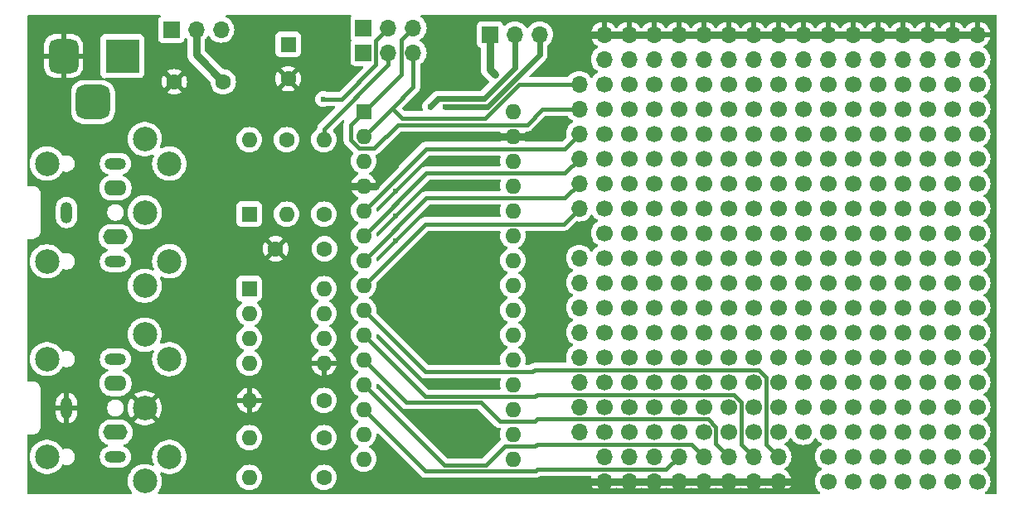
<source format=gbr>
%TF.GenerationSoftware,KiCad,Pcbnew,8.0.5*%
%TF.CreationDate,2024-10-10T20:13:41+01:00*%
%TF.ProjectId,NanoMIDIProtoShield,4e616e6f-4d49-4444-9950-726f746f5368,rev?*%
%TF.SameCoordinates,Original*%
%TF.FileFunction,Copper,L2,Bot*%
%TF.FilePolarity,Positive*%
%FSLAX46Y46*%
G04 Gerber Fmt 4.6, Leading zero omitted, Abs format (unit mm)*
G04 Created by KiCad (PCBNEW 8.0.5) date 2024-10-10 20:13:41*
%MOMM*%
%LPD*%
G01*
G04 APERTURE LIST*
G04 Aperture macros list*
%AMRoundRect*
0 Rectangle with rounded corners*
0 $1 Rounding radius*
0 $2 $3 $4 $5 $6 $7 $8 $9 X,Y pos of 4 corners*
0 Add a 4 corners polygon primitive as box body*
4,1,4,$2,$3,$4,$5,$6,$7,$8,$9,$2,$3,0*
0 Add four circle primitives for the rounded corners*
1,1,$1+$1,$2,$3*
1,1,$1+$1,$4,$5*
1,1,$1+$1,$6,$7*
1,1,$1+$1,$8,$9*
0 Add four rect primitives between the rounded corners*
20,1,$1+$1,$2,$3,$4,$5,0*
20,1,$1+$1,$4,$5,$6,$7,0*
20,1,$1+$1,$6,$7,$8,$9,0*
20,1,$1+$1,$8,$9,$2,$3,0*%
G04 Aperture macros list end*
%TA.AperFunction,ComponentPad*%
%ADD10C,1.700000*%
%TD*%
%TA.AperFunction,ComponentPad*%
%ADD11R,1.600000X1.600000*%
%TD*%
%TA.AperFunction,ComponentPad*%
%ADD12O,1.600000X1.600000*%
%TD*%
%TA.AperFunction,ComponentPad*%
%ADD13C,1.600000*%
%TD*%
%TA.AperFunction,ComponentPad*%
%ADD14O,1.700000X1.700000*%
%TD*%
%TA.AperFunction,ComponentPad*%
%ADD15R,1.700000X1.700000*%
%TD*%
%TA.AperFunction,WasherPad*%
%ADD16C,2.499360*%
%TD*%
%TA.AperFunction,ComponentPad*%
%ADD17C,2.499360*%
%TD*%
%TA.AperFunction,ComponentPad*%
%ADD18R,3.500000X3.500000*%
%TD*%
%TA.AperFunction,ComponentPad*%
%ADD19RoundRect,0.750000X-0.750000X-1.000000X0.750000X-1.000000X0.750000X1.000000X-0.750000X1.000000X0*%
%TD*%
%TA.AperFunction,ComponentPad*%
%ADD20RoundRect,0.875000X-0.875000X-0.875000X0.875000X-0.875000X0.875000X0.875000X-0.875000X0.875000X0*%
%TD*%
%TA.AperFunction,ComponentPad*%
%ADD21O,2.200000X1.200000*%
%TD*%
%TA.AperFunction,ComponentPad*%
%ADD22O,2.300000X1.600000*%
%TD*%
%TA.AperFunction,ComponentPad*%
%ADD23O,1.200000X2.200000*%
%TD*%
%TA.AperFunction,ComponentPad*%
%ADD24O,2.500000X1.600000*%
%TD*%
%TA.AperFunction,ViaPad*%
%ADD25C,0.600000*%
%TD*%
%TA.AperFunction,Conductor*%
%ADD26C,0.400000*%
%TD*%
%TA.AperFunction,Conductor*%
%ADD27C,0.800000*%
%TD*%
%TA.AperFunction,Conductor*%
%ADD28C,0.600000*%
%TD*%
G04 APERTURE END LIST*
D10*
%TO.P,,1*%
%TO.N,N/C*%
X142420000Y-95680000D03*
%TD*%
%TO.P,,1*%
%TO.N,N/C*%
X117020000Y-62660000D03*
%TD*%
%TO.P,,1*%
%TO.N,N/C*%
X132260000Y-65200000D03*
%TD*%
%TO.P,,1*%
%TO.N,N/C*%
X109400000Y-62660000D03*
%TD*%
%TO.P,,1*%
%TO.N,N/C*%
X109400000Y-65200000D03*
%TD*%
%TO.P,,1*%
%TO.N,N/C*%
X147500000Y-95680000D03*
%TD*%
%TO.P,,1*%
%TO.N,N/C*%
X127180000Y-82980000D03*
%TD*%
%TO.P,,1*%
%TO.N,N/C*%
X147500000Y-62660000D03*
%TD*%
%TO.P,,1*%
%TO.N,N/C*%
X132260000Y-77900000D03*
%TD*%
%TO.P,,1*%
%TO.N,N/C*%
X144960000Y-90600000D03*
%TD*%
%TO.P,,1*%
%TO.N,N/C*%
X137340000Y-60120000D03*
%TD*%
%TO.P,,1*%
%TO.N,N/C*%
X139880000Y-70280000D03*
%TD*%
%TO.P,,1*%
%TO.N,N/C*%
X124640000Y-70280000D03*
%TD*%
%TO.P,,1*%
%TO.N,N/C*%
X137340000Y-62660000D03*
%TD*%
%TO.P,,1*%
%TO.N,N/C*%
X142420000Y-67740000D03*
%TD*%
%TO.P,,1*%
%TO.N,N/C*%
X129720000Y-82980000D03*
%TD*%
%TO.P,,1*%
%TO.N,N/C*%
X111940000Y-65200000D03*
%TD*%
%TO.P,,1*%
%TO.N,N/C*%
X117020000Y-82980000D03*
%TD*%
%TO.P,,1*%
%TO.N,N/C*%
X147500000Y-57580000D03*
%TD*%
%TO.P,,1*%
%TO.N,N/C*%
X139880000Y-77900000D03*
%TD*%
%TO.P,,1*%
%TO.N,N/C*%
X119560000Y-67740000D03*
%TD*%
%TO.P,,1*%
%TO.N,N/C*%
X137340000Y-98220000D03*
%TD*%
%TO.P,,1*%
%TO.N,N/C*%
X119560000Y-75360000D03*
%TD*%
%TO.P,,1*%
%TO.N,N/C*%
X111940000Y-80440000D03*
%TD*%
%TO.P,,1*%
%TO.N,N/C*%
X137340000Y-70280000D03*
%TD*%
%TO.P,,1*%
%TO.N,N/C*%
X124640000Y-77900000D03*
%TD*%
%TO.P,,1*%
%TO.N,N/C*%
X119560000Y-60120000D03*
%TD*%
%TO.P,,1*%
%TO.N,N/C*%
X147500000Y-93140000D03*
%TD*%
%TO.P,,1*%
%TO.N,N/C*%
X127180000Y-72820000D03*
%TD*%
D11*
%TO.P,A1,1,D1/TX*%
%TO.N,/D1*%
X84846000Y-60374000D03*
D12*
%TO.P,A1,2,D0/RX*%
%TO.N,/D0*%
X84846000Y-62914000D03*
%TO.P,A1,3,~{RESET}*%
%TO.N,unconnected-(A1-~{RESET}-Pad3)*%
X84846000Y-65454000D03*
%TO.P,A1,4,GND*%
%TO.N,GND*%
X84846000Y-67994000D03*
%TO.P,A1,5,D2*%
%TO.N,/D2*%
X84846000Y-70534000D03*
%TO.P,A1,6,D3*%
%TO.N,/D3*%
X84846000Y-73074000D03*
%TO.P,A1,7,D4*%
%TO.N,/D4*%
X84846000Y-75614000D03*
%TO.P,A1,8,D5*%
%TO.N,/D5*%
X84846000Y-78154000D03*
%TO.P,A1,9,D6*%
%TO.N,/D6*%
X84846000Y-80694000D03*
%TO.P,A1,10,D7*%
%TO.N,/D7*%
X84846000Y-83234000D03*
%TO.P,A1,11,D8*%
%TO.N,/D8*%
X84846000Y-85774000D03*
%TO.P,A1,12,D9*%
%TO.N,/D9*%
X84846000Y-88314000D03*
%TO.P,A1,13,D10*%
%TO.N,/D10*%
X84846000Y-90854000D03*
%TO.P,A1,14,D11*%
%TO.N,/D11*%
X84846000Y-93394000D03*
%TO.P,A1,15,D12*%
%TO.N,/D12*%
X84846000Y-95934000D03*
%TO.P,A1,16,D13*%
%TO.N,/D13*%
X100086000Y-95934000D03*
%TO.P,A1,17,3V3*%
%TO.N,+3V3*%
X100086000Y-93394000D03*
%TO.P,A1,18,AREF*%
%TO.N,/AREF*%
X100086000Y-90854000D03*
%TO.P,A1,19,A0*%
%TO.N,/A0*%
X100086000Y-88314000D03*
%TO.P,A1,20,A1*%
%TO.N,/A1*%
X100086000Y-85774000D03*
%TO.P,A1,21,A2*%
%TO.N,/A2*%
X100086000Y-83234000D03*
%TO.P,A1,22,A3*%
%TO.N,/A3*%
X100086000Y-80694000D03*
%TO.P,A1,23,A4*%
%TO.N,/A4(SDA)*%
X100086000Y-78154000D03*
%TO.P,A1,24,A5*%
%TO.N,/A5(SCL)*%
X100086000Y-75614000D03*
%TO.P,A1,25,A6*%
%TO.N,/A6*%
X100086000Y-73074000D03*
%TO.P,A1,26,A7*%
%TO.N,/A7*%
X100086000Y-70534000D03*
%TO.P,A1,27,+5V*%
%TO.N,+5V*%
X100086000Y-67994000D03*
%TO.P,A1,28,~{RESET}*%
%TO.N,unconnected-(A1-~{RESET}-Pad28)*%
X100086000Y-65454000D03*
%TO.P,A1,29,GND*%
%TO.N,GND*%
X100086000Y-62914000D03*
%TO.P,A1,30,VIN*%
%TO.N,VCC*%
X100086000Y-60374000D03*
%TD*%
D10*
%TO.P,,1*%
%TO.N,N/C*%
X119560000Y-72820000D03*
%TD*%
%TO.P,,1*%
%TO.N,N/C*%
X111940000Y-60120000D03*
%TD*%
%TO.P,,1*%
%TO.N,N/C*%
X144960000Y-98220000D03*
%TD*%
D13*
%TO.P,R2,1*%
%TO.N,Net-(J4-PadT)*%
X80782000Y-93736000D03*
D12*
%TO.P,R2,2*%
%TO.N,Net-(J2-Pin_2)*%
X73162000Y-93736000D03*
%TD*%
D10*
%TO.P,,1*%
%TO.N,N/C*%
X132260000Y-62660000D03*
%TD*%
%TO.P,,1*%
%TO.N,N/C*%
X114480000Y-60120000D03*
%TD*%
%TO.P,,1*%
%TO.N,N/C*%
X109400000Y-72820000D03*
%TD*%
%TO.P,,1*%
%TO.N,N/C*%
X117020000Y-75360000D03*
%TD*%
%TO.P,,1*%
%TO.N,N/C*%
X142420000Y-70280000D03*
%TD*%
%TO.P,,1*%
%TO.N,N/C*%
X142420000Y-57580000D03*
%TD*%
%TO.P,,1*%
%TO.N,N/C*%
X127180000Y-88060000D03*
%TD*%
%TO.P,,1*%
%TO.N,N/C*%
X139880000Y-57580000D03*
%TD*%
%TO.P,,1*%
%TO.N,N/C*%
X119560000Y-80440000D03*
%TD*%
D11*
%TO.P,U1,1,NC*%
%TO.N,unconnected-(U1-NC-Pad1)*%
X73162000Y-78496000D03*
D12*
%TO.P,U1,2,C1*%
%TO.N,Net-(D1-K)*%
X73162000Y-81036000D03*
%TO.P,U1,3,C2*%
%TO.N,Net-(D1-A)*%
X73162000Y-83576000D03*
%TO.P,U1,4,NC*%
%TO.N,unconnected-(U1-NC-Pad4)*%
X73162000Y-86116000D03*
%TO.P,U1,5,GND*%
%TO.N,GND*%
X80782000Y-86116000D03*
%TO.P,U1,6,VO2*%
%TO.N,Net-(J3-Pin_2)*%
X80782000Y-83576000D03*
%TO.P,U1,7,VO1*%
%TO.N,Net-(U1-VO1)*%
X80782000Y-81036000D03*
%TO.P,U1,8,VCC*%
%TO.N,+5V*%
X80782000Y-78496000D03*
%TD*%
D10*
%TO.P,,1*%
%TO.N,N/C*%
X109400000Y-90600000D03*
%TD*%
%TO.P,,1*%
%TO.N,N/C*%
X132260000Y-72820000D03*
%TD*%
%TO.P,,1*%
%TO.N,N/C*%
X139880000Y-82980000D03*
%TD*%
%TO.P,,1*%
%TO.N,N/C*%
X132260000Y-80440000D03*
%TD*%
%TO.P,,1*%
%TO.N,N/C*%
X111940000Y-82980000D03*
%TD*%
%TO.P,,1*%
%TO.N,N/C*%
X119560000Y-88060000D03*
%TD*%
%TO.P,,1*%
%TO.N,N/C*%
X114480000Y-82980000D03*
%TD*%
%TO.P,,1*%
%TO.N,N/C*%
X134800000Y-57580000D03*
%TD*%
%TO.P,,1*%
%TO.N,N/C*%
X132260000Y-67740000D03*
%TD*%
%TO.P,,1*%
%TO.N,N/C*%
X134800000Y-93140000D03*
%TD*%
%TO.P,,1*%
%TO.N,N/C*%
X129720000Y-77900000D03*
%TD*%
%TO.P,,1*%
%TO.N,N/C*%
X124640000Y-93140000D03*
%TD*%
%TO.P,,1*%
%TO.N,N/C*%
X124640000Y-82980000D03*
%TD*%
%TO.P,,1*%
%TO.N,N/C*%
X109400000Y-70280000D03*
%TD*%
%TO.P,,1*%
%TO.N,N/C*%
X127180000Y-93140000D03*
%TD*%
%TO.P,,1*%
%TO.N,N/C*%
X119560000Y-65200000D03*
%TD*%
%TO.P,,1*%
%TO.N,N/C*%
X134800000Y-98220000D03*
%TD*%
%TO.P,,1*%
%TO.N,N/C*%
X122100000Y-93140000D03*
%TD*%
%TO.P,,1*%
%TO.N,N/C*%
X117020000Y-93140000D03*
%TD*%
%TO.P,,1*%
%TO.N,N/C*%
X137340000Y-80440000D03*
%TD*%
%TO.P,,1*%
%TO.N,N/C*%
X124640000Y-60120000D03*
%TD*%
%TO.P,,1*%
%TO.N,N/C*%
X137340000Y-77900000D03*
%TD*%
%TO.P,,1*%
%TO.N,N/C*%
X111940000Y-72820000D03*
%TD*%
%TO.P,,1*%
%TO.N,N/C*%
X132260000Y-95680000D03*
%TD*%
%TO.P,,1*%
%TO.N,N/C*%
X132260000Y-90600000D03*
%TD*%
%TO.P,,1*%
%TO.N,N/C*%
X139880000Y-88060000D03*
%TD*%
%TO.P,,1*%
%TO.N,N/C*%
X114480000Y-75360000D03*
%TD*%
%TO.P,,1*%
%TO.N,N/C*%
X127180000Y-60120000D03*
%TD*%
%TO.P,,1*%
%TO.N,N/C*%
X137340000Y-82980000D03*
%TD*%
%TO.P,,1*%
%TO.N,N/C*%
X129720000Y-67740000D03*
%TD*%
%TO.P,,1*%
%TO.N,N/C*%
X137340000Y-88060000D03*
%TD*%
%TO.P,,1*%
%TO.N,N/C*%
X147500000Y-72820000D03*
%TD*%
%TO.P,,1*%
%TO.N,N/C*%
X144960000Y-80440000D03*
%TD*%
D14*
%TO.P,J8,1,Pin_1*%
%TO.N,GND*%
X147500000Y-52500000D03*
%TO.P,J8,2,Pin_2*%
X144960000Y-52500000D03*
%TO.P,J8,3,Pin_3*%
X142420000Y-52500000D03*
%TO.P,J8,4,Pin_4*%
X139880000Y-52500000D03*
%TO.P,J8,5,Pin_5*%
X137340000Y-52500000D03*
%TO.P,J8,6,Pin_6*%
X134800000Y-52500000D03*
%TO.P,J8,7,Pin_7*%
X132260000Y-52500000D03*
%TO.P,J8,8,Pin_8*%
X129720000Y-52500000D03*
%TO.P,J8,9,Pin_9*%
X127180000Y-52500000D03*
%TO.P,J8,10,Pin_10*%
X124640000Y-52500000D03*
%TO.P,J8,11,Pin_11*%
X122100000Y-52500000D03*
%TO.P,J8,12,Pin_12*%
X119560000Y-52500000D03*
%TO.P,J8,13,Pin_13*%
X117020000Y-52500000D03*
%TO.P,J8,14,Pin_14*%
X114480000Y-52500000D03*
%TO.P,J8,15,Pin_15*%
X111940000Y-52500000D03*
%TO.P,J8,16,Pin_16*%
X109400000Y-52500000D03*
%TD*%
D15*
%TO.P,SW1,1,A*%
%TO.N,Net-(SW1-A)*%
X65204000Y-51992000D03*
D14*
%TO.P,SW1,2,B*%
%TO.N,VCC*%
X67744000Y-51992000D03*
%TO.P,SW1,3*%
%TO.N,N/C*%
X70284000Y-51992000D03*
%TD*%
D10*
%TO.P,,1*%
%TO.N,N/C*%
X132260000Y-75360000D03*
%TD*%
%TO.P,,1*%
%TO.N,N/C*%
X137340000Y-67740000D03*
%TD*%
%TO.P,,1*%
%TO.N,N/C*%
X122100000Y-85520000D03*
%TD*%
%TO.P,,1*%
%TO.N,N/C*%
X134800000Y-60120000D03*
%TD*%
%TO.P,,1*%
%TO.N,N/C*%
X114480000Y-90600000D03*
%TD*%
%TO.P,,1*%
%TO.N,N/C*%
X117020000Y-65200000D03*
%TD*%
%TO.P,,1*%
%TO.N,N/C*%
X119560000Y-77900000D03*
%TD*%
%TO.P,,1*%
%TO.N,N/C*%
X122100000Y-70280000D03*
%TD*%
D15*
%TO.P,J2,1,Pin_1*%
%TO.N,unconnected-(J2-Pin_1-Pad1)*%
X84836000Y-51816000D03*
D14*
%TO.P,J2,2,Pin_2*%
%TO.N,Net-(J2-Pin_2)*%
X87376000Y-51816000D03*
%TO.P,J2,3,Pin_3*%
%TO.N,/D1*%
X89916000Y-51816000D03*
%TD*%
D10*
%TO.P,,1*%
%TO.N,N/C*%
X117020000Y-77900000D03*
%TD*%
%TO.P,,1*%
%TO.N,N/C*%
X111940000Y-93140000D03*
%TD*%
%TO.P,,1*%
%TO.N,N/C*%
X139880000Y-90600000D03*
%TD*%
%TO.P,,1*%
%TO.N,N/C*%
X127180000Y-57580000D03*
%TD*%
%TO.P,,1*%
%TO.N,N/C*%
X144960000Y-62660000D03*
%TD*%
%TO.P,,1*%
%TO.N,N/C*%
X114480000Y-67740000D03*
%TD*%
%TO.P,,1*%
%TO.N,N/C*%
X139880000Y-75360000D03*
%TD*%
%TO.P,,1*%
%TO.N,N/C*%
X114480000Y-93140000D03*
%TD*%
%TO.P,,1*%
%TO.N,N/C*%
X142420000Y-93140000D03*
%TD*%
%TO.P,,1*%
%TO.N,N/C*%
X134800000Y-77900000D03*
%TD*%
%TO.P,,1*%
%TO.N,N/C*%
X124640000Y-72820000D03*
%TD*%
%TO.P,,1*%
%TO.N,N/C*%
X127180000Y-75360000D03*
%TD*%
%TO.P,,1*%
%TO.N,N/C*%
X122100000Y-77900000D03*
%TD*%
%TO.P,,1*%
%TO.N,N/C*%
X144960000Y-85520000D03*
%TD*%
%TO.P,,1*%
%TO.N,N/C*%
X132260000Y-60120000D03*
%TD*%
%TO.P,,1*%
%TO.N,N/C*%
X129720000Y-90600000D03*
%TD*%
%TO.P,,1*%
%TO.N,N/C*%
X117020000Y-60120000D03*
%TD*%
%TO.P,,1*%
%TO.N,N/C*%
X139880000Y-60120000D03*
%TD*%
%TO.P,,1*%
%TO.N,N/C*%
X127180000Y-85520000D03*
%TD*%
%TO.P,,1*%
%TO.N,N/C*%
X142420000Y-75360000D03*
%TD*%
%TO.P,,1*%
%TO.N,N/C*%
X134800000Y-62660000D03*
%TD*%
%TO.P,,1*%
%TO.N,N/C*%
X147500000Y-75360000D03*
%TD*%
%TO.P,,1*%
%TO.N,N/C*%
X144960000Y-88060000D03*
%TD*%
%TO.P,,1*%
%TO.N,N/C*%
X132260000Y-70280000D03*
%TD*%
%TO.P,,1*%
%TO.N,N/C*%
X127180000Y-65200000D03*
%TD*%
%TO.P,,1*%
%TO.N,N/C*%
X134800000Y-82980000D03*
%TD*%
%TO.P,,1*%
%TO.N,N/C*%
X109400000Y-57580000D03*
%TD*%
D13*
%TO.P,R1,1*%
%TO.N,+5V*%
X80782000Y-97800000D03*
D12*
%TO.P,R1,2*%
%TO.N,Net-(J4-PadR)*%
X73162000Y-97800000D03*
%TD*%
D10*
%TO.P,,1*%
%TO.N,N/C*%
X137340000Y-65200000D03*
%TD*%
%TO.P,,1*%
%TO.N,N/C*%
X111940000Y-75360000D03*
%TD*%
%TO.P,,1*%
%TO.N,N/C*%
X117020000Y-57580000D03*
%TD*%
%TO.P,,1*%
%TO.N,N/C*%
X142420000Y-82980000D03*
%TD*%
%TO.P,,1*%
%TO.N,N/C*%
X114480000Y-80440000D03*
%TD*%
%TO.P,,1*%
%TO.N,N/C*%
X129720000Y-70280000D03*
%TD*%
D16*
%TO.P,IN1,*%
%TO.N,*%
X52502300Y-65698740D03*
X52502300Y-75701260D03*
D17*
%TO.P,IN1,1*%
%TO.N,unconnected-(IN1-Pad1)*%
X62497200Y-78198080D03*
%TO.P,IN1,2*%
%TO.N,unconnected-(IN1-Pad2)*%
X62499740Y-70700000D03*
%TO.P,IN1,3*%
%TO.N,unconnected-(IN1-Pad3)*%
X62497200Y-63201920D03*
%TO.P,IN1,4*%
%TO.N,Net-(IN1-Pad4)*%
X64999100Y-75696180D03*
%TO.P,IN1,5*%
%TO.N,Net-(D1-A)*%
X64999100Y-65703820D03*
%TD*%
D10*
%TO.P,,1*%
%TO.N,N/C*%
X147500000Y-85520000D03*
%TD*%
%TO.P,,1*%
%TO.N,N/C*%
X137340000Y-57580000D03*
%TD*%
%TO.P,,1*%
%TO.N,N/C*%
X117020000Y-88060000D03*
%TD*%
%TO.P,,1*%
%TO.N,N/C*%
X134800000Y-67740000D03*
%TD*%
%TO.P,,1*%
%TO.N,N/C*%
X111940000Y-85520000D03*
%TD*%
%TO.P,,1*%
%TO.N,N/C*%
X132260000Y-85520000D03*
%TD*%
%TO.P,,1*%
%TO.N,N/C*%
X147500000Y-60120000D03*
%TD*%
%TO.P,,1*%
%TO.N,N/C*%
X129720000Y-75360000D03*
%TD*%
%TO.P,,1*%
%TO.N,N/C*%
X132260000Y-88060000D03*
%TD*%
%TO.P,,1*%
%TO.N,N/C*%
X142420000Y-60120000D03*
%TD*%
D14*
%TO.P,J6,1,Pin_1*%
%TO.N,/D6*%
X127180000Y-95680000D03*
%TO.P,J6,2,Pin_2*%
%TO.N,/D7*%
X124640000Y-95680000D03*
%TO.P,J6,3,Pin_3*%
%TO.N,/D8*%
X122100000Y-95680000D03*
%TO.P,J6,4,Pin_4*%
%TO.N,/D9*%
X119560000Y-95680000D03*
%TO.P,J6,5,Pin_5*%
%TO.N,/D10*%
X117020000Y-95680000D03*
%TO.P,J6,6,Pin_6*%
%TO.N,/D11*%
X114480000Y-95680000D03*
%TO.P,J6,7,Pin_7*%
%TO.N,/D12*%
X111940000Y-95680000D03*
%TO.P,J6,8,Pin_8*%
%TO.N,/D13*%
X109400000Y-95680000D03*
%TD*%
D18*
%TO.P,J1,1*%
%TO.N,Net-(SW1-A)*%
X60200000Y-54700000D03*
D19*
%TO.P,J1,2*%
%TO.N,GND*%
X54200000Y-54700000D03*
D20*
%TO.P,J1,3*%
%TO.N,unconnected-(J1-Pad3)*%
X57200000Y-59400000D03*
%TD*%
D21*
%TO.P,J5,R*%
%TO.N,Net-(IN1-Pad4)*%
X59500000Y-65700000D03*
D22*
%TO.P,J5,RN*%
%TO.N,N/C*%
X59500000Y-68200000D03*
D23*
%TO.P,J5,S*%
%TO.N,unconnected-(J5-PadS)*%
X54500000Y-70700000D03*
D21*
%TO.P,J5,T*%
%TO.N,Net-(D1-A)*%
X59500000Y-75700000D03*
D24*
%TO.P,J5,TN*%
%TO.N,N/C*%
X59500000Y-73200000D03*
%TD*%
D10*
%TO.P,,1*%
%TO.N,N/C*%
X124640000Y-90600000D03*
%TD*%
%TO.P,,1*%
%TO.N,N/C*%
X142420000Y-77900000D03*
%TD*%
%TO.P,,1*%
%TO.N,N/C*%
X144960000Y-72820000D03*
%TD*%
%TO.P,,1*%
%TO.N,N/C*%
X134800000Y-75360000D03*
%TD*%
%TO.P,,1*%
%TO.N,N/C*%
X134800000Y-85520000D03*
%TD*%
%TO.P,,1*%
%TO.N,N/C*%
X139880000Y-62660000D03*
%TD*%
%TO.P,,1*%
%TO.N,N/C*%
X117020000Y-85520000D03*
%TD*%
%TO.P,,1*%
%TO.N,N/C*%
X114480000Y-85520000D03*
%TD*%
%TO.P,,1*%
%TO.N,N/C*%
X147500000Y-88060000D03*
%TD*%
%TO.P,,1*%
%TO.N,N/C*%
X114480000Y-70280000D03*
%TD*%
%TO.P,,1*%
%TO.N,N/C*%
X117020000Y-90600000D03*
%TD*%
%TO.P,,1*%
%TO.N,N/C*%
X122100000Y-62660000D03*
%TD*%
%TO.P,,1*%
%TO.N,N/C*%
X129720000Y-62660000D03*
%TD*%
%TO.P,,1*%
%TO.N,N/C*%
X114480000Y-57580000D03*
%TD*%
%TO.P,,1*%
%TO.N,N/C*%
X139880000Y-72820000D03*
%TD*%
%TO.P,,1*%
%TO.N,N/C*%
X132260000Y-93140000D03*
%TD*%
%TO.P,,1*%
%TO.N,N/C*%
X111940000Y-70280000D03*
%TD*%
%TO.P,,1*%
%TO.N,N/C*%
X139880000Y-65200000D03*
%TD*%
%TO.P,,1*%
%TO.N,N/C*%
X142420000Y-98220000D03*
%TD*%
%TO.P,,1*%
%TO.N,N/C*%
X137340000Y-75360000D03*
%TD*%
%TO.P,,1*%
%TO.N,N/C*%
X139880000Y-93140000D03*
%TD*%
D13*
%TO.P,R3,1*%
%TO.N,Net-(IN1-Pad4)*%
X76972000Y-63256000D03*
D12*
%TO.P,R3,2*%
%TO.N,Net-(D1-K)*%
X76972000Y-70876000D03*
%TD*%
D10*
%TO.P,,1*%
%TO.N,N/C*%
X122100000Y-80440000D03*
%TD*%
%TO.P,,1*%
%TO.N,N/C*%
X124640000Y-80440000D03*
%TD*%
%TO.P,,1*%
%TO.N,N/C*%
X144960000Y-77900000D03*
%TD*%
D15*
%TO.P,J3,1,Pin_1*%
%TO.N,unconnected-(J3-Pin_1-Pad1)*%
X84836000Y-54356000D03*
D14*
%TO.P,J3,2,Pin_2*%
%TO.N,Net-(J3-Pin_2)*%
X87376000Y-54356000D03*
%TO.P,J3,3,Pin_3*%
%TO.N,/D0*%
X89916000Y-54356000D03*
%TD*%
D10*
%TO.P,,1*%
%TO.N,N/C*%
X117020000Y-67740000D03*
%TD*%
%TO.P,,1*%
%TO.N,N/C*%
X114480000Y-77900000D03*
%TD*%
%TO.P,,1*%
%TO.N,N/C*%
X122100000Y-75360000D03*
%TD*%
D11*
%TO.P,D1,1,K*%
%TO.N,Net-(D1-K)*%
X73162000Y-70876000D03*
D12*
%TO.P,D1,2,A*%
%TO.N,Net-(D1-A)*%
X73162000Y-63256000D03*
%TD*%
D10*
%TO.P,,1*%
%TO.N,N/C*%
X122100000Y-57580000D03*
%TD*%
%TO.P,,1*%
%TO.N,N/C*%
X129720000Y-80440000D03*
%TD*%
%TO.P,,1*%
%TO.N,N/C*%
X147500000Y-65200000D03*
%TD*%
%TO.P,,1*%
%TO.N,N/C*%
X134800000Y-70280000D03*
%TD*%
%TO.P,,1*%
%TO.N,N/C*%
X127180000Y-77900000D03*
%TD*%
%TO.P,,1*%
%TO.N,N/C*%
X124640000Y-88060000D03*
%TD*%
D13*
%TO.P,R5,1*%
%TO.N,+5V*%
X80782000Y-70876000D03*
D12*
%TO.P,R5,2*%
%TO.N,Net-(J3-Pin_2)*%
X80782000Y-63256000D03*
%TD*%
D14*
%TO.P,J11,1,Pin_1*%
%TO.N,/D0*%
X106860000Y-57580000D03*
%TO.P,J11,2,Pin_2*%
%TO.N,/D1*%
X106860000Y-60120000D03*
%TO.P,J11,3,Pin_3*%
%TO.N,/D2*%
X106860000Y-62660000D03*
%TO.P,J11,4,Pin_4*%
%TO.N,/D3*%
X106860000Y-65200000D03*
%TO.P,J11,5,Pin_5*%
%TO.N,/D4*%
X106860000Y-67740000D03*
%TO.P,J11,6,Pin_6*%
%TO.N,/D5*%
X106860000Y-70280000D03*
%TD*%
D10*
%TO.P,,1*%
%TO.N,N/C*%
X142420000Y-65200000D03*
%TD*%
%TO.P,,1*%
%TO.N,N/C*%
X144960000Y-67740000D03*
%TD*%
D13*
%TO.P,R4,1*%
%TO.N,Net-(U1-VO1)*%
X80782000Y-89926000D03*
D12*
%TO.P,R4,2*%
%TO.N,GND*%
X73162000Y-89926000D03*
%TD*%
D10*
%TO.P,,1*%
%TO.N,N/C*%
X122100000Y-88060000D03*
%TD*%
%TO.P,,1*%
%TO.N,N/C*%
X117020000Y-72820000D03*
%TD*%
%TO.P,,1*%
%TO.N,N/C*%
X134800000Y-65200000D03*
%TD*%
%TO.P,,1*%
%TO.N,N/C*%
X122100000Y-60120000D03*
%TD*%
%TO.P,,1*%
%TO.N,N/C*%
X122100000Y-65200000D03*
%TD*%
%TO.P,,1*%
%TO.N,N/C*%
X144960000Y-93140000D03*
%TD*%
%TO.P,,1*%
%TO.N,N/C*%
X114480000Y-62660000D03*
%TD*%
%TO.P,,1*%
%TO.N,N/C*%
X144960000Y-75360000D03*
%TD*%
%TO.P,,1*%
%TO.N,N/C*%
X114480000Y-88060000D03*
%TD*%
%TO.P,,1*%
%TO.N,N/C*%
X124640000Y-75360000D03*
%TD*%
D15*
%TO.P,J12,1,Pin_1*%
%TO.N,VCC*%
X97731000Y-52500000D03*
D14*
%TO.P,J12,2,Pin_2*%
%TO.N,+3V3*%
X100271000Y-52500000D03*
%TO.P,J12,3,Pin_3*%
%TO.N,/AREF*%
X102811000Y-52500000D03*
%TD*%
D10*
%TO.P,,1*%
%TO.N,N/C*%
X129720000Y-88060000D03*
%TD*%
%TO.P,,1*%
%TO.N,N/C*%
X124640000Y-67740000D03*
%TD*%
%TO.P,,1*%
%TO.N,N/C*%
X139880000Y-67740000D03*
%TD*%
%TO.P,,1*%
%TO.N,N/C*%
X137340000Y-85520000D03*
%TD*%
%TO.P,,1*%
%TO.N,N/C*%
X132260000Y-82980000D03*
%TD*%
%TO.P,,1*%
%TO.N,N/C*%
X111940000Y-67740000D03*
%TD*%
%TO.P,,1*%
%TO.N,N/C*%
X122100000Y-82980000D03*
%TD*%
%TO.P,,1*%
%TO.N,N/C*%
X124640000Y-85520000D03*
%TD*%
%TO.P,,1*%
%TO.N,N/C*%
X147500000Y-82980000D03*
%TD*%
%TO.P,,1*%
%TO.N,N/C*%
X147500000Y-90600000D03*
%TD*%
%TO.P,,1*%
%TO.N,N/C*%
X134800000Y-72820000D03*
%TD*%
%TO.P,,1*%
%TO.N,N/C*%
X142420000Y-88060000D03*
%TD*%
%TO.P,,1*%
%TO.N,N/C*%
X144960000Y-70280000D03*
%TD*%
%TO.P,,1*%
%TO.N,N/C*%
X142420000Y-62660000D03*
%TD*%
%TO.P,,1*%
%TO.N,N/C*%
X124640000Y-65200000D03*
%TD*%
%TO.P,,1*%
%TO.N,N/C*%
X119560000Y-93140000D03*
%TD*%
D11*
%TO.P,C1,1*%
%TO.N,VCC*%
X77142000Y-53516000D03*
D13*
%TO.P,C1,2*%
%TO.N,GND*%
X77142000Y-57016000D03*
%TD*%
D10*
%TO.P,,1*%
%TO.N,N/C*%
X109400000Y-82980000D03*
%TD*%
%TO.P,,1*%
%TO.N,N/C*%
X119560000Y-62660000D03*
%TD*%
%TO.P,,1*%
%TO.N,N/C*%
X111940000Y-57580000D03*
%TD*%
%TO.P,,1*%
%TO.N,N/C*%
X137340000Y-90600000D03*
%TD*%
%TO.P,,1*%
%TO.N,N/C*%
X142420000Y-85520000D03*
%TD*%
%TO.P,,1*%
%TO.N,N/C*%
X147500000Y-77900000D03*
%TD*%
%TO.P,,1*%
%TO.N,N/C*%
X111940000Y-77900000D03*
%TD*%
%TO.P,,1*%
%TO.N,N/C*%
X137340000Y-72820000D03*
%TD*%
%TO.P,,1*%
%TO.N,N/C*%
X109400000Y-80440000D03*
%TD*%
%TO.P,,1*%
%TO.N,N/C*%
X132260000Y-57580000D03*
%TD*%
%TO.P,,1*%
%TO.N,N/C*%
X132260000Y-98220000D03*
%TD*%
%TO.P,,1*%
%TO.N,N/C*%
X147500000Y-98220000D03*
%TD*%
%TO.P,,1*%
%TO.N,N/C*%
X119560000Y-57580000D03*
%TD*%
%TO.P,,1*%
%TO.N,N/C*%
X129720000Y-93140000D03*
%TD*%
%TO.P,,1*%
%TO.N,N/C*%
X144960000Y-95680000D03*
%TD*%
%TO.P,,1*%
%TO.N,N/C*%
X137340000Y-95680000D03*
%TD*%
%TO.P,,1*%
%TO.N,N/C*%
X144960000Y-60120000D03*
%TD*%
%TO.P,,1*%
%TO.N,N/C*%
X142420000Y-80440000D03*
%TD*%
D16*
%TO.P,OUT1,*%
%TO.N,*%
X52502300Y-85698740D03*
X52502300Y-95701260D03*
D17*
%TO.P,OUT1,1*%
%TO.N,unconnected-(OUT1-Pad1)*%
X62497200Y-98198080D03*
%TO.P,OUT1,2*%
%TO.N,GND*%
X62499740Y-90700000D03*
%TO.P,OUT1,3*%
%TO.N,unconnected-(OUT1-Pad3)*%
X62497200Y-83201920D03*
%TO.P,OUT1,4*%
%TO.N,Net-(J4-PadR)*%
X64999100Y-95696180D03*
%TO.P,OUT1,5*%
%TO.N,Net-(J4-PadT)*%
X64999100Y-85703820D03*
%TD*%
D10*
%TO.P,,1*%
%TO.N,N/C*%
X117020000Y-70280000D03*
%TD*%
%TO.P,,1*%
%TO.N,N/C*%
X119560000Y-82980000D03*
%TD*%
%TO.P,,1*%
%TO.N,N/C*%
X122100000Y-90600000D03*
%TD*%
D21*
%TO.P,J4,R*%
%TO.N,Net-(J4-PadR)*%
X59500000Y-85700000D03*
D22*
%TO.P,J4,RN*%
%TO.N,N/C*%
X59500000Y-88200000D03*
D23*
%TO.P,J4,S*%
%TO.N,GND*%
X54500000Y-90700000D03*
D21*
%TO.P,J4,T*%
%TO.N,Net-(J4-PadT)*%
X59500000Y-95700000D03*
D24*
%TO.P,J4,TN*%
%TO.N,N/C*%
X59500000Y-93200000D03*
%TD*%
D10*
%TO.P,,1*%
%TO.N,N/C*%
X129720000Y-60120000D03*
%TD*%
%TO.P,,1*%
%TO.N,N/C*%
X144960000Y-57580000D03*
%TD*%
%TO.P,,1*%
%TO.N,N/C*%
X122100000Y-67740000D03*
%TD*%
D13*
%TO.P,C2,1*%
%TO.N,VCC*%
X70498000Y-57326000D03*
%TO.P,C2,2*%
%TO.N,GND*%
X65498000Y-57326000D03*
%TD*%
D10*
%TO.P,,1*%
%TO.N,N/C*%
X129720000Y-72820000D03*
%TD*%
%TO.P,,1*%
%TO.N,N/C*%
X139880000Y-85520000D03*
%TD*%
%TO.P,,1*%
%TO.N,N/C*%
X111940000Y-88060000D03*
%TD*%
%TO.P,,1*%
%TO.N,N/C*%
X134800000Y-80440000D03*
%TD*%
%TO.P,,1*%
%TO.N,N/C*%
X109400000Y-60120000D03*
%TD*%
D14*
%TO.P,J10,1,Pin_1*%
%TO.N,GND*%
X127180000Y-98220000D03*
%TO.P,J10,2,Pin_2*%
X124640000Y-98220000D03*
%TO.P,J10,3,Pin_3*%
X122100000Y-98220000D03*
%TO.P,J10,4,Pin_4*%
X119560000Y-98220000D03*
%TO.P,J10,5,Pin_5*%
X117020000Y-98220000D03*
%TO.P,J10,6,Pin_6*%
X114480000Y-98220000D03*
%TO.P,J10,7,Pin_7*%
X111940000Y-98220000D03*
%TO.P,J10,8,Pin_8*%
X109400000Y-98220000D03*
%TD*%
D10*
%TO.P,,1*%
%TO.N,N/C*%
X139880000Y-95680000D03*
%TD*%
%TO.P,,1*%
%TO.N,N/C*%
X147500000Y-67740000D03*
%TD*%
%TO.P,,1*%
%TO.N,N/C*%
X109400000Y-75360000D03*
%TD*%
%TO.P,,1*%
%TO.N,N/C*%
X109400000Y-88060000D03*
%TD*%
%TO.P,,1*%
%TO.N,N/C*%
X124640000Y-57580000D03*
%TD*%
%TO.P,,1*%
%TO.N,N/C*%
X114480000Y-65200000D03*
%TD*%
%TO.P,,1*%
%TO.N,N/C*%
X109400000Y-85520000D03*
%TD*%
%TO.P,,1*%
%TO.N,N/C*%
X117020000Y-80440000D03*
%TD*%
%TO.P,,1*%
%TO.N,N/C*%
X127180000Y-70280000D03*
%TD*%
%TO.P,,1*%
%TO.N,N/C*%
X111940000Y-62660000D03*
%TD*%
%TO.P,,1*%
%TO.N,N/C*%
X139880000Y-80440000D03*
%TD*%
%TO.P,,1*%
%TO.N,N/C*%
X129720000Y-65200000D03*
%TD*%
%TO.P,,1*%
%TO.N,N/C*%
X114480000Y-72820000D03*
%TD*%
%TO.P,,1*%
%TO.N,N/C*%
X129720000Y-85520000D03*
%TD*%
%TO.P,,1*%
%TO.N,N/C*%
X139880000Y-98220000D03*
%TD*%
%TO.P,,1*%
%TO.N,N/C*%
X127180000Y-80440000D03*
%TD*%
%TO.P,,1*%
%TO.N,N/C*%
X134800000Y-95680000D03*
%TD*%
D14*
%TO.P,J7,1,Pin_1*%
%TO.N,/A0*%
X106860000Y-93140000D03*
%TO.P,J7,2,Pin_2*%
%TO.N,/A1*%
X106860000Y-90600000D03*
%TO.P,J7,3,Pin_3*%
%TO.N,/A2*%
X106860000Y-88060000D03*
%TO.P,J7,4,Pin_4*%
%TO.N,/A3*%
X106860000Y-85520000D03*
%TO.P,J7,5,Pin_5*%
%TO.N,/A4(SDA)*%
X106860000Y-82980000D03*
%TO.P,J7,6,Pin_6*%
%TO.N,/A5(SCL)*%
X106860000Y-80440000D03*
%TO.P,J7,7,Pin_7*%
%TO.N,/A6*%
X106860000Y-77900000D03*
%TO.P,J7,8,Pin_8*%
%TO.N,/A7*%
X106860000Y-75360000D03*
%TD*%
D10*
%TO.P,,1*%
%TO.N,N/C*%
X109400000Y-93140000D03*
%TD*%
%TO.P,,1*%
%TO.N,N/C*%
X144960000Y-65200000D03*
%TD*%
D14*
%TO.P,J9,1,Pin_1*%
%TO.N,+5V*%
X147500000Y-55040000D03*
%TO.P,J9,2,Pin_2*%
X144960000Y-55040000D03*
%TO.P,J9,3,Pin_3*%
X142420000Y-55040000D03*
%TO.P,J9,4,Pin_4*%
X139880000Y-55040000D03*
%TO.P,J9,5,Pin_5*%
X137340000Y-55040000D03*
%TO.P,J9,6,Pin_6*%
X134800000Y-55040000D03*
%TO.P,J9,7,Pin_7*%
X132260000Y-55040000D03*
%TO.P,J9,8,Pin_8*%
X129720000Y-55040000D03*
%TO.P,J9,9,Pin_9*%
X127180000Y-55040000D03*
%TO.P,J9,10,Pin_10*%
X124640000Y-55040000D03*
%TO.P,J9,11,Pin_11*%
X122100000Y-55040000D03*
%TO.P,J9,12,Pin_12*%
X119560000Y-55040000D03*
%TO.P,J9,13,Pin_13*%
X117020000Y-55040000D03*
%TO.P,J9,14,Pin_14*%
X114480000Y-55040000D03*
%TO.P,J9,15,Pin_15*%
X111940000Y-55040000D03*
%TO.P,J9,16,Pin_16*%
X109400000Y-55040000D03*
%TD*%
D10*
%TO.P,,1*%
%TO.N,N/C*%
X144960000Y-82980000D03*
%TD*%
%TO.P,,1*%
%TO.N,N/C*%
X127180000Y-90600000D03*
%TD*%
%TO.P,,1*%
%TO.N,N/C*%
X111940000Y-90600000D03*
%TD*%
%TO.P,,1*%
%TO.N,N/C*%
X147500000Y-80440000D03*
%TD*%
%TO.P,,1*%
%TO.N,N/C*%
X127180000Y-62660000D03*
%TD*%
D13*
%TO.P,C3,1*%
%TO.N,+5V*%
X80850000Y-74422000D03*
%TO.P,C3,2*%
%TO.N,GND*%
X75850000Y-74422000D03*
%TD*%
D10*
%TO.P,,1*%
%TO.N,N/C*%
X129720000Y-57580000D03*
%TD*%
%TO.P,,1*%
%TO.N,N/C*%
X142420000Y-90600000D03*
%TD*%
%TO.P,,1*%
%TO.N,N/C*%
X124640000Y-62660000D03*
%TD*%
%TO.P,,1*%
%TO.N,N/C*%
X119560000Y-70280000D03*
%TD*%
%TO.P,,1*%
%TO.N,N/C*%
X142420000Y-72820000D03*
%TD*%
%TO.P,,1*%
%TO.N,N/C*%
X147500000Y-70280000D03*
%TD*%
%TO.P,,1*%
%TO.N,N/C*%
X122100000Y-72820000D03*
%TD*%
%TO.P,,1*%
%TO.N,N/C*%
X134800000Y-90600000D03*
%TD*%
%TO.P,,1*%
%TO.N,N/C*%
X134800000Y-88060000D03*
%TD*%
%TO.P,,1*%
%TO.N,N/C*%
X109400000Y-77900000D03*
%TD*%
%TO.P,,1*%
%TO.N,N/C*%
X137340000Y-93140000D03*
%TD*%
%TO.P,,1*%
%TO.N,N/C*%
X119560000Y-90600000D03*
%TD*%
%TO.P,,1*%
%TO.N,N/C*%
X119560000Y-85520000D03*
%TD*%
%TO.P,,1*%
%TO.N,N/C*%
X109400000Y-67740000D03*
%TD*%
%TO.P,,1*%
%TO.N,N/C*%
X127180000Y-67740000D03*
%TD*%
D25*
%TO.N,GND*%
X88064000Y-77138000D03*
X81206000Y-52500000D03*
X54790000Y-80186000D03*
X93906000Y-57326000D03*
X82730000Y-76884000D03*
X95430000Y-95172000D03*
X93398000Y-98728000D03*
X89842000Y-59866000D03*
X106860000Y-72820000D03*
X76888000Y-93902000D03*
X72062000Y-66216000D03*
X100256000Y-98728000D03*
X96700000Y-70534000D03*
X104574000Y-62914000D03*
X68506000Y-63930000D03*
X94668000Y-91362000D03*
X96954000Y-84504000D03*
X88064000Y-68502000D03*
X94668000Y-62914000D03*
X76888000Y-98220000D03*
X60124000Y-80186000D03*
X95684000Y-62914000D03*
X93906000Y-53770000D03*
X88064000Y-64692000D03*
X88064000Y-73582000D03*
X73840000Y-52500000D03*
X95176000Y-65454000D03*
X93652000Y-95172000D03*
X104574000Y-61390000D03*
X92128000Y-88314000D03*
X88064000Y-81710000D03*
X96954000Y-73836000D03*
X95938000Y-67994000D03*
X88064000Y-71042000D03*
X90604000Y-91362000D03*
X96954000Y-79424000D03*
X65712000Y-82472000D03*
X85524000Y-98728000D03*
X93906000Y-51992000D03*
X55552000Y-63422000D03*
X67236000Y-69264000D03*
%TO.N,+3V3*%
X91620000Y-59866000D03*
%TO.N,VCC*%
X97716000Y-56056000D03*
X98231500Y-56556500D03*
%TO.N,Net-(J2-Pin_2)*%
X80698000Y-59104000D03*
%TO.N,/AREF*%
X93144000Y-59866000D03*
%TD*%
D26*
%TO.N,/D8*%
X102338000Y-92054000D02*
X98732000Y-92054000D01*
X120810000Y-92622233D02*
X120037767Y-91850000D01*
X98732000Y-92054000D02*
X96792000Y-90114000D01*
X102542000Y-91850000D02*
X102338000Y-92054000D01*
X120810000Y-94390000D02*
X120810000Y-92622233D01*
X120037767Y-91850000D02*
X102542000Y-91850000D01*
X122100000Y-95680000D02*
X120810000Y-94390000D01*
X89186000Y-90114000D02*
X84846000Y-85774000D01*
X96792000Y-90114000D02*
X89186000Y-90114000D01*
%TO.N,/D1*%
X106860000Y-60120000D02*
X103120000Y-60120000D01*
X85918000Y-64114000D02*
X84348943Y-64114000D01*
X83492000Y-63257057D02*
X83492000Y-61728000D01*
X103120000Y-60120000D02*
X101526000Y-61714000D01*
X84348943Y-64114000D02*
X83492000Y-63257057D01*
X101526000Y-61714000D02*
X88318000Y-61714000D01*
X88666000Y-56554000D02*
X84846000Y-60374000D01*
X89916000Y-51816000D02*
X88666000Y-53066000D01*
X88318000Y-61714000D02*
X85918000Y-64114000D01*
X88666000Y-53066000D02*
X88666000Y-56554000D01*
X83492000Y-61728000D02*
X84846000Y-60374000D01*
D27*
%TO.N,GND*%
X84846000Y-67994000D02*
X86032000Y-67994000D01*
X127180000Y-98220000D02*
X109400000Y-98220000D01*
D28*
X86032000Y-67994000D02*
X88064000Y-65962000D01*
D27*
X100086000Y-62914000D02*
X104574000Y-62914000D01*
X127180000Y-98220000D02*
X129720000Y-98220000D01*
X84846000Y-67994000D02*
X84846000Y-67910000D01*
D28*
X129750000Y-99210000D02*
X107398000Y-99210000D01*
D27*
X100086000Y-62914000D02*
X95684000Y-62914000D01*
X109400000Y-98220000D02*
X107114000Y-98220000D01*
X147500000Y-52500000D02*
X107114000Y-52500000D01*
X84846000Y-67994000D02*
X82984000Y-67994000D01*
D28*
X88064000Y-65962000D02*
X88064000Y-64692000D01*
D26*
%TO.N,/D10*%
X84846000Y-90854000D02*
X91126000Y-97134000D01*
X115730000Y-96970000D02*
X117020000Y-95680000D01*
X91126000Y-97134000D02*
X102378000Y-97134000D01*
X102378000Y-97134000D02*
X102542000Y-96970000D01*
X102542000Y-96970000D02*
X115730000Y-96970000D01*
%TO.N,/D7*%
X123390000Y-90122233D02*
X123390000Y-94430000D01*
X102359528Y-89514000D02*
X102542000Y-89331528D01*
X122599295Y-89331528D02*
X123390000Y-90122233D01*
X84846000Y-83234000D02*
X91126000Y-89514000D01*
X102542000Y-89331528D02*
X122599295Y-89331528D01*
X91126000Y-89514000D02*
X102359528Y-89514000D01*
X123390000Y-94430000D02*
X124640000Y-95680000D01*
%TO.N,/D9*%
X97300000Y-96534000D02*
X93066000Y-96534000D01*
X102542000Y-94410000D02*
X102358000Y-94594000D01*
X119560000Y-95680000D02*
X118290000Y-94410000D01*
X99240000Y-94594000D02*
X97300000Y-96534000D01*
X102358000Y-94594000D02*
X99240000Y-94594000D01*
X118290000Y-94410000D02*
X102542000Y-94410000D01*
X93066000Y-96534000D02*
X84846000Y-88314000D01*
%TO.N,/D5*%
X91126000Y-71874000D02*
X84846000Y-78154000D01*
X106860000Y-70280000D02*
X105266000Y-71874000D01*
X105266000Y-71874000D02*
X91126000Y-71874000D01*
%TO.N,/D0*%
X87725000Y-60035000D02*
X86709000Y-61051000D01*
X87725000Y-60035000D02*
X88741000Y-61051000D01*
X97208000Y-61114000D02*
X97145000Y-61051000D01*
X89916000Y-57844000D02*
X87725000Y-60035000D01*
X97145000Y-61051000D02*
X88826000Y-61051000D01*
X89916000Y-57580000D02*
X89916000Y-57844000D01*
X106860000Y-57580000D02*
X100742000Y-57580000D01*
X88741000Y-61051000D02*
X88826000Y-61051000D01*
X86709000Y-61051000D02*
X84846000Y-62914000D01*
X100742000Y-57580000D02*
X97208000Y-61114000D01*
X89916000Y-54356000D02*
X89916000Y-57580000D01*
%TO.N,/D3*%
X105406000Y-66654000D02*
X91266000Y-66654000D01*
X91266000Y-66654000D02*
X84846000Y-73074000D01*
X106860000Y-65200000D02*
X105406000Y-66654000D01*
%TO.N,/D6*%
X125930000Y-94430000D02*
X127180000Y-95680000D01*
X125137767Y-86790000D02*
X125930000Y-87582233D01*
X91126000Y-86974000D02*
X102104000Y-86974000D01*
X102104000Y-86974000D02*
X102288000Y-86790000D01*
X102288000Y-86790000D02*
X125137767Y-86790000D01*
X125930000Y-87582233D02*
X125930000Y-94430000D01*
X84846000Y-80694000D02*
X91126000Y-86974000D01*
D28*
%TO.N,+3V3*%
X100271000Y-52500000D02*
X100271000Y-55925630D01*
X97130630Y-59066000D02*
X92420000Y-59066000D01*
X92420000Y-59066000D02*
X91620000Y-59866000D01*
X100271000Y-55925630D02*
X97130630Y-59066000D01*
D27*
%TO.N,VCC*%
X70498000Y-57326000D02*
X67744000Y-54572000D01*
X67744000Y-54572000D02*
X67744000Y-51992000D01*
X98231500Y-56556500D02*
X98216500Y-56556500D01*
X97731000Y-52500000D02*
X97731000Y-56056000D01*
X98216500Y-56556500D02*
X97716000Y-56056000D01*
D26*
%TO.N,/D2*%
X84846000Y-70534000D02*
X91196000Y-64184000D01*
X105336000Y-64184000D02*
X106860000Y-62660000D01*
X91196000Y-64184000D02*
X105336000Y-64184000D01*
%TO.N,/D4*%
X91266000Y-69194000D02*
X84846000Y-75614000D01*
X106860000Y-67740000D02*
X105406000Y-69194000D01*
X105406000Y-69194000D02*
X91266000Y-69194000D01*
%TO.N,Net-(J2-Pin_2)*%
X80698000Y-59104000D02*
X82588000Y-59104000D01*
X82588000Y-59104000D02*
X86086000Y-55606000D01*
X86086000Y-53106000D02*
X87376000Y-51816000D01*
X86086000Y-55606000D02*
X86086000Y-53106000D01*
%TO.N,Net-(J3-Pin_2)*%
X87376000Y-54356000D02*
X87376000Y-55558081D01*
X87376000Y-55558081D02*
X80782000Y-62152081D01*
X80782000Y-62152081D02*
X80782000Y-63256000D01*
D28*
%TO.N,/AREF*%
X102811000Y-54517000D02*
X102811000Y-52500000D01*
X97462000Y-59866000D02*
X102811000Y-54517000D01*
X93144000Y-59866000D02*
X97462000Y-59866000D01*
%TD*%
%TA.AperFunction,Conductor*%
%TO.N,GND*%
G36*
X64070250Y-50520185D02*
G01*
X64116005Y-50572989D01*
X64125949Y-50642147D01*
X64096924Y-50705703D01*
X64077524Y-50723764D01*
X63996454Y-50784454D01*
X63996453Y-50784455D01*
X63996452Y-50784456D01*
X63910206Y-50899664D01*
X63910202Y-50899671D01*
X63859908Y-51034517D01*
X63853501Y-51094116D01*
X63853500Y-51094135D01*
X63853500Y-52889870D01*
X63853501Y-52889876D01*
X63859908Y-52949483D01*
X63910202Y-53084328D01*
X63910206Y-53084335D01*
X63996452Y-53199544D01*
X63996455Y-53199547D01*
X64111664Y-53285793D01*
X64111671Y-53285797D01*
X64246517Y-53336091D01*
X64246516Y-53336091D01*
X64253444Y-53336835D01*
X64306127Y-53342500D01*
X66101872Y-53342499D01*
X66161483Y-53336091D01*
X66296331Y-53285796D01*
X66411546Y-53199546D01*
X66497796Y-53084331D01*
X66546810Y-52952916D01*
X66588681Y-52896984D01*
X66654145Y-52872566D01*
X66722418Y-52887417D01*
X66750673Y-52908569D01*
X66807181Y-52965077D01*
X66840666Y-53026400D01*
X66843500Y-53052758D01*
X66843500Y-54660696D01*
X66878103Y-54834659D01*
X66878105Y-54834665D01*
X66898748Y-54884501D01*
X66898747Y-54884501D01*
X66898748Y-54884502D01*
X66945983Y-54998540D01*
X66945987Y-54998547D01*
X66988309Y-55061886D01*
X66988310Y-55061887D01*
X67044537Y-55146038D01*
X67044538Y-55146039D01*
X69157553Y-57259053D01*
X69191038Y-57320376D01*
X69193400Y-57335926D01*
X69212364Y-57552687D01*
X69212366Y-57552697D01*
X69271258Y-57772488D01*
X69271261Y-57772497D01*
X69367431Y-57978732D01*
X69367432Y-57978734D01*
X69497954Y-58165141D01*
X69658858Y-58326045D01*
X69658861Y-58326047D01*
X69845266Y-58456568D01*
X70051504Y-58552739D01*
X70271308Y-58611635D01*
X70433230Y-58625801D01*
X70497998Y-58631468D01*
X70498000Y-58631468D01*
X70498002Y-58631468D01*
X70554673Y-58626509D01*
X70724692Y-58611635D01*
X70944496Y-58552739D01*
X71150734Y-58456568D01*
X71337139Y-58326047D01*
X71498047Y-58165139D01*
X71628568Y-57978734D01*
X71724739Y-57772496D01*
X71783635Y-57552692D01*
X71803468Y-57326000D01*
X71783635Y-57099308D01*
X71761312Y-57015997D01*
X75837034Y-57015997D01*
X75837034Y-57016002D01*
X75856858Y-57242599D01*
X75856860Y-57242610D01*
X75915730Y-57462317D01*
X75915735Y-57462331D01*
X76011863Y-57668478D01*
X76062974Y-57741472D01*
X76742000Y-57062446D01*
X76742000Y-57068661D01*
X76769259Y-57170394D01*
X76821920Y-57261606D01*
X76896394Y-57336080D01*
X76987606Y-57388741D01*
X77089339Y-57416000D01*
X77095553Y-57416000D01*
X76416526Y-58095025D01*
X76489513Y-58146132D01*
X76489521Y-58146136D01*
X76695668Y-58242264D01*
X76695682Y-58242269D01*
X76915389Y-58301139D01*
X76915400Y-58301141D01*
X77141998Y-58320966D01*
X77142002Y-58320966D01*
X77368599Y-58301141D01*
X77368610Y-58301139D01*
X77588317Y-58242269D01*
X77588331Y-58242264D01*
X77794478Y-58146136D01*
X77867471Y-58095024D01*
X77188447Y-57416000D01*
X77194661Y-57416000D01*
X77296394Y-57388741D01*
X77387606Y-57336080D01*
X77462080Y-57261606D01*
X77514741Y-57170394D01*
X77542000Y-57068661D01*
X77542000Y-57062447D01*
X78221024Y-57741471D01*
X78272136Y-57668478D01*
X78368264Y-57462331D01*
X78368269Y-57462317D01*
X78427139Y-57242610D01*
X78427141Y-57242599D01*
X78446966Y-57016002D01*
X78446966Y-57015997D01*
X78427141Y-56789400D01*
X78427139Y-56789389D01*
X78368269Y-56569682D01*
X78368264Y-56569668D01*
X78272136Y-56363521D01*
X78272132Y-56363513D01*
X78221025Y-56290526D01*
X77542000Y-56969551D01*
X77542000Y-56963339D01*
X77514741Y-56861606D01*
X77462080Y-56770394D01*
X77387606Y-56695920D01*
X77296394Y-56643259D01*
X77194661Y-56616000D01*
X77188448Y-56616000D01*
X77867472Y-55936974D01*
X77794478Y-55885863D01*
X77588331Y-55789735D01*
X77588317Y-55789730D01*
X77368610Y-55730860D01*
X77368599Y-55730858D01*
X77142002Y-55711034D01*
X77141998Y-55711034D01*
X76915400Y-55730858D01*
X76915389Y-55730860D01*
X76695682Y-55789730D01*
X76695673Y-55789734D01*
X76489516Y-55885866D01*
X76489512Y-55885868D01*
X76416526Y-55936973D01*
X76416526Y-55936974D01*
X77095553Y-56616000D01*
X77089339Y-56616000D01*
X76987606Y-56643259D01*
X76896394Y-56695920D01*
X76821920Y-56770394D01*
X76769259Y-56861606D01*
X76742000Y-56963339D01*
X76742000Y-56969552D01*
X76062974Y-56290526D01*
X76062973Y-56290526D01*
X76011868Y-56363512D01*
X76011866Y-56363516D01*
X75915734Y-56569673D01*
X75915730Y-56569682D01*
X75856860Y-56789389D01*
X75856858Y-56789400D01*
X75837034Y-57015997D01*
X71761312Y-57015997D01*
X71724739Y-56879504D01*
X71628568Y-56673266D01*
X71498047Y-56486861D01*
X71498045Y-56486858D01*
X71337141Y-56325954D01*
X71150734Y-56195432D01*
X71150732Y-56195431D01*
X70944497Y-56099261D01*
X70944488Y-56099258D01*
X70724697Y-56040366D01*
X70724687Y-56040364D01*
X70507926Y-56021400D01*
X70442858Y-55995947D01*
X70431053Y-55985553D01*
X68680819Y-54235319D01*
X68647334Y-54173996D01*
X68644500Y-54147638D01*
X68644500Y-53052758D01*
X68664185Y-52985719D01*
X68680819Y-52965077D01*
X68696413Y-52949483D01*
X68782495Y-52863401D01*
X68912425Y-52677842D01*
X68967002Y-52634217D01*
X69036500Y-52627023D01*
X69098855Y-52658546D01*
X69115575Y-52677842D01*
X69245500Y-52863395D01*
X69245505Y-52863401D01*
X69412599Y-53030495D01*
X69491868Y-53086000D01*
X69606165Y-53166032D01*
X69606167Y-53166033D01*
X69606170Y-53166035D01*
X69820337Y-53265903D01*
X70048592Y-53327063D01*
X70225034Y-53342500D01*
X70283999Y-53347659D01*
X70284000Y-53347659D01*
X70284001Y-53347659D01*
X70342966Y-53342500D01*
X70519408Y-53327063D01*
X70747663Y-53265903D01*
X70961830Y-53166035D01*
X71155401Y-53030495D01*
X71322495Y-52863401D01*
X71458035Y-52669830D01*
X71458825Y-52668135D01*
X75841500Y-52668135D01*
X75841500Y-54363870D01*
X75841501Y-54363876D01*
X75847908Y-54423483D01*
X75898202Y-54558328D01*
X75898206Y-54558335D01*
X75984452Y-54673544D01*
X75984455Y-54673547D01*
X76099664Y-54759793D01*
X76099671Y-54759797D01*
X76234517Y-54810091D01*
X76234516Y-54810091D01*
X76241444Y-54810835D01*
X76294127Y-54816500D01*
X77989872Y-54816499D01*
X78049483Y-54810091D01*
X78184331Y-54759796D01*
X78299546Y-54673546D01*
X78385796Y-54558331D01*
X78436091Y-54423483D01*
X78442500Y-54363873D01*
X78442499Y-52668128D01*
X78436091Y-52608517D01*
X78430100Y-52592455D01*
X78385797Y-52473671D01*
X78385793Y-52473664D01*
X78299547Y-52358455D01*
X78299544Y-52358452D01*
X78184335Y-52272206D01*
X78184328Y-52272202D01*
X78049482Y-52221908D01*
X78049483Y-52221908D01*
X77989883Y-52215501D01*
X77989881Y-52215500D01*
X77989873Y-52215500D01*
X77989864Y-52215500D01*
X76294129Y-52215500D01*
X76294123Y-52215501D01*
X76234516Y-52221908D01*
X76099671Y-52272202D01*
X76099664Y-52272206D01*
X75984455Y-52358452D01*
X75984452Y-52358455D01*
X75898206Y-52473664D01*
X75898202Y-52473671D01*
X75847908Y-52608517D01*
X75842530Y-52658546D01*
X75841501Y-52668123D01*
X75841500Y-52668135D01*
X71458825Y-52668135D01*
X71557903Y-52455663D01*
X71619063Y-52227408D01*
X71639659Y-51992000D01*
X71619063Y-51756592D01*
X71569082Y-51570058D01*
X71557905Y-51528344D01*
X71557904Y-51528343D01*
X71557903Y-51528337D01*
X71458035Y-51314171D01*
X71452425Y-51306158D01*
X71322494Y-51120597D01*
X71155402Y-50953506D01*
X71155395Y-50953501D01*
X70961834Y-50817967D01*
X70961830Y-50817965D01*
X70889970Y-50784456D01*
X70787946Y-50736881D01*
X70735508Y-50690710D01*
X70716356Y-50623516D01*
X70736572Y-50556635D01*
X70789737Y-50511300D01*
X70840352Y-50500500D01*
X83461546Y-50500500D01*
X83528585Y-50520185D01*
X83574340Y-50572989D01*
X83584284Y-50642147D01*
X83560812Y-50698812D01*
X83542204Y-50723668D01*
X83542202Y-50723671D01*
X83491908Y-50858517D01*
X83485501Y-50918116D01*
X83485500Y-50918135D01*
X83485500Y-52713870D01*
X83485501Y-52713876D01*
X83491908Y-52773483D01*
X83542202Y-52908328D01*
X83542203Y-52908330D01*
X83542204Y-52908331D01*
X83610827Y-53000000D01*
X83619578Y-53011689D01*
X83643995Y-53077153D01*
X83629144Y-53145426D01*
X83619578Y-53160311D01*
X83542203Y-53263669D01*
X83542202Y-53263671D01*
X83491908Y-53398517D01*
X83485501Y-53458116D01*
X83485500Y-53458135D01*
X83485500Y-55253870D01*
X83485501Y-55253876D01*
X83491908Y-55313483D01*
X83542202Y-55448328D01*
X83542206Y-55448335D01*
X83628452Y-55563544D01*
X83628455Y-55563547D01*
X83743664Y-55649793D01*
X83743671Y-55649797D01*
X83878517Y-55700091D01*
X83878516Y-55700091D01*
X83885444Y-55700835D01*
X83938127Y-55706500D01*
X84695480Y-55706499D01*
X84762519Y-55726183D01*
X84808274Y-55778987D01*
X84818218Y-55848146D01*
X84789193Y-55911702D01*
X84783161Y-55918180D01*
X82334162Y-58367181D01*
X82272839Y-58400666D01*
X82246481Y-58403500D01*
X81123494Y-58403500D01*
X81057523Y-58384494D01*
X81047525Y-58378212D01*
X80877254Y-58318631D01*
X80877249Y-58318630D01*
X80698004Y-58298435D01*
X80697996Y-58298435D01*
X80518750Y-58318630D01*
X80518745Y-58318631D01*
X80348476Y-58378211D01*
X80195737Y-58474184D01*
X80068184Y-58601737D01*
X79972211Y-58754476D01*
X79912631Y-58924745D01*
X79912630Y-58924750D01*
X79892435Y-59103996D01*
X79892435Y-59104003D01*
X79912630Y-59283249D01*
X79912631Y-59283254D01*
X79965435Y-59434158D01*
X79972211Y-59453522D01*
X80068184Y-59606262D01*
X80195738Y-59733816D01*
X80280622Y-59787152D01*
X80348474Y-59829787D01*
X80348478Y-59829789D01*
X80451963Y-59866000D01*
X80518745Y-59889368D01*
X80518750Y-59889369D01*
X80697996Y-59909565D01*
X80698000Y-59909565D01*
X80698004Y-59909565D01*
X80877249Y-59889369D01*
X80877252Y-59889368D01*
X80877255Y-59889368D01*
X81047522Y-59829789D01*
X81048488Y-59829181D01*
X81057523Y-59823506D01*
X81123494Y-59804500D01*
X81839562Y-59804500D01*
X81906601Y-59824185D01*
X81952356Y-59876989D01*
X81962300Y-59946147D01*
X81933275Y-60009703D01*
X81927243Y-60016181D01*
X80237888Y-61705534D01*
X80237887Y-61705535D01*
X80161223Y-61820273D01*
X80108421Y-61947749D01*
X80108418Y-61947761D01*
X80097446Y-62002921D01*
X80097446Y-62002922D01*
X80081500Y-62083085D01*
X80081500Y-62094326D01*
X80061815Y-62161365D01*
X80028624Y-62195901D01*
X79942863Y-62255951D01*
X79781951Y-62416862D01*
X79651432Y-62603265D01*
X79651431Y-62603267D01*
X79555261Y-62809502D01*
X79555258Y-62809511D01*
X79496366Y-63029302D01*
X79496364Y-63029313D01*
X79476532Y-63255998D01*
X79476532Y-63256001D01*
X79496364Y-63482686D01*
X79496366Y-63482697D01*
X79555258Y-63702488D01*
X79555261Y-63702497D01*
X79651431Y-63908732D01*
X79651432Y-63908734D01*
X79781954Y-64095141D01*
X79942858Y-64256045D01*
X79942861Y-64256047D01*
X80129266Y-64386568D01*
X80335504Y-64482739D01*
X80555308Y-64541635D01*
X80717230Y-64555801D01*
X80781998Y-64561468D01*
X80782000Y-64561468D01*
X80782002Y-64561468D01*
X80838673Y-64556509D01*
X81008692Y-64541635D01*
X81228496Y-64482739D01*
X81434734Y-64386568D01*
X81621139Y-64256047D01*
X81782047Y-64095139D01*
X81912568Y-63908734D01*
X82008739Y-63702496D01*
X82067635Y-63482692D01*
X82087468Y-63256000D01*
X82067635Y-63029308D01*
X82008739Y-62809504D01*
X81912568Y-62603266D01*
X81782047Y-62416861D01*
X81782045Y-62416858D01*
X81732643Y-62367456D01*
X81699158Y-62306133D01*
X81704142Y-62236441D01*
X81732641Y-62192096D01*
X82673617Y-61251120D01*
X82734937Y-61217637D01*
X82804628Y-61222621D01*
X82860562Y-61264493D01*
X82884979Y-61329957D01*
X82872204Y-61390000D01*
X82873556Y-61390560D01*
X82818421Y-61523667D01*
X82818418Y-61523679D01*
X82791687Y-61658065D01*
X82791679Y-61658107D01*
X82791678Y-61658114D01*
X82791500Y-61659007D01*
X82791500Y-63188063D01*
X82791500Y-63326051D01*
X82791500Y-63326053D01*
X82791499Y-63326053D01*
X82818418Y-63461379D01*
X82818421Y-63461389D01*
X82871222Y-63588864D01*
X82947887Y-63703602D01*
X82947888Y-63703603D01*
X83777814Y-64533527D01*
X83811299Y-64594850D01*
X83806315Y-64664541D01*
X83791708Y-64692331D01*
X83715432Y-64801265D01*
X83715431Y-64801267D01*
X83619261Y-65007502D01*
X83619258Y-65007511D01*
X83560366Y-65227302D01*
X83560364Y-65227313D01*
X83540532Y-65453998D01*
X83540532Y-65454001D01*
X83560364Y-65680686D01*
X83560366Y-65680697D01*
X83619258Y-65900488D01*
X83619261Y-65900497D01*
X83715431Y-66106732D01*
X83715432Y-66106734D01*
X83845954Y-66293141D01*
X84006858Y-66454045D01*
X84006861Y-66454047D01*
X84193266Y-66584568D01*
X84251865Y-66611893D01*
X84304305Y-66658065D01*
X84323457Y-66725258D01*
X84303242Y-66792139D01*
X84251867Y-66836657D01*
X84193515Y-66863867D01*
X84007179Y-66994342D01*
X83846342Y-67155179D01*
X83715865Y-67341517D01*
X83619734Y-67547673D01*
X83619730Y-67547682D01*
X83567127Y-67743999D01*
X83567128Y-67744000D01*
X84412988Y-67744000D01*
X84380075Y-67801007D01*
X84346000Y-67928174D01*
X84346000Y-68059826D01*
X84380075Y-68186993D01*
X84412988Y-68244000D01*
X83567128Y-68244000D01*
X83619730Y-68440317D01*
X83619734Y-68440326D01*
X83715865Y-68646482D01*
X83846342Y-68832820D01*
X84007179Y-68993657D01*
X84193518Y-69124134D01*
X84193520Y-69124135D01*
X84251865Y-69151342D01*
X84304305Y-69197514D01*
X84323457Y-69264707D01*
X84303242Y-69331589D01*
X84251867Y-69376105D01*
X84193266Y-69403432D01*
X84193264Y-69403433D01*
X84006858Y-69533954D01*
X83845954Y-69694858D01*
X83715432Y-69881265D01*
X83715431Y-69881267D01*
X83619261Y-70087502D01*
X83619258Y-70087511D01*
X83560366Y-70307302D01*
X83560364Y-70307313D01*
X83540532Y-70533998D01*
X83540532Y-70534001D01*
X83560364Y-70760686D01*
X83560366Y-70760697D01*
X83619258Y-70980488D01*
X83619261Y-70980497D01*
X83715431Y-71186732D01*
X83715432Y-71186734D01*
X83845954Y-71373141D01*
X84006858Y-71534045D01*
X84035216Y-71553901D01*
X84193266Y-71664568D01*
X84251275Y-71691618D01*
X84303714Y-71737791D01*
X84322866Y-71804984D01*
X84302650Y-71871865D01*
X84251275Y-71916381D01*
X84234272Y-71924310D01*
X84193267Y-71943431D01*
X84193265Y-71943432D01*
X84006858Y-72073954D01*
X83845954Y-72234858D01*
X83715432Y-72421265D01*
X83715431Y-72421267D01*
X83619261Y-72627502D01*
X83619258Y-72627511D01*
X83560366Y-72847302D01*
X83560364Y-72847313D01*
X83540532Y-73073998D01*
X83540532Y-73074001D01*
X83560364Y-73300686D01*
X83560366Y-73300697D01*
X83619258Y-73520488D01*
X83619261Y-73520497D01*
X83715431Y-73726732D01*
X83715432Y-73726734D01*
X83845954Y-73913141D01*
X84006858Y-74074045D01*
X84006861Y-74074047D01*
X84193266Y-74204568D01*
X84251275Y-74231618D01*
X84303714Y-74277791D01*
X84322866Y-74344984D01*
X84302650Y-74411865D01*
X84251275Y-74456382D01*
X84193267Y-74483431D01*
X84193265Y-74483432D01*
X84006858Y-74613954D01*
X83845954Y-74774858D01*
X83715432Y-74961265D01*
X83715431Y-74961267D01*
X83619261Y-75167502D01*
X83619258Y-75167511D01*
X83560366Y-75387302D01*
X83560364Y-75387313D01*
X83540532Y-75613998D01*
X83540532Y-75614001D01*
X83560364Y-75840686D01*
X83560366Y-75840697D01*
X83619258Y-76060488D01*
X83619261Y-76060497D01*
X83715431Y-76266732D01*
X83715432Y-76266734D01*
X83845954Y-76453141D01*
X84006858Y-76614045D01*
X84006861Y-76614047D01*
X84193266Y-76744568D01*
X84251275Y-76771618D01*
X84303714Y-76817791D01*
X84322866Y-76884984D01*
X84302650Y-76951865D01*
X84251275Y-76996382D01*
X84193267Y-77023431D01*
X84193265Y-77023432D01*
X84006858Y-77153954D01*
X83845954Y-77314858D01*
X83715432Y-77501265D01*
X83715431Y-77501267D01*
X83619261Y-77707502D01*
X83619258Y-77707511D01*
X83560366Y-77927302D01*
X83560364Y-77927313D01*
X83540532Y-78153998D01*
X83540532Y-78154001D01*
X83560364Y-78380686D01*
X83560366Y-78380697D01*
X83619258Y-78600488D01*
X83619261Y-78600497D01*
X83715431Y-78806732D01*
X83715432Y-78806734D01*
X83845954Y-78993141D01*
X84006858Y-79154045D01*
X84006861Y-79154047D01*
X84193266Y-79284568D01*
X84251275Y-79311618D01*
X84303714Y-79357791D01*
X84322866Y-79424984D01*
X84302650Y-79491865D01*
X84251275Y-79536381D01*
X84234272Y-79544310D01*
X84193267Y-79563431D01*
X84193265Y-79563432D01*
X84006858Y-79693954D01*
X83845954Y-79854858D01*
X83715432Y-80041265D01*
X83715431Y-80041267D01*
X83619261Y-80247502D01*
X83619258Y-80247511D01*
X83560366Y-80467302D01*
X83560364Y-80467313D01*
X83540532Y-80693998D01*
X83540532Y-80694001D01*
X83560364Y-80920686D01*
X83560366Y-80920697D01*
X83619258Y-81140488D01*
X83619261Y-81140497D01*
X83715431Y-81346732D01*
X83715432Y-81346734D01*
X83845954Y-81533141D01*
X84006858Y-81694045D01*
X84006861Y-81694047D01*
X84193266Y-81824568D01*
X84251275Y-81851618D01*
X84303714Y-81897791D01*
X84322866Y-81964984D01*
X84302650Y-82031865D01*
X84251275Y-82076382D01*
X84193267Y-82103431D01*
X84193265Y-82103432D01*
X84006858Y-82233954D01*
X83845954Y-82394858D01*
X83715432Y-82581265D01*
X83715431Y-82581267D01*
X83619261Y-82787502D01*
X83619258Y-82787511D01*
X83560366Y-83007302D01*
X83560364Y-83007313D01*
X83540532Y-83233998D01*
X83540532Y-83234001D01*
X83560364Y-83460686D01*
X83560366Y-83460697D01*
X83619258Y-83680488D01*
X83619261Y-83680497D01*
X83715431Y-83886732D01*
X83715432Y-83886734D01*
X83845954Y-84073141D01*
X84006858Y-84234045D01*
X84006861Y-84234047D01*
X84193266Y-84364568D01*
X84251275Y-84391618D01*
X84303714Y-84437791D01*
X84322866Y-84504984D01*
X84302650Y-84571865D01*
X84251275Y-84616382D01*
X84193267Y-84643431D01*
X84193265Y-84643432D01*
X84006858Y-84773954D01*
X83845954Y-84934858D01*
X83715432Y-85121265D01*
X83715431Y-85121267D01*
X83619261Y-85327502D01*
X83619258Y-85327511D01*
X83560366Y-85547302D01*
X83560364Y-85547313D01*
X83540532Y-85773998D01*
X83540532Y-85774001D01*
X83560364Y-86000686D01*
X83560366Y-86000697D01*
X83619258Y-86220488D01*
X83619261Y-86220496D01*
X83715431Y-86426732D01*
X83715432Y-86426734D01*
X83845954Y-86613141D01*
X84006858Y-86774045D01*
X84006861Y-86774047D01*
X84193266Y-86904568D01*
X84251071Y-86931523D01*
X84251275Y-86931618D01*
X84303714Y-86977791D01*
X84322866Y-87044984D01*
X84302650Y-87111865D01*
X84251275Y-87156382D01*
X84193267Y-87183431D01*
X84193265Y-87183432D01*
X84006858Y-87313954D01*
X83845954Y-87474858D01*
X83715432Y-87661265D01*
X83715431Y-87661267D01*
X83619261Y-87867502D01*
X83619258Y-87867511D01*
X83560366Y-88087302D01*
X83560364Y-88087313D01*
X83540532Y-88313998D01*
X83540532Y-88314001D01*
X83560364Y-88540686D01*
X83560366Y-88540697D01*
X83619258Y-88760488D01*
X83619261Y-88760497D01*
X83715431Y-88966732D01*
X83715432Y-88966734D01*
X83845954Y-89153141D01*
X84006858Y-89314045D01*
X84006861Y-89314047D01*
X84193266Y-89444568D01*
X84244539Y-89468477D01*
X84251275Y-89471618D01*
X84303714Y-89517791D01*
X84322866Y-89584984D01*
X84302650Y-89651865D01*
X84251275Y-89696382D01*
X84193267Y-89723431D01*
X84193265Y-89723432D01*
X84006858Y-89853954D01*
X83845954Y-90014858D01*
X83715432Y-90201265D01*
X83715431Y-90201267D01*
X83619261Y-90407502D01*
X83619258Y-90407511D01*
X83560366Y-90627302D01*
X83560364Y-90627313D01*
X83540532Y-90853998D01*
X83540532Y-90854001D01*
X83560364Y-91080686D01*
X83560366Y-91080697D01*
X83619258Y-91300488D01*
X83619261Y-91300497D01*
X83715431Y-91506732D01*
X83715432Y-91506734D01*
X83845954Y-91693141D01*
X84006858Y-91854045D01*
X84006861Y-91854047D01*
X84193266Y-91984568D01*
X84251275Y-92011618D01*
X84303714Y-92057791D01*
X84322866Y-92124984D01*
X84302650Y-92191865D01*
X84251275Y-92236382D01*
X84193267Y-92263431D01*
X84193265Y-92263432D01*
X84006858Y-92393954D01*
X83845954Y-92554858D01*
X83715432Y-92741265D01*
X83715431Y-92741267D01*
X83619261Y-92947502D01*
X83619258Y-92947511D01*
X83560366Y-93167302D01*
X83560364Y-93167313D01*
X83540532Y-93393998D01*
X83540532Y-93394001D01*
X83560364Y-93620686D01*
X83560366Y-93620697D01*
X83619258Y-93840488D01*
X83619261Y-93840497D01*
X83715431Y-94046732D01*
X83715432Y-94046734D01*
X83845954Y-94233141D01*
X84006858Y-94394045D01*
X84006861Y-94394047D01*
X84193266Y-94524568D01*
X84251275Y-94551618D01*
X84303714Y-94597791D01*
X84322866Y-94664984D01*
X84302650Y-94731865D01*
X84251275Y-94776382D01*
X84193267Y-94803431D01*
X84193265Y-94803432D01*
X84006858Y-94933954D01*
X83845954Y-95094858D01*
X83715432Y-95281265D01*
X83715431Y-95281267D01*
X83619261Y-95487502D01*
X83619258Y-95487511D01*
X83560366Y-95707302D01*
X83560364Y-95707313D01*
X83540532Y-95933998D01*
X83540532Y-95934001D01*
X83560364Y-96160686D01*
X83560366Y-96160697D01*
X83619258Y-96380488D01*
X83619261Y-96380497D01*
X83715431Y-96586732D01*
X83715432Y-96586734D01*
X83845954Y-96773141D01*
X84006858Y-96934045D01*
X84006861Y-96934047D01*
X84193266Y-97064568D01*
X84399504Y-97160739D01*
X84619308Y-97219635D01*
X84781230Y-97233801D01*
X84845998Y-97239468D01*
X84846000Y-97239468D01*
X84846002Y-97239468D01*
X84902673Y-97234509D01*
X85072692Y-97219635D01*
X85292496Y-97160739D01*
X85498734Y-97064568D01*
X85685139Y-96934047D01*
X85846047Y-96773139D01*
X85976568Y-96586734D01*
X86072739Y-96380496D01*
X86131635Y-96160692D01*
X86151468Y-95934000D01*
X86149841Y-95915408D01*
X86138573Y-95786610D01*
X86131635Y-95707308D01*
X86072739Y-95487504D01*
X85976568Y-95281266D01*
X85857581Y-95111334D01*
X85846045Y-95094858D01*
X85685141Y-94933954D01*
X85498734Y-94803432D01*
X85498728Y-94803429D01*
X85440725Y-94776382D01*
X85388285Y-94730210D01*
X85369133Y-94663017D01*
X85389348Y-94596135D01*
X85440725Y-94551618D01*
X85498734Y-94524568D01*
X85685139Y-94394047D01*
X85846047Y-94233139D01*
X85976568Y-94046734D01*
X86072739Y-93840496D01*
X86131635Y-93620692D01*
X86147911Y-93434649D01*
X86173363Y-93369582D01*
X86229954Y-93328603D01*
X86299716Y-93324725D01*
X86359120Y-93357777D01*
X90679453Y-97678111D01*
X90679454Y-97678112D01*
X90794190Y-97754776D01*
X90892790Y-97795617D01*
X90921671Y-97807580D01*
X90921672Y-97807580D01*
X90921677Y-97807582D01*
X90948545Y-97812925D01*
X90948551Y-97812926D01*
X90948591Y-97812934D01*
X91038937Y-97830905D01*
X91057006Y-97834500D01*
X91057007Y-97834500D01*
X102446996Y-97834500D01*
X102559368Y-97812147D01*
X102582328Y-97807580D01*
X102709811Y-97754775D01*
X102761856Y-97720000D01*
X102804663Y-97691398D01*
X102871340Y-97670520D01*
X102873553Y-97670500D01*
X107988015Y-97670500D01*
X108055054Y-97690185D01*
X108100809Y-97742989D01*
X108110753Y-97812147D01*
X108107790Y-97826594D01*
X108069364Y-97969999D01*
X108069364Y-97970000D01*
X108966988Y-97970000D01*
X108934075Y-98027007D01*
X108900000Y-98154174D01*
X108900000Y-98285826D01*
X108934075Y-98412993D01*
X108966988Y-98470000D01*
X108069364Y-98470000D01*
X108126567Y-98683486D01*
X108126570Y-98683492D01*
X108226399Y-98897578D01*
X108361894Y-99091082D01*
X108528920Y-99258108D01*
X108551509Y-99273925D01*
X108595134Y-99328502D01*
X108602328Y-99398000D01*
X108570805Y-99460355D01*
X108510575Y-99495769D01*
X108480386Y-99499500D01*
X63955406Y-99499500D01*
X63888367Y-99479815D01*
X63842612Y-99427011D01*
X63832668Y-99357853D01*
X63858459Y-99298188D01*
X63909600Y-99234057D01*
X63947322Y-99186756D01*
X64078480Y-98959584D01*
X64141094Y-98800045D01*
X64174314Y-98715403D01*
X64196066Y-98620099D01*
X64232685Y-98459662D01*
X64232686Y-98459652D01*
X64252288Y-98198084D01*
X64252288Y-98198075D01*
X64232686Y-97936507D01*
X64232685Y-97936502D01*
X64232685Y-97936498D01*
X64201530Y-97799998D01*
X71856532Y-97799998D01*
X71856532Y-97800001D01*
X71876364Y-98026686D01*
X71876366Y-98026697D01*
X71935258Y-98246488D01*
X71935261Y-98246497D01*
X72031431Y-98452732D01*
X72031432Y-98452734D01*
X72161954Y-98639141D01*
X72322858Y-98800045D01*
X72322861Y-98800047D01*
X72509266Y-98930568D01*
X72715504Y-99026739D01*
X72935308Y-99085635D01*
X73097230Y-99099801D01*
X73161998Y-99105468D01*
X73162000Y-99105468D01*
X73162002Y-99105468D01*
X73218673Y-99100509D01*
X73388692Y-99085635D01*
X73608496Y-99026739D01*
X73814734Y-98930568D01*
X74001139Y-98800047D01*
X74162047Y-98639139D01*
X74292568Y-98452734D01*
X74388739Y-98246496D01*
X74447635Y-98026692D01*
X74467468Y-97800000D01*
X74467468Y-97799998D01*
X79476532Y-97799998D01*
X79476532Y-97800001D01*
X79496364Y-98026686D01*
X79496366Y-98026697D01*
X79555258Y-98246488D01*
X79555261Y-98246497D01*
X79651431Y-98452732D01*
X79651432Y-98452734D01*
X79781954Y-98639141D01*
X79942858Y-98800045D01*
X79942861Y-98800047D01*
X80129266Y-98930568D01*
X80335504Y-99026739D01*
X80555308Y-99085635D01*
X80717230Y-99099801D01*
X80781998Y-99105468D01*
X80782000Y-99105468D01*
X80782002Y-99105468D01*
X80838673Y-99100509D01*
X81008692Y-99085635D01*
X81228496Y-99026739D01*
X81434734Y-98930568D01*
X81621139Y-98800047D01*
X81782047Y-98639139D01*
X81912568Y-98452734D01*
X82008739Y-98246496D01*
X82067635Y-98026692D01*
X82087468Y-97800000D01*
X82067635Y-97573308D01*
X82008739Y-97353504D01*
X81912568Y-97147266D01*
X81782047Y-96960861D01*
X81782045Y-96960858D01*
X81621141Y-96799954D01*
X81434734Y-96669432D01*
X81434732Y-96669431D01*
X81228497Y-96573261D01*
X81228488Y-96573258D01*
X81008697Y-96514366D01*
X81008693Y-96514365D01*
X81008692Y-96514365D01*
X81008691Y-96514364D01*
X81008686Y-96514364D01*
X80782002Y-96494532D01*
X80781998Y-96494532D01*
X80555313Y-96514364D01*
X80555302Y-96514366D01*
X80335511Y-96573258D01*
X80335502Y-96573261D01*
X80129267Y-96669431D01*
X80129265Y-96669432D01*
X79942858Y-96799954D01*
X79781954Y-96960858D01*
X79651432Y-97147265D01*
X79651431Y-97147267D01*
X79555261Y-97353502D01*
X79555258Y-97353511D01*
X79496366Y-97573302D01*
X79496364Y-97573313D01*
X79476532Y-97799998D01*
X74467468Y-97799998D01*
X74447635Y-97573308D01*
X74388739Y-97353504D01*
X74292568Y-97147266D01*
X74162047Y-96960861D01*
X74162045Y-96960858D01*
X74001141Y-96799954D01*
X73814734Y-96669432D01*
X73814732Y-96669431D01*
X73608497Y-96573261D01*
X73608488Y-96573258D01*
X73388697Y-96514366D01*
X73388693Y-96514365D01*
X73388692Y-96514365D01*
X73388691Y-96514364D01*
X73388686Y-96514364D01*
X73162002Y-96494532D01*
X73161998Y-96494532D01*
X72935313Y-96514364D01*
X72935302Y-96514366D01*
X72715511Y-96573258D01*
X72715502Y-96573261D01*
X72509267Y-96669431D01*
X72509265Y-96669432D01*
X72322858Y-96799954D01*
X72161954Y-96960858D01*
X72031432Y-97147265D01*
X72031431Y-97147267D01*
X71935261Y-97353502D01*
X71935258Y-97353511D01*
X71876366Y-97573302D01*
X71876364Y-97573313D01*
X71856532Y-97799998D01*
X64201530Y-97799998D01*
X64199330Y-97790361D01*
X64174314Y-97680756D01*
X64082320Y-97446360D01*
X64078480Y-97436576D01*
X64078479Y-97436574D01*
X64077187Y-97433282D01*
X64071018Y-97363686D01*
X64103456Y-97301802D01*
X64164201Y-97267279D01*
X64233967Y-97271078D01*
X64246406Y-97276255D01*
X64357894Y-97329945D01*
X64608556Y-97407264D01*
X64608557Y-97407264D01*
X64608560Y-97407265D01*
X64867934Y-97446359D01*
X64867939Y-97446359D01*
X64867942Y-97446360D01*
X64867943Y-97446360D01*
X65130257Y-97446360D01*
X65130258Y-97446360D01*
X65130265Y-97446359D01*
X65389639Y-97407265D01*
X65389640Y-97407264D01*
X65389644Y-97407264D01*
X65640306Y-97329945D01*
X65876644Y-97216131D01*
X66093379Y-97068363D01*
X66285671Y-96889943D01*
X66449222Y-96684856D01*
X66580380Y-96457684D01*
X66643672Y-96296418D01*
X66676214Y-96213503D01*
X66692891Y-96140432D01*
X66734585Y-95957762D01*
X66734590Y-95957697D01*
X66754188Y-95696184D01*
X66754188Y-95696175D01*
X66734586Y-95434607D01*
X66734585Y-95434602D01*
X66734585Y-95434598D01*
X66684770Y-95216344D01*
X66676214Y-95178856D01*
X66599373Y-94983070D01*
X66580380Y-94934676D01*
X66580379Y-94934675D01*
X66580380Y-94934675D01*
X66504606Y-94803432D01*
X66449222Y-94707504D01*
X66285671Y-94502417D01*
X66093379Y-94323997D01*
X65876644Y-94176229D01*
X65876640Y-94176227D01*
X65876637Y-94176225D01*
X65876636Y-94176224D01*
X65640308Y-94062416D01*
X65640310Y-94062416D01*
X65389645Y-93985096D01*
X65389639Y-93985094D01*
X65130265Y-93946000D01*
X65130258Y-93946000D01*
X64867942Y-93946000D01*
X64867934Y-93946000D01*
X64608560Y-93985094D01*
X64608554Y-93985096D01*
X64357890Y-94062416D01*
X64121563Y-94176224D01*
X64121562Y-94176225D01*
X64121556Y-94176228D01*
X64121556Y-94176229D01*
X64118228Y-94178498D01*
X63904820Y-94323997D01*
X63712531Y-94502415D01*
X63712529Y-94502417D01*
X63548978Y-94707504D01*
X63417820Y-94934675D01*
X63321985Y-95178856D01*
X63263614Y-95434602D01*
X63263613Y-95434607D01*
X63244012Y-95696175D01*
X63244012Y-95696184D01*
X63263613Y-95957752D01*
X63263614Y-95957757D01*
X63263614Y-95957761D01*
X63263615Y-95957762D01*
X63268773Y-95980362D01*
X63321985Y-96213503D01*
X63419112Y-96460977D01*
X63425281Y-96530574D01*
X63392843Y-96592457D01*
X63332098Y-96626980D01*
X63262332Y-96623181D01*
X63249883Y-96617999D01*
X63138408Y-96564316D01*
X63138410Y-96564316D01*
X62887745Y-96486996D01*
X62887739Y-96486994D01*
X62628365Y-96447900D01*
X62628358Y-96447900D01*
X62366042Y-96447900D01*
X62366034Y-96447900D01*
X62106660Y-96486994D01*
X62106654Y-96486996D01*
X61855990Y-96564316D01*
X61619663Y-96678124D01*
X61619662Y-96678125D01*
X61402920Y-96825897D01*
X61210631Y-97004315D01*
X61210629Y-97004317D01*
X61047078Y-97209404D01*
X60915920Y-97436575D01*
X60820085Y-97680756D01*
X60761714Y-97936502D01*
X60761713Y-97936507D01*
X60742112Y-98198075D01*
X60742112Y-98198084D01*
X60761713Y-98459652D01*
X60761714Y-98459657D01*
X60820085Y-98715403D01*
X60915920Y-98959584D01*
X60915919Y-98959584D01*
X61047080Y-99186759D01*
X61135941Y-99298188D01*
X61162350Y-99362874D01*
X61149593Y-99431570D01*
X61101723Y-99482463D01*
X61038994Y-99499500D01*
X50624810Y-99499500D01*
X50557771Y-99479815D01*
X50512016Y-99427011D01*
X50500810Y-99375518D01*
X50500808Y-99362874D01*
X50500500Y-97197143D01*
X50500500Y-95723087D01*
X50504836Y-95708317D01*
X50503245Y-95705378D01*
X50502346Y-95696884D01*
X50745067Y-95696884D01*
X50748153Y-95713821D01*
X50766813Y-95962832D01*
X50766814Y-95962837D01*
X50825185Y-96218583D01*
X50921020Y-96462764D01*
X50921019Y-96462764D01*
X50992593Y-96586732D01*
X51052178Y-96689936D01*
X51215729Y-96895023D01*
X51408021Y-97073443D01*
X51624756Y-97221211D01*
X51624761Y-97221213D01*
X51624762Y-97221214D01*
X51624763Y-97221215D01*
X51728306Y-97271078D01*
X51861090Y-97335023D01*
X51861091Y-97335023D01*
X51861094Y-97335025D01*
X52111756Y-97412344D01*
X52111757Y-97412344D01*
X52111760Y-97412345D01*
X52371134Y-97451439D01*
X52371139Y-97451439D01*
X52371142Y-97451440D01*
X52371143Y-97451440D01*
X52633457Y-97451440D01*
X52633458Y-97451440D01*
X52667162Y-97446360D01*
X52892839Y-97412345D01*
X52892840Y-97412344D01*
X52892844Y-97412344D01*
X53143506Y-97335025D01*
X53379844Y-97221211D01*
X53596579Y-97073443D01*
X53788871Y-96895023D01*
X53952422Y-96689936D01*
X54036047Y-96545092D01*
X54086611Y-96496880D01*
X54155218Y-96483656D01*
X54190883Y-96492534D01*
X54201375Y-96496880D01*
X54251912Y-96517814D01*
X54251914Y-96517814D01*
X54251918Y-96517816D01*
X54389060Y-96545095D01*
X54416228Y-96550499D01*
X54416232Y-96550500D01*
X54416233Y-96550500D01*
X54583768Y-96550500D01*
X54583769Y-96550499D01*
X54748082Y-96517816D01*
X54902863Y-96453703D01*
X55042162Y-96360626D01*
X55160626Y-96242162D01*
X55253703Y-96102863D01*
X55317816Y-95948082D01*
X55350500Y-95783767D01*
X55350500Y-95616233D01*
X55317816Y-95451918D01*
X55253703Y-95297137D01*
X55198672Y-95214777D01*
X55160626Y-95157837D01*
X55042162Y-95039373D01*
X54902860Y-94946295D01*
X54748082Y-94882184D01*
X54748074Y-94882182D01*
X54583771Y-94849500D01*
X54583767Y-94849500D01*
X54416233Y-94849500D01*
X54416228Y-94849500D01*
X54251925Y-94882182D01*
X54251913Y-94882185D01*
X54189710Y-94907951D01*
X54120241Y-94915420D01*
X54057762Y-94884145D01*
X54034871Y-94855390D01*
X53952422Y-94712584D01*
X53788871Y-94507497D01*
X53596579Y-94329077D01*
X53379844Y-94181309D01*
X53379840Y-94181307D01*
X53379837Y-94181305D01*
X53379836Y-94181304D01*
X53143508Y-94067496D01*
X53143510Y-94067496D01*
X52892845Y-93990176D01*
X52892839Y-93990174D01*
X52633465Y-93951080D01*
X52633458Y-93951080D01*
X52371142Y-93951080D01*
X52371134Y-93951080D01*
X52111760Y-93990174D01*
X52111754Y-93990176D01*
X51861090Y-94067496D01*
X51624763Y-94181304D01*
X51624762Y-94181305D01*
X51408020Y-94329077D01*
X51215731Y-94507495D01*
X51215729Y-94507497D01*
X51052178Y-94712584D01*
X50921020Y-94939755D01*
X50825185Y-95183936D01*
X50766814Y-95439682D01*
X50766813Y-95439687D01*
X50748153Y-95688698D01*
X50745067Y-95696884D01*
X50502346Y-95696884D01*
X50500500Y-95679432D01*
X50500500Y-93524500D01*
X50520185Y-93457461D01*
X50572989Y-93411706D01*
X50624500Y-93400500D01*
X51088693Y-93400500D01*
X51088694Y-93400499D01*
X51146682Y-93388964D01*
X51262658Y-93365896D01*
X51262661Y-93365894D01*
X51262666Y-93365894D01*
X51426547Y-93298013D01*
X51574035Y-93199464D01*
X51675851Y-93097648D01*
X57749500Y-93097648D01*
X57749500Y-93302351D01*
X57781522Y-93504534D01*
X57844781Y-93699223D01*
X57890639Y-93789223D01*
X57933741Y-93873815D01*
X57937715Y-93881613D01*
X58058028Y-94047213D01*
X58202786Y-94191971D01*
X58357749Y-94304556D01*
X58368390Y-94312287D01*
X58550781Y-94405220D01*
X58624252Y-94429092D01*
X58681928Y-94468530D01*
X58709126Y-94532888D01*
X58697211Y-94601735D01*
X58649967Y-94653210D01*
X58624254Y-94664953D01*
X58612017Y-94668929D01*
X58577550Y-94680128D01*
X58423211Y-94758768D01*
X58361739Y-94803431D01*
X58283072Y-94860586D01*
X58283070Y-94860588D01*
X58283069Y-94860588D01*
X58160588Y-94983069D01*
X58160588Y-94983070D01*
X58160586Y-94983072D01*
X58146710Y-95002171D01*
X58058768Y-95123211D01*
X57980128Y-95277552D01*
X57926597Y-95442302D01*
X57919438Y-95487504D01*
X57899500Y-95613389D01*
X57899500Y-95786611D01*
X57907677Y-95838239D01*
X57919898Y-95915403D01*
X57926598Y-95957701D01*
X57980127Y-96122445D01*
X58058768Y-96276788D01*
X58160586Y-96416928D01*
X58283072Y-96539414D01*
X58423212Y-96641232D01*
X58577555Y-96719873D01*
X58742299Y-96773402D01*
X58913389Y-96800500D01*
X58913390Y-96800500D01*
X60086610Y-96800500D01*
X60086611Y-96800500D01*
X60257701Y-96773402D01*
X60422445Y-96719873D01*
X60576788Y-96641232D01*
X60716928Y-96539414D01*
X60839414Y-96416928D01*
X60941232Y-96276788D01*
X61019873Y-96122445D01*
X61073402Y-95957701D01*
X61100500Y-95786611D01*
X61100500Y-95613389D01*
X61073402Y-95442299D01*
X61019873Y-95277555D01*
X60941232Y-95123212D01*
X60839414Y-94983072D01*
X60716928Y-94860586D01*
X60576788Y-94758768D01*
X60422445Y-94680127D01*
X60375744Y-94664952D01*
X60318071Y-94625516D01*
X60290873Y-94561157D01*
X60302788Y-94492311D01*
X60350032Y-94440835D01*
X60375743Y-94429093D01*
X60449219Y-94405220D01*
X60631610Y-94312287D01*
X60740549Y-94233139D01*
X60797213Y-94191971D01*
X60797215Y-94191968D01*
X60797219Y-94191966D01*
X60941966Y-94047219D01*
X60941968Y-94047215D01*
X60941971Y-94047213D01*
X61003382Y-93962686D01*
X61062287Y-93881610D01*
X61136480Y-93735998D01*
X71856532Y-93735998D01*
X71856532Y-93736001D01*
X71876364Y-93962686D01*
X71876366Y-93962697D01*
X71935258Y-94182488D01*
X71935261Y-94182497D01*
X72031431Y-94388732D01*
X72031432Y-94388734D01*
X72161954Y-94575141D01*
X72322858Y-94736045D01*
X72322861Y-94736047D01*
X72509266Y-94866568D01*
X72715504Y-94962739D01*
X72935308Y-95021635D01*
X73097230Y-95035801D01*
X73161998Y-95041468D01*
X73162000Y-95041468D01*
X73162002Y-95041468D01*
X73218673Y-95036509D01*
X73388692Y-95021635D01*
X73608496Y-94962739D01*
X73814734Y-94866568D01*
X74001139Y-94736047D01*
X74162047Y-94575139D01*
X74292568Y-94388734D01*
X74388739Y-94182496D01*
X74447635Y-93962692D01*
X74467468Y-93736000D01*
X74467468Y-93735998D01*
X79476532Y-93735998D01*
X79476532Y-93736001D01*
X79496364Y-93962686D01*
X79496366Y-93962697D01*
X79555258Y-94182488D01*
X79555261Y-94182497D01*
X79651431Y-94388732D01*
X79651432Y-94388734D01*
X79781954Y-94575141D01*
X79942858Y-94736045D01*
X79942861Y-94736047D01*
X80129266Y-94866568D01*
X80335504Y-94962739D01*
X80555308Y-95021635D01*
X80717230Y-95035801D01*
X80781998Y-95041468D01*
X80782000Y-95041468D01*
X80782002Y-95041468D01*
X80838673Y-95036509D01*
X81008692Y-95021635D01*
X81228496Y-94962739D01*
X81434734Y-94866568D01*
X81621139Y-94736047D01*
X81782047Y-94575139D01*
X81912568Y-94388734D01*
X82008739Y-94182496D01*
X82067635Y-93962692D01*
X82087468Y-93736000D01*
X82086899Y-93729501D01*
X82067635Y-93509313D01*
X82067635Y-93509308D01*
X82022916Y-93342415D01*
X82008741Y-93289511D01*
X82008738Y-93289502D01*
X81951760Y-93167313D01*
X81912568Y-93083266D01*
X81782047Y-92896861D01*
X81782045Y-92896858D01*
X81621141Y-92735954D01*
X81434734Y-92605432D01*
X81434732Y-92605431D01*
X81228497Y-92509261D01*
X81228488Y-92509258D01*
X81008697Y-92450366D01*
X81008693Y-92450365D01*
X81008692Y-92450365D01*
X81008691Y-92450364D01*
X81008686Y-92450364D01*
X80782002Y-92430532D01*
X80781998Y-92430532D01*
X80555313Y-92450364D01*
X80555302Y-92450366D01*
X80335511Y-92509258D01*
X80335502Y-92509261D01*
X80129267Y-92605431D01*
X80129265Y-92605432D01*
X79942858Y-92735954D01*
X79781954Y-92896858D01*
X79651432Y-93083265D01*
X79651431Y-93083267D01*
X79555261Y-93289502D01*
X79555258Y-93289511D01*
X79496366Y-93509302D01*
X79496364Y-93509313D01*
X79476532Y-93735998D01*
X74467468Y-93735998D01*
X74466899Y-93729501D01*
X74447635Y-93509313D01*
X74447635Y-93509308D01*
X74402916Y-93342415D01*
X74388741Y-93289511D01*
X74388738Y-93289502D01*
X74331760Y-93167313D01*
X74292568Y-93083266D01*
X74162047Y-92896861D01*
X74162045Y-92896858D01*
X74001141Y-92735954D01*
X73814734Y-92605432D01*
X73814732Y-92605431D01*
X73608497Y-92509261D01*
X73608488Y-92509258D01*
X73388697Y-92450366D01*
X73388693Y-92450365D01*
X73388692Y-92450365D01*
X73388691Y-92450364D01*
X73388686Y-92450364D01*
X73162002Y-92430532D01*
X73161998Y-92430532D01*
X72935313Y-92450364D01*
X72935302Y-92450366D01*
X72715511Y-92509258D01*
X72715502Y-92509261D01*
X72509267Y-92605431D01*
X72509265Y-92605432D01*
X72322858Y-92735954D01*
X72161954Y-92896858D01*
X72031432Y-93083265D01*
X72031431Y-93083267D01*
X71935261Y-93289502D01*
X71935258Y-93289511D01*
X71876366Y-93509302D01*
X71876364Y-93509313D01*
X71856532Y-93735998D01*
X61136480Y-93735998D01*
X61155220Y-93699219D01*
X61218477Y-93504534D01*
X61250500Y-93302352D01*
X61250500Y-93097648D01*
X61248222Y-93083265D01*
X61218477Y-92895465D01*
X61172674Y-92754500D01*
X61155220Y-92700781D01*
X61155218Y-92700778D01*
X61155218Y-92700776D01*
X61106637Y-92605432D01*
X61062287Y-92518390D01*
X61047315Y-92497783D01*
X60941971Y-92352786D01*
X60797213Y-92208028D01*
X60631613Y-92087715D01*
X60631612Y-92087714D01*
X60631610Y-92087713D01*
X60572885Y-92057791D01*
X60449223Y-91994781D01*
X60254534Y-91931522D01*
X60079995Y-91903878D01*
X60052352Y-91899500D01*
X58947648Y-91899500D01*
X58923329Y-91903351D01*
X58745465Y-91931522D01*
X58550776Y-91994781D01*
X58368386Y-92087715D01*
X58202786Y-92208028D01*
X58058028Y-92352786D01*
X57937715Y-92518386D01*
X57844781Y-92700776D01*
X57781522Y-92895465D01*
X57749500Y-93097648D01*
X51675851Y-93097648D01*
X51699464Y-93074035D01*
X51798013Y-92926547D01*
X51865894Y-92762666D01*
X51866464Y-92759803D01*
X51898625Y-92598115D01*
X51900500Y-92588691D01*
X51900500Y-92500000D01*
X51900500Y-92434108D01*
X51900500Y-91286571D01*
X53400000Y-91286571D01*
X53427085Y-91457584D01*
X53480591Y-91622257D01*
X53559195Y-91776524D01*
X53660967Y-91916602D01*
X53783397Y-92039032D01*
X53923475Y-92140804D01*
X54077744Y-92219408D01*
X54242415Y-92272914D01*
X54242414Y-92272914D01*
X54249999Y-92274115D01*
X54750000Y-92274115D01*
X54757584Y-92272914D01*
X54922255Y-92219408D01*
X55076524Y-92140804D01*
X55216602Y-92039032D01*
X55339032Y-91916602D01*
X55440804Y-91776524D01*
X55519408Y-91622257D01*
X55572914Y-91457584D01*
X55600000Y-91286571D01*
X55600000Y-90950000D01*
X54750000Y-90950000D01*
X54750000Y-92274115D01*
X54249999Y-92274115D01*
X54250000Y-92274114D01*
X54250000Y-90950000D01*
X53400000Y-90950000D01*
X53400000Y-91286571D01*
X51900500Y-91286571D01*
X51900500Y-90113428D01*
X53400000Y-90113428D01*
X53400000Y-90450000D01*
X54250000Y-90450000D01*
X54250000Y-90160218D01*
X54300000Y-90160218D01*
X54300000Y-91239782D01*
X54330448Y-91313291D01*
X54386709Y-91369552D01*
X54460218Y-91400000D01*
X54539782Y-91400000D01*
X54613291Y-91369552D01*
X54669552Y-91313291D01*
X54700000Y-91239782D01*
X54700000Y-90616228D01*
X58649500Y-90616228D01*
X58649500Y-90783771D01*
X58682182Y-90948074D01*
X58682184Y-90948082D01*
X58746295Y-91102860D01*
X58839373Y-91242162D01*
X58957837Y-91360626D01*
X58992472Y-91383768D01*
X59097137Y-91453703D01*
X59097138Y-91453703D01*
X59097139Y-91453704D01*
X59132201Y-91468227D01*
X59251918Y-91517816D01*
X59416228Y-91550499D01*
X59416232Y-91550500D01*
X59416233Y-91550500D01*
X59583768Y-91550500D01*
X59583769Y-91550499D01*
X59748082Y-91517816D01*
X59902863Y-91453703D01*
X60042162Y-91360626D01*
X60160626Y-91242162D01*
X60253703Y-91102863D01*
X60317816Y-90948082D01*
X60350500Y-90783767D01*
X60350500Y-90699995D01*
X60745154Y-90699995D01*
X60745154Y-90700004D01*
X60764750Y-90961504D01*
X60823102Y-91217161D01*
X60823105Y-91217173D01*
X60918914Y-91461288D01*
X61050035Y-91688396D01*
X61097841Y-91748344D01*
X61861577Y-90984608D01*
X61880737Y-91030864D01*
X61957179Y-91145268D01*
X62054472Y-91242561D01*
X62168876Y-91319003D01*
X62215130Y-91338162D01*
X61450801Y-92102490D01*
X61622446Y-92219515D01*
X61622454Y-92219520D01*
X61858715Y-92333296D01*
X61858713Y-92333296D01*
X62109299Y-92410592D01*
X62109305Y-92410593D01*
X62368614Y-92449679D01*
X62368621Y-92449680D01*
X62630859Y-92449680D01*
X62630865Y-92449679D01*
X62890174Y-92410593D01*
X62890180Y-92410592D01*
X63140765Y-92333296D01*
X63377025Y-92219520D01*
X63377026Y-92219519D01*
X63548677Y-92102490D01*
X62784349Y-91338161D01*
X62830604Y-91319003D01*
X62945008Y-91242561D01*
X63042301Y-91145268D01*
X63118743Y-91030864D01*
X63137902Y-90984609D01*
X63901636Y-91748344D01*
X63901637Y-91748343D01*
X63949440Y-91688402D01*
X63949447Y-91688391D01*
X64080565Y-91461288D01*
X64176374Y-91217173D01*
X64176377Y-91217161D01*
X64234729Y-90961504D01*
X64254326Y-90700004D01*
X64254326Y-90699995D01*
X64234729Y-90438495D01*
X64176377Y-90182838D01*
X64176374Y-90182826D01*
X64080565Y-89938711D01*
X63949444Y-89711603D01*
X63921051Y-89675999D01*
X71883127Y-89675999D01*
X71883128Y-89676000D01*
X72846314Y-89676000D01*
X72841920Y-89680394D01*
X72789259Y-89771606D01*
X72762000Y-89873339D01*
X72762000Y-89978661D01*
X72789259Y-90080394D01*
X72841920Y-90171606D01*
X72846314Y-90176000D01*
X71883128Y-90176000D01*
X71935730Y-90372317D01*
X71935734Y-90372326D01*
X72031865Y-90578482D01*
X72162342Y-90764820D01*
X72323179Y-90925657D01*
X72509517Y-91056134D01*
X72715673Y-91152265D01*
X72715682Y-91152269D01*
X72911999Y-91204872D01*
X72912000Y-91204871D01*
X72912000Y-90241686D01*
X72916394Y-90246080D01*
X73007606Y-90298741D01*
X73109339Y-90326000D01*
X73214661Y-90326000D01*
X73316394Y-90298741D01*
X73407606Y-90246080D01*
X73412000Y-90241686D01*
X73412000Y-91204872D01*
X73608317Y-91152269D01*
X73608326Y-91152265D01*
X73814482Y-91056134D01*
X74000820Y-90925657D01*
X74161657Y-90764820D01*
X74292134Y-90578482D01*
X74388265Y-90372326D01*
X74388269Y-90372317D01*
X74440872Y-90176000D01*
X73477686Y-90176000D01*
X73482080Y-90171606D01*
X73534741Y-90080394D01*
X73562000Y-89978661D01*
X73562000Y-89925998D01*
X79476532Y-89925998D01*
X79476532Y-89926001D01*
X79496364Y-90152686D01*
X79496366Y-90152697D01*
X79555258Y-90372488D01*
X79555261Y-90372497D01*
X79651431Y-90578732D01*
X79651432Y-90578734D01*
X79781954Y-90765141D01*
X79942858Y-90926045D01*
X79977070Y-90950000D01*
X80129266Y-91056568D01*
X80335504Y-91152739D01*
X80555308Y-91211635D01*
X80717230Y-91225801D01*
X80781998Y-91231468D01*
X80782000Y-91231468D01*
X80782002Y-91231468D01*
X80838673Y-91226509D01*
X81008692Y-91211635D01*
X81228496Y-91152739D01*
X81434734Y-91056568D01*
X81621139Y-90926047D01*
X81782047Y-90765139D01*
X81912568Y-90578734D01*
X82008739Y-90372496D01*
X82067635Y-90152692D01*
X82087468Y-89926000D01*
X82067635Y-89699308D01*
X82014365Y-89500500D01*
X82008741Y-89479511D01*
X82008738Y-89479502D01*
X81992448Y-89444568D01*
X81912568Y-89273266D01*
X81782047Y-89086861D01*
X81782045Y-89086858D01*
X81621141Y-88925954D01*
X81434734Y-88795432D01*
X81434732Y-88795431D01*
X81228497Y-88699261D01*
X81228488Y-88699258D01*
X81008697Y-88640366D01*
X81008693Y-88640365D01*
X81008692Y-88640365D01*
X81008691Y-88640364D01*
X81008686Y-88640364D01*
X80782002Y-88620532D01*
X80781998Y-88620532D01*
X80555313Y-88640364D01*
X80555302Y-88640366D01*
X80335511Y-88699258D01*
X80335502Y-88699261D01*
X80129267Y-88795431D01*
X80129265Y-88795432D01*
X79942858Y-88925954D01*
X79781954Y-89086858D01*
X79651432Y-89273265D01*
X79651431Y-89273267D01*
X79555261Y-89479502D01*
X79555258Y-89479511D01*
X79496366Y-89699302D01*
X79496364Y-89699313D01*
X79476532Y-89925998D01*
X73562000Y-89925998D01*
X73562000Y-89873339D01*
X73534741Y-89771606D01*
X73482080Y-89680394D01*
X73477686Y-89676000D01*
X74440872Y-89676000D01*
X74440872Y-89675999D01*
X74388269Y-89479682D01*
X74388265Y-89479673D01*
X74292134Y-89273517D01*
X74161657Y-89087179D01*
X74000820Y-88926342D01*
X73814482Y-88795865D01*
X73608328Y-88699734D01*
X73412000Y-88647127D01*
X73412000Y-89610314D01*
X73407606Y-89605920D01*
X73316394Y-89553259D01*
X73214661Y-89526000D01*
X73109339Y-89526000D01*
X73007606Y-89553259D01*
X72916394Y-89605920D01*
X72912000Y-89610314D01*
X72912000Y-88647127D01*
X72715671Y-88699734D01*
X72509517Y-88795865D01*
X72323179Y-88926342D01*
X72162342Y-89087179D01*
X72031865Y-89273517D01*
X71935734Y-89479673D01*
X71935730Y-89479682D01*
X71883127Y-89675999D01*
X63921051Y-89675999D01*
X63901637Y-89651654D01*
X63137901Y-90415389D01*
X63118743Y-90369136D01*
X63042301Y-90254732D01*
X62945008Y-90157439D01*
X62830604Y-90080997D01*
X62784348Y-90061837D01*
X63548677Y-89297508D01*
X63377033Y-89180484D01*
X63377025Y-89180479D01*
X63140764Y-89066703D01*
X63140766Y-89066703D01*
X62890180Y-88989407D01*
X62890174Y-88989406D01*
X62630865Y-88950320D01*
X62368614Y-88950320D01*
X62109305Y-88989406D01*
X62109299Y-88989407D01*
X61858714Y-89066703D01*
X61622452Y-89180481D01*
X61622439Y-89180488D01*
X61450801Y-89297507D01*
X62215131Y-90061837D01*
X62168876Y-90080997D01*
X62054472Y-90157439D01*
X61957179Y-90254732D01*
X61880737Y-90369136D01*
X61861577Y-90415390D01*
X61097842Y-89651655D01*
X61050033Y-89711606D01*
X60918914Y-89938711D01*
X60823105Y-90182826D01*
X60823102Y-90182838D01*
X60764750Y-90438495D01*
X60745154Y-90699995D01*
X60350500Y-90699995D01*
X60350500Y-90616233D01*
X60317816Y-90451918D01*
X60263929Y-90321825D01*
X60253704Y-90297139D01*
X60160626Y-90157837D01*
X60042162Y-90039373D01*
X59902860Y-89946295D01*
X59748082Y-89882184D01*
X59748074Y-89882182D01*
X59583771Y-89849500D01*
X59583767Y-89849500D01*
X59416233Y-89849500D01*
X59416228Y-89849500D01*
X59251925Y-89882182D01*
X59251917Y-89882184D01*
X59097139Y-89946295D01*
X58957837Y-90039373D01*
X58957834Y-90039376D01*
X58839379Y-90157832D01*
X58839373Y-90157837D01*
X58746295Y-90297139D01*
X58682184Y-90451917D01*
X58682182Y-90451925D01*
X58649500Y-90616228D01*
X54700000Y-90616228D01*
X54700000Y-90450000D01*
X54750000Y-90450000D01*
X55600000Y-90450000D01*
X55600000Y-90113428D01*
X55572914Y-89942415D01*
X55519408Y-89777742D01*
X55440804Y-89623475D01*
X55339032Y-89483397D01*
X55216602Y-89360967D01*
X55076524Y-89259195D01*
X54922257Y-89180591D01*
X54757589Y-89127087D01*
X54757581Y-89127085D01*
X54750000Y-89125884D01*
X54750000Y-90450000D01*
X54700000Y-90450000D01*
X54700000Y-90160218D01*
X54669552Y-90086709D01*
X54613291Y-90030448D01*
X54539782Y-90000000D01*
X54460218Y-90000000D01*
X54386709Y-90030448D01*
X54330448Y-90086709D01*
X54300000Y-90160218D01*
X54250000Y-90160218D01*
X54250000Y-89125884D01*
X54249999Y-89125884D01*
X54242418Y-89127085D01*
X54242410Y-89127087D01*
X54077742Y-89180591D01*
X53923475Y-89259195D01*
X53783397Y-89360967D01*
X53660967Y-89483397D01*
X53559195Y-89623475D01*
X53480591Y-89777742D01*
X53427085Y-89942415D01*
X53400000Y-90113428D01*
X51900500Y-90113428D01*
X51900500Y-88834108D01*
X51900500Y-88811309D01*
X51900500Y-88811306D01*
X51900499Y-88811304D01*
X51865896Y-88637341D01*
X51865893Y-88637332D01*
X51798016Y-88473459D01*
X51798009Y-88473446D01*
X51699464Y-88325965D01*
X51699461Y-88325961D01*
X51574038Y-88200538D01*
X51574034Y-88200535D01*
X51426553Y-88101990D01*
X51426540Y-88101983D01*
X51416074Y-88097648D01*
X57849500Y-88097648D01*
X57849500Y-88302351D01*
X57881522Y-88504534D01*
X57944781Y-88699223D01*
X57999857Y-88807314D01*
X58013509Y-88834108D01*
X58037715Y-88881613D01*
X58158028Y-89047213D01*
X58302786Y-89191971D01*
X58428082Y-89283002D01*
X58468390Y-89312287D01*
X58563930Y-89360967D01*
X58650776Y-89405218D01*
X58650778Y-89405218D01*
X58650781Y-89405220D01*
X58755137Y-89439127D01*
X58845465Y-89468477D01*
X58916210Y-89479682D01*
X59047648Y-89500500D01*
X59047649Y-89500500D01*
X59952351Y-89500500D01*
X59952352Y-89500500D01*
X60154534Y-89468477D01*
X60349219Y-89405220D01*
X60531610Y-89312287D01*
X60647037Y-89228425D01*
X60697213Y-89191971D01*
X60697215Y-89191968D01*
X60697219Y-89191966D01*
X60841966Y-89047219D01*
X60841968Y-89047215D01*
X60841971Y-89047213D01*
X60900690Y-88966392D01*
X60962287Y-88881610D01*
X61055220Y-88699219D01*
X61118477Y-88504534D01*
X61150500Y-88302352D01*
X61150500Y-88097648D01*
X61118477Y-87895466D01*
X61055220Y-87700781D01*
X61055218Y-87700778D01*
X61055218Y-87700776D01*
X61020249Y-87632147D01*
X60962287Y-87518390D01*
X60930662Y-87474861D01*
X60841971Y-87352786D01*
X60697213Y-87208028D01*
X60531613Y-87087715D01*
X60531612Y-87087714D01*
X60531610Y-87087713D01*
X60401662Y-87021501D01*
X60349220Y-86994780D01*
X60325744Y-86987152D01*
X60268069Y-86947713D01*
X60240873Y-86883354D01*
X60252789Y-86814508D01*
X60300034Y-86763033D01*
X60325740Y-86751294D01*
X60422445Y-86719873D01*
X60576788Y-86641232D01*
X60716928Y-86539414D01*
X60839414Y-86416928D01*
X60941232Y-86276788D01*
X61019873Y-86122445D01*
X61073402Y-85957701D01*
X61100500Y-85786611D01*
X61100500Y-85613389D01*
X61073402Y-85442299D01*
X61019873Y-85277555D01*
X60941232Y-85123212D01*
X60839414Y-84983072D01*
X60716928Y-84860586D01*
X60576788Y-84758768D01*
X60422445Y-84680127D01*
X60257701Y-84626598D01*
X60257699Y-84626597D01*
X60257698Y-84626597D01*
X60126271Y-84605781D01*
X60086611Y-84599500D01*
X58913389Y-84599500D01*
X58873728Y-84605781D01*
X58742302Y-84626597D01*
X58577552Y-84680128D01*
X58423211Y-84758768D01*
X58362691Y-84802739D01*
X58283072Y-84860586D01*
X58283070Y-84860588D01*
X58283069Y-84860588D01*
X58160588Y-84983069D01*
X58160588Y-84983070D01*
X58160586Y-84983072D01*
X58119681Y-85039373D01*
X58058768Y-85123211D01*
X57980128Y-85277552D01*
X57926597Y-85442302D01*
X57914291Y-85520000D01*
X57899500Y-85613389D01*
X57899500Y-85786611D01*
X57903941Y-85814650D01*
X57915765Y-85889308D01*
X57926598Y-85957701D01*
X57980127Y-86122445D01*
X58058768Y-86276788D01*
X58160586Y-86416928D01*
X58283072Y-86539414D01*
X58423212Y-86641232D01*
X58577555Y-86719873D01*
X58674254Y-86751292D01*
X58731927Y-86790728D01*
X58759126Y-86855087D01*
X58747212Y-86923933D01*
X58699968Y-86975409D01*
X58674256Y-86987152D01*
X58650777Y-86994781D01*
X58468386Y-87087715D01*
X58302786Y-87208028D01*
X58158028Y-87352786D01*
X58037715Y-87518386D01*
X57944781Y-87700776D01*
X57881522Y-87895465D01*
X57849500Y-88097648D01*
X51416074Y-88097648D01*
X51262667Y-88034106D01*
X51262658Y-88034103D01*
X51088694Y-87999500D01*
X51088691Y-87999500D01*
X51065892Y-87999500D01*
X50624500Y-87999500D01*
X50557461Y-87979815D01*
X50511706Y-87927011D01*
X50500500Y-87875500D01*
X50500500Y-85720567D01*
X50504836Y-85705797D01*
X50503245Y-85702858D01*
X50502346Y-85694364D01*
X50745067Y-85694364D01*
X50748153Y-85711301D01*
X50766813Y-85960312D01*
X50766814Y-85960317D01*
X50766814Y-85960321D01*
X50766815Y-85960322D01*
X50771973Y-85982922D01*
X50825185Y-86216063D01*
X50921020Y-86460244D01*
X50921019Y-86460244D01*
X50980055Y-86562496D01*
X51052178Y-86687416D01*
X51215729Y-86892503D01*
X51408021Y-87070923D01*
X51624756Y-87218691D01*
X51624761Y-87218693D01*
X51624762Y-87218694D01*
X51624763Y-87218695D01*
X51682641Y-87246567D01*
X51861090Y-87332503D01*
X51861091Y-87332503D01*
X51861094Y-87332505D01*
X52111756Y-87409824D01*
X52111757Y-87409824D01*
X52111760Y-87409825D01*
X52371134Y-87448919D01*
X52371139Y-87448919D01*
X52371142Y-87448920D01*
X52371143Y-87448920D01*
X52633457Y-87448920D01*
X52633458Y-87448920D01*
X52633465Y-87448919D01*
X52892839Y-87409825D01*
X52892840Y-87409824D01*
X52892844Y-87409824D01*
X53143506Y-87332505D01*
X53379844Y-87218691D01*
X53596579Y-87070923D01*
X53788871Y-86892503D01*
X53952422Y-86687416D01*
X54034872Y-86544607D01*
X54085438Y-86496394D01*
X54154045Y-86483170D01*
X54189704Y-86492046D01*
X54251918Y-86517816D01*
X54386617Y-86544609D01*
X54416228Y-86550499D01*
X54416232Y-86550500D01*
X54416233Y-86550500D01*
X54583768Y-86550500D01*
X54583769Y-86550499D01*
X54748082Y-86517816D01*
X54902863Y-86453703D01*
X55042162Y-86360626D01*
X55160626Y-86242162D01*
X55253703Y-86102863D01*
X55317816Y-85948082D01*
X55350500Y-85783767D01*
X55350500Y-85616233D01*
X55317816Y-85451918D01*
X55253703Y-85297137D01*
X55179775Y-85186496D01*
X55160626Y-85157837D01*
X55042162Y-85039373D01*
X54902860Y-84946295D01*
X54748082Y-84882184D01*
X54748074Y-84882182D01*
X54583771Y-84849500D01*
X54583767Y-84849500D01*
X54416233Y-84849500D01*
X54416228Y-84849500D01*
X54251925Y-84882182D01*
X54251917Y-84882184D01*
X54190885Y-84907465D01*
X54121416Y-84914934D01*
X54058936Y-84883659D01*
X54036046Y-84854906D01*
X53952422Y-84710064D01*
X53788871Y-84504977D01*
X53596579Y-84326557D01*
X53379844Y-84178789D01*
X53379840Y-84178787D01*
X53379837Y-84178785D01*
X53379836Y-84178784D01*
X53143508Y-84064976D01*
X53143510Y-84064976D01*
X52892845Y-83987656D01*
X52892839Y-83987654D01*
X52633465Y-83948560D01*
X52633458Y-83948560D01*
X52371142Y-83948560D01*
X52371134Y-83948560D01*
X52111760Y-83987654D01*
X52111754Y-83987656D01*
X51861090Y-84064976D01*
X51624763Y-84178784D01*
X51624762Y-84178785D01*
X51408020Y-84326557D01*
X51215731Y-84504975D01*
X51215729Y-84504977D01*
X51052178Y-84710064D01*
X50921020Y-84937235D01*
X50825185Y-85181416D01*
X50766814Y-85437162D01*
X50766813Y-85437167D01*
X50748153Y-85686178D01*
X50745067Y-85694364D01*
X50502346Y-85694364D01*
X50500500Y-85676912D01*
X50500500Y-83201915D01*
X60742112Y-83201915D01*
X60742112Y-83201924D01*
X60761713Y-83463492D01*
X60761714Y-83463497D01*
X60820085Y-83719243D01*
X60915920Y-83963424D01*
X60915919Y-83963424D01*
X60977484Y-84070056D01*
X61047078Y-84190596D01*
X61210629Y-84395683D01*
X61402921Y-84574103D01*
X61619656Y-84721871D01*
X61619661Y-84721873D01*
X61619662Y-84721874D01*
X61619663Y-84721875D01*
X61740497Y-84780065D01*
X61855990Y-84835683D01*
X61855991Y-84835683D01*
X61855994Y-84835685D01*
X62106656Y-84913004D01*
X62106657Y-84913004D01*
X62106660Y-84913005D01*
X62366034Y-84952099D01*
X62366039Y-84952099D01*
X62366042Y-84952100D01*
X62366043Y-84952100D01*
X62628357Y-84952100D01*
X62628358Y-84952100D01*
X62666872Y-84946295D01*
X62887739Y-84913005D01*
X62887740Y-84913004D01*
X62887744Y-84913004D01*
X63138406Y-84835685D01*
X63249885Y-84781999D01*
X63318823Y-84770648D01*
X63382958Y-84798370D01*
X63421924Y-84856365D01*
X63423349Y-84926220D01*
X63419112Y-84939022D01*
X63321985Y-85186496D01*
X63263614Y-85442242D01*
X63263613Y-85442247D01*
X63244012Y-85703815D01*
X63244012Y-85703824D01*
X63263613Y-85965392D01*
X63263614Y-85965397D01*
X63321985Y-86221143D01*
X63417820Y-86465324D01*
X63417819Y-86465324D01*
X63473922Y-86562496D01*
X63548978Y-86692496D01*
X63712529Y-86897583D01*
X63904821Y-87076003D01*
X64121556Y-87223771D01*
X64121561Y-87223773D01*
X64121562Y-87223774D01*
X64121563Y-87223775D01*
X64247081Y-87284220D01*
X64357890Y-87337583D01*
X64357891Y-87337583D01*
X64357894Y-87337585D01*
X64608556Y-87414904D01*
X64608557Y-87414904D01*
X64608560Y-87414905D01*
X64867934Y-87453999D01*
X64867939Y-87453999D01*
X64867942Y-87454000D01*
X64867943Y-87454000D01*
X65130257Y-87454000D01*
X65130258Y-87454000D01*
X65163962Y-87448920D01*
X65389639Y-87414905D01*
X65389640Y-87414904D01*
X65389644Y-87414904D01*
X65640306Y-87337585D01*
X65876644Y-87223771D01*
X66093379Y-87076003D01*
X66285671Y-86897583D01*
X66449222Y-86692496D01*
X66580380Y-86465324D01*
X66643786Y-86303768D01*
X66676214Y-86221143D01*
X66700116Y-86116420D01*
X66734585Y-85965402D01*
X66734586Y-85965392D01*
X66754188Y-85703824D01*
X66754188Y-85703815D01*
X66734586Y-85442247D01*
X66734585Y-85442242D01*
X66734585Y-85442238D01*
X66696838Y-85276858D01*
X66676214Y-85186496D01*
X66597472Y-84985867D01*
X66580380Y-84942316D01*
X66580379Y-84942315D01*
X66580380Y-84942315D01*
X66524772Y-84846000D01*
X66449222Y-84715144D01*
X66285671Y-84510057D01*
X66093379Y-84331637D01*
X65876644Y-84183869D01*
X65876640Y-84183867D01*
X65876637Y-84183865D01*
X65876636Y-84183864D01*
X65640308Y-84070056D01*
X65640310Y-84070056D01*
X65389645Y-83992736D01*
X65389639Y-83992734D01*
X65130265Y-83953640D01*
X65130258Y-83953640D01*
X64867942Y-83953640D01*
X64867934Y-83953640D01*
X64608560Y-83992734D01*
X64608554Y-83992736D01*
X64357896Y-84070054D01*
X64357894Y-84070055D01*
X64280413Y-84107368D01*
X64246416Y-84123740D01*
X64177474Y-84135091D01*
X64113340Y-84107368D01*
X64074375Y-84049373D01*
X64072950Y-83979518D01*
X64077187Y-83966716D01*
X64078476Y-83963429D01*
X64078480Y-83963424D01*
X64174314Y-83719241D01*
X64232685Y-83463502D01*
X64234172Y-83443663D01*
X64252288Y-83201924D01*
X64252288Y-83201915D01*
X64232686Y-82940347D01*
X64232685Y-82940342D01*
X64232685Y-82940338D01*
X64197803Y-82787511D01*
X64174314Y-82684596D01*
X64108276Y-82516335D01*
X64078480Y-82440416D01*
X64078479Y-82440415D01*
X64078480Y-82440415D01*
X64001443Y-82306984D01*
X63947322Y-82213244D01*
X63783771Y-82008157D01*
X63591479Y-81829737D01*
X63374744Y-81681969D01*
X63374740Y-81681967D01*
X63374737Y-81681965D01*
X63374736Y-81681964D01*
X63138408Y-81568156D01*
X63138410Y-81568156D01*
X62887745Y-81490836D01*
X62887739Y-81490834D01*
X62628365Y-81451740D01*
X62628358Y-81451740D01*
X62366042Y-81451740D01*
X62366034Y-81451740D01*
X62106660Y-81490834D01*
X62106654Y-81490836D01*
X61855990Y-81568156D01*
X61619663Y-81681964D01*
X61619662Y-81681965D01*
X61402920Y-81829737D01*
X61210631Y-82008155D01*
X61210629Y-82008157D01*
X61047078Y-82213244D01*
X60915920Y-82440415D01*
X60820085Y-82684596D01*
X60761714Y-82940342D01*
X60761713Y-82940347D01*
X60742112Y-83201915D01*
X50500500Y-83201915D01*
X50500500Y-81035998D01*
X71856532Y-81035998D01*
X71856532Y-81036001D01*
X71876364Y-81262686D01*
X71876366Y-81262697D01*
X71935258Y-81482488D01*
X71935261Y-81482497D01*
X72031431Y-81688732D01*
X72031432Y-81688734D01*
X72161954Y-81875141D01*
X72322858Y-82036045D01*
X72322861Y-82036047D01*
X72509266Y-82166568D01*
X72567275Y-82193618D01*
X72619714Y-82239791D01*
X72638866Y-82306984D01*
X72618650Y-82373865D01*
X72567275Y-82418382D01*
X72509267Y-82445431D01*
X72509265Y-82445432D01*
X72322858Y-82575954D01*
X72161954Y-82736858D01*
X72031432Y-82923265D01*
X72031431Y-82923267D01*
X71935261Y-83129502D01*
X71935258Y-83129511D01*
X71876366Y-83349302D01*
X71876364Y-83349313D01*
X71856532Y-83575998D01*
X71856532Y-83576001D01*
X71876364Y-83802686D01*
X71876366Y-83802697D01*
X71935258Y-84022488D01*
X71935261Y-84022497D01*
X72031431Y-84228732D01*
X72031432Y-84228734D01*
X72161954Y-84415141D01*
X72322858Y-84576045D01*
X72322861Y-84576047D01*
X72509266Y-84706568D01*
X72542090Y-84721874D01*
X72567275Y-84733618D01*
X72619714Y-84779791D01*
X72638866Y-84846984D01*
X72618650Y-84913865D01*
X72567275Y-84958382D01*
X72509267Y-84985431D01*
X72509265Y-84985432D01*
X72322858Y-85115954D01*
X72161954Y-85276858D01*
X72031432Y-85463265D01*
X72031431Y-85463267D01*
X71935261Y-85669502D01*
X71935258Y-85669511D01*
X71876366Y-85889302D01*
X71876364Y-85889313D01*
X71856532Y-86115998D01*
X71856532Y-86116001D01*
X71876364Y-86342686D01*
X71876366Y-86342697D01*
X71935258Y-86562488D01*
X71935261Y-86562497D01*
X72031431Y-86768732D01*
X72031432Y-86768734D01*
X72161954Y-86955141D01*
X72322858Y-87116045D01*
X72322861Y-87116047D01*
X72509266Y-87246568D01*
X72715504Y-87342739D01*
X72935308Y-87401635D01*
X73086985Y-87414905D01*
X73161998Y-87421468D01*
X73162000Y-87421468D01*
X73162002Y-87421468D01*
X73237015Y-87414905D01*
X73388692Y-87401635D01*
X73608496Y-87342739D01*
X73814734Y-87246568D01*
X74001139Y-87116047D01*
X74162047Y-86955139D01*
X74292568Y-86768734D01*
X74388739Y-86562496D01*
X74447635Y-86342692D01*
X74467468Y-86116000D01*
X74466318Y-86102860D01*
X74453847Y-85960312D01*
X74447635Y-85889308D01*
X74399938Y-85711301D01*
X74388741Y-85669511D01*
X74388738Y-85669502D01*
X74331760Y-85547313D01*
X74292568Y-85463266D01*
X74162047Y-85276861D01*
X74162045Y-85276858D01*
X74001141Y-85115954D01*
X73814734Y-84985432D01*
X73814728Y-84985429D01*
X73756725Y-84958382D01*
X73704285Y-84912210D01*
X73685133Y-84845017D01*
X73705348Y-84778135D01*
X73756725Y-84733618D01*
X73814734Y-84706568D01*
X74001139Y-84576047D01*
X74162047Y-84415139D01*
X74292568Y-84228734D01*
X74388739Y-84022496D01*
X74447635Y-83802692D01*
X74467468Y-83576000D01*
X74447635Y-83349308D01*
X74402916Y-83182415D01*
X74388741Y-83129511D01*
X74388738Y-83129502D01*
X74331760Y-83007313D01*
X74292568Y-82923266D01*
X74162047Y-82736861D01*
X74162045Y-82736858D01*
X74001141Y-82575954D01*
X73814734Y-82445432D01*
X73814728Y-82445429D01*
X73756725Y-82418382D01*
X73704285Y-82372210D01*
X73685133Y-82305017D01*
X73705348Y-82238135D01*
X73756725Y-82193618D01*
X73814734Y-82166568D01*
X74001139Y-82036047D01*
X74162047Y-81875139D01*
X74292568Y-81688734D01*
X74388739Y-81482496D01*
X74447635Y-81262692D01*
X74467468Y-81036000D01*
X74447635Y-80809308D01*
X74388739Y-80589504D01*
X74292568Y-80383266D01*
X74162047Y-80196861D01*
X74162045Y-80196858D01*
X74001143Y-80035956D01*
X73976536Y-80018726D01*
X73932912Y-79964149D01*
X73925719Y-79894650D01*
X73957241Y-79832296D01*
X74017471Y-79796882D01*
X74034404Y-79793861D01*
X74069483Y-79790091D01*
X74204331Y-79739796D01*
X74319546Y-79653546D01*
X74405796Y-79538331D01*
X74456091Y-79403483D01*
X74462500Y-79343873D01*
X74462499Y-78495998D01*
X79476532Y-78495998D01*
X79476532Y-78496001D01*
X79496364Y-78722686D01*
X79496366Y-78722697D01*
X79555258Y-78942488D01*
X79555261Y-78942497D01*
X79651431Y-79148732D01*
X79651432Y-79148734D01*
X79781954Y-79335141D01*
X79942858Y-79496045D01*
X79942861Y-79496047D01*
X80129266Y-79626568D01*
X80187275Y-79653618D01*
X80239714Y-79699791D01*
X80258866Y-79766984D01*
X80238650Y-79833865D01*
X80187275Y-79878382D01*
X80129267Y-79905431D01*
X80129265Y-79905432D01*
X79942858Y-80035954D01*
X79781954Y-80196858D01*
X79651432Y-80383265D01*
X79651431Y-80383267D01*
X79555261Y-80589502D01*
X79555258Y-80589511D01*
X79496366Y-80809302D01*
X79496364Y-80809313D01*
X79476532Y-81035998D01*
X79476532Y-81036001D01*
X79496364Y-81262686D01*
X79496366Y-81262697D01*
X79555258Y-81482488D01*
X79555261Y-81482497D01*
X79651431Y-81688732D01*
X79651432Y-81688734D01*
X79781954Y-81875141D01*
X79942858Y-82036045D01*
X79942861Y-82036047D01*
X80129266Y-82166568D01*
X80187275Y-82193618D01*
X80239714Y-82239791D01*
X80258866Y-82306984D01*
X80238650Y-82373865D01*
X80187275Y-82418382D01*
X80129267Y-82445431D01*
X80129265Y-82445432D01*
X79942858Y-82575954D01*
X79781954Y-82736858D01*
X79651432Y-82923265D01*
X79651431Y-82923267D01*
X79555261Y-83129502D01*
X79555258Y-83129511D01*
X79496366Y-83349302D01*
X79496364Y-83349313D01*
X79476532Y-83575998D01*
X79476532Y-83576001D01*
X79496364Y-83802686D01*
X79496366Y-83802697D01*
X79555258Y-84022488D01*
X79555261Y-84022497D01*
X79651431Y-84228732D01*
X79651432Y-84228734D01*
X79781954Y-84415141D01*
X79942858Y-84576045D01*
X79942861Y-84576047D01*
X80129266Y-84706568D01*
X80187865Y-84733893D01*
X80240305Y-84780065D01*
X80259457Y-84847258D01*
X80239242Y-84914139D01*
X80187867Y-84958657D01*
X80129515Y-84985867D01*
X79943179Y-85116342D01*
X79782342Y-85277179D01*
X79651865Y-85463517D01*
X79555734Y-85669673D01*
X79555730Y-85669682D01*
X79503127Y-85865999D01*
X79503128Y-85866000D01*
X80466314Y-85866000D01*
X80461920Y-85870394D01*
X80409259Y-85961606D01*
X80382000Y-86063339D01*
X80382000Y-86168661D01*
X80409259Y-86270394D01*
X80461920Y-86361606D01*
X80466314Y-86366000D01*
X79503128Y-86366000D01*
X79555730Y-86562317D01*
X79555734Y-86562326D01*
X79651865Y-86768482D01*
X79782342Y-86954820D01*
X79943179Y-87115657D01*
X80129517Y-87246134D01*
X80335673Y-87342265D01*
X80335682Y-87342269D01*
X80531999Y-87394872D01*
X80532000Y-87394871D01*
X80532000Y-86431686D01*
X80536394Y-86436080D01*
X80627606Y-86488741D01*
X80729339Y-86516000D01*
X80834661Y-86516000D01*
X80936394Y-86488741D01*
X81027606Y-86436080D01*
X81032000Y-86431686D01*
X81032000Y-87394872D01*
X81228317Y-87342269D01*
X81228326Y-87342265D01*
X81434482Y-87246134D01*
X81620820Y-87115657D01*
X81781657Y-86954820D01*
X81912134Y-86768482D01*
X82008265Y-86562326D01*
X82008269Y-86562317D01*
X82060872Y-86366000D01*
X81097686Y-86366000D01*
X81102080Y-86361606D01*
X81154741Y-86270394D01*
X81182000Y-86168661D01*
X81182000Y-86063339D01*
X81154741Y-85961606D01*
X81102080Y-85870394D01*
X81097686Y-85866000D01*
X82060872Y-85866000D01*
X82060872Y-85865999D01*
X82008269Y-85669682D01*
X82008265Y-85669673D01*
X81912134Y-85463517D01*
X81781657Y-85277179D01*
X81620820Y-85116342D01*
X81434482Y-84985865D01*
X81376133Y-84958657D01*
X81323694Y-84912484D01*
X81304542Y-84845291D01*
X81324758Y-84778410D01*
X81376129Y-84733895D01*
X81434734Y-84706568D01*
X81621139Y-84576047D01*
X81782047Y-84415139D01*
X81912568Y-84228734D01*
X82008739Y-84022496D01*
X82067635Y-83802692D01*
X82087468Y-83576000D01*
X82067635Y-83349308D01*
X82022916Y-83182415D01*
X82008741Y-83129511D01*
X82008738Y-83129502D01*
X81951760Y-83007313D01*
X81912568Y-82923266D01*
X81782047Y-82736861D01*
X81782045Y-82736858D01*
X81621141Y-82575954D01*
X81434734Y-82445432D01*
X81434728Y-82445429D01*
X81376725Y-82418382D01*
X81324285Y-82372210D01*
X81305133Y-82305017D01*
X81325348Y-82238135D01*
X81376725Y-82193618D01*
X81434734Y-82166568D01*
X81621139Y-82036047D01*
X81782047Y-81875139D01*
X81912568Y-81688734D01*
X82008739Y-81482496D01*
X82067635Y-81262692D01*
X82087468Y-81036000D01*
X82067635Y-80809308D01*
X82008739Y-80589504D01*
X81912568Y-80383266D01*
X81782047Y-80196861D01*
X81782045Y-80196858D01*
X81621141Y-80035954D01*
X81434734Y-79905432D01*
X81434728Y-79905429D01*
X81376725Y-79878382D01*
X81324285Y-79832210D01*
X81305133Y-79765017D01*
X81325348Y-79698135D01*
X81376725Y-79653618D01*
X81434734Y-79626568D01*
X81621139Y-79496047D01*
X81782047Y-79335139D01*
X81912568Y-79148734D01*
X82008739Y-78942496D01*
X82067635Y-78722692D01*
X82087468Y-78496000D01*
X82067635Y-78269308D01*
X82008739Y-78049504D01*
X81912568Y-77843266D01*
X81782047Y-77656861D01*
X81782045Y-77656858D01*
X81621141Y-77495954D01*
X81434734Y-77365432D01*
X81434732Y-77365431D01*
X81228497Y-77269261D01*
X81228488Y-77269258D01*
X81008697Y-77210366D01*
X81008693Y-77210365D01*
X81008692Y-77210365D01*
X81008691Y-77210364D01*
X81008686Y-77210364D01*
X80782002Y-77190532D01*
X80781998Y-77190532D01*
X80555313Y-77210364D01*
X80555302Y-77210366D01*
X80335511Y-77269258D01*
X80335502Y-77269261D01*
X80129267Y-77365431D01*
X80129265Y-77365432D01*
X79942858Y-77495954D01*
X79781954Y-77656858D01*
X79651432Y-77843265D01*
X79651431Y-77843267D01*
X79555261Y-78049502D01*
X79555258Y-78049511D01*
X79496366Y-78269302D01*
X79496364Y-78269313D01*
X79476532Y-78495998D01*
X74462499Y-78495998D01*
X74462499Y-77648128D01*
X74456091Y-77588517D01*
X74421567Y-77495954D01*
X74405797Y-77453671D01*
X74405793Y-77453664D01*
X74319547Y-77338455D01*
X74319544Y-77338452D01*
X74204335Y-77252206D01*
X74204328Y-77252202D01*
X74069482Y-77201908D01*
X74069483Y-77201908D01*
X74009883Y-77195501D01*
X74009881Y-77195500D01*
X74009873Y-77195500D01*
X74009864Y-77195500D01*
X72314129Y-77195500D01*
X72314123Y-77195501D01*
X72254516Y-77201908D01*
X72119671Y-77252202D01*
X72119664Y-77252206D01*
X72004455Y-77338452D01*
X72004452Y-77338455D01*
X71918206Y-77453664D01*
X71918202Y-77453671D01*
X71867908Y-77588517D01*
X71861501Y-77648116D01*
X71861501Y-77648123D01*
X71861500Y-77648135D01*
X71861500Y-79343870D01*
X71861501Y-79343876D01*
X71867908Y-79403483D01*
X71918202Y-79538328D01*
X71918206Y-79538335D01*
X72004452Y-79653544D01*
X72004455Y-79653547D01*
X72119664Y-79739793D01*
X72119671Y-79739797D01*
X72164618Y-79756561D01*
X72254517Y-79790091D01*
X72289596Y-79793862D01*
X72354144Y-79820599D01*
X72393993Y-79877991D01*
X72396488Y-79947816D01*
X72360836Y-80007905D01*
X72347464Y-80018725D01*
X72322858Y-80035954D01*
X72161954Y-80196858D01*
X72031432Y-80383265D01*
X72031431Y-80383267D01*
X71935261Y-80589502D01*
X71935258Y-80589511D01*
X71876366Y-80809302D01*
X71876364Y-80809313D01*
X71856532Y-81035998D01*
X50500500Y-81035998D01*
X50500500Y-78198075D01*
X60742112Y-78198075D01*
X60742112Y-78198084D01*
X60761713Y-78459652D01*
X60761714Y-78459657D01*
X60820085Y-78715403D01*
X60915920Y-78959584D01*
X60915919Y-78959584D01*
X60978759Y-79068425D01*
X61047078Y-79186756D01*
X61210629Y-79391843D01*
X61402921Y-79570263D01*
X61619656Y-79718031D01*
X61619661Y-79718033D01*
X61619662Y-79718034D01*
X61619663Y-79718035D01*
X61719265Y-79766000D01*
X61855990Y-79831843D01*
X61855991Y-79831843D01*
X61855994Y-79831845D01*
X62106656Y-79909164D01*
X62106657Y-79909164D01*
X62106660Y-79909165D01*
X62366034Y-79948259D01*
X62366039Y-79948259D01*
X62366042Y-79948260D01*
X62366043Y-79948260D01*
X62628357Y-79948260D01*
X62628358Y-79948260D01*
X62631304Y-79947816D01*
X62887739Y-79909165D01*
X62887740Y-79909164D01*
X62887744Y-79909164D01*
X63138406Y-79831845D01*
X63374744Y-79718031D01*
X63591479Y-79570263D01*
X63783771Y-79391843D01*
X63947322Y-79186756D01*
X64078480Y-78959584D01*
X64138470Y-78806732D01*
X64174314Y-78715403D01*
X64203885Y-78585842D01*
X64232685Y-78459662D01*
X64238603Y-78380692D01*
X64252288Y-78198084D01*
X64252288Y-78198075D01*
X64232686Y-77936507D01*
X64232685Y-77936502D01*
X64232685Y-77936498D01*
X64199330Y-77790361D01*
X64174314Y-77680756D01*
X64082320Y-77446360D01*
X64078480Y-77436576D01*
X64078479Y-77436574D01*
X64077187Y-77433282D01*
X64071018Y-77363686D01*
X64103456Y-77301802D01*
X64164201Y-77267279D01*
X64233967Y-77271078D01*
X64246406Y-77276255D01*
X64357894Y-77329945D01*
X64608556Y-77407264D01*
X64608557Y-77407264D01*
X64608560Y-77407265D01*
X64867934Y-77446359D01*
X64867939Y-77446359D01*
X64867942Y-77446360D01*
X64867943Y-77446360D01*
X65130257Y-77446360D01*
X65130258Y-77446360D01*
X65130265Y-77446359D01*
X65389639Y-77407265D01*
X65389640Y-77407264D01*
X65389644Y-77407264D01*
X65640306Y-77329945D01*
X65876644Y-77216131D01*
X66093379Y-77068363D01*
X66285671Y-76889943D01*
X66449222Y-76684856D01*
X66580380Y-76457684D01*
X66655323Y-76266732D01*
X66676214Y-76213503D01*
X66692891Y-76140432D01*
X66734585Y-75957762D01*
X66734590Y-75957697D01*
X66754188Y-75696184D01*
X66754188Y-75696175D01*
X66734586Y-75434607D01*
X66734585Y-75434602D01*
X66734585Y-75434598D01*
X66698740Y-75277552D01*
X66676214Y-75178856D01*
X66599373Y-74983070D01*
X66580380Y-74934676D01*
X66580379Y-74934675D01*
X66580380Y-74934675D01*
X66488510Y-74775553D01*
X66449222Y-74707504D01*
X66285671Y-74502417D01*
X66198998Y-74421997D01*
X74545034Y-74421997D01*
X74545034Y-74422002D01*
X74564858Y-74648599D01*
X74564860Y-74648610D01*
X74623730Y-74868317D01*
X74623735Y-74868331D01*
X74719863Y-75074478D01*
X74770974Y-75147472D01*
X75450000Y-74468446D01*
X75450000Y-74474661D01*
X75477259Y-74576394D01*
X75529920Y-74667606D01*
X75604394Y-74742080D01*
X75695606Y-74794741D01*
X75797339Y-74822000D01*
X75803553Y-74822000D01*
X75124526Y-75501025D01*
X75197513Y-75552132D01*
X75197521Y-75552136D01*
X75403668Y-75648264D01*
X75403682Y-75648269D01*
X75623389Y-75707139D01*
X75623400Y-75707141D01*
X75849998Y-75726966D01*
X75850002Y-75726966D01*
X76076599Y-75707141D01*
X76076610Y-75707139D01*
X76296317Y-75648269D01*
X76296331Y-75648264D01*
X76502478Y-75552136D01*
X76575471Y-75501024D01*
X75896447Y-74822000D01*
X75902661Y-74822000D01*
X76004394Y-74794741D01*
X76095606Y-74742080D01*
X76170080Y-74667606D01*
X76222741Y-74576394D01*
X76250000Y-74474661D01*
X76250000Y-74468447D01*
X76929024Y-75147471D01*
X76980136Y-75074478D01*
X77076264Y-74868331D01*
X77076269Y-74868317D01*
X77135139Y-74648610D01*
X77135141Y-74648599D01*
X77154966Y-74422002D01*
X77154966Y-74421998D01*
X79544532Y-74421998D01*
X79544532Y-74422001D01*
X79564364Y-74648686D01*
X79564366Y-74648697D01*
X79623258Y-74868488D01*
X79623261Y-74868497D01*
X79719431Y-75074732D01*
X79719432Y-75074734D01*
X79849954Y-75261141D01*
X80010858Y-75422045D01*
X80028799Y-75434607D01*
X80197266Y-75552568D01*
X80403504Y-75648739D01*
X80623308Y-75707635D01*
X80785230Y-75721801D01*
X80849998Y-75727468D01*
X80850000Y-75727468D01*
X80850002Y-75727468D01*
X80906673Y-75722509D01*
X81076692Y-75707635D01*
X81296496Y-75648739D01*
X81502734Y-75552568D01*
X81689139Y-75422047D01*
X81850047Y-75261139D01*
X81980568Y-75074734D01*
X82076739Y-74868496D01*
X82135635Y-74648692D01*
X82155468Y-74422000D01*
X82135635Y-74195308D01*
X82076739Y-73975504D01*
X81980568Y-73769266D01*
X81850047Y-73582861D01*
X81850045Y-73582858D01*
X81689141Y-73421954D01*
X81502734Y-73291432D01*
X81502732Y-73291431D01*
X81296497Y-73195261D01*
X81296488Y-73195258D01*
X81076697Y-73136366D01*
X81076693Y-73136365D01*
X81076692Y-73136365D01*
X81076691Y-73136364D01*
X81076686Y-73136364D01*
X80850002Y-73116532D01*
X80849998Y-73116532D01*
X80623313Y-73136364D01*
X80623302Y-73136366D01*
X80403511Y-73195258D01*
X80403502Y-73195261D01*
X80197267Y-73291431D01*
X80197265Y-73291432D01*
X80010858Y-73421954D01*
X79849954Y-73582858D01*
X79719432Y-73769265D01*
X79719431Y-73769267D01*
X79623261Y-73975502D01*
X79623258Y-73975511D01*
X79564366Y-74195302D01*
X79564364Y-74195313D01*
X79544532Y-74421998D01*
X77154966Y-74421998D01*
X77154966Y-74421997D01*
X77135141Y-74195400D01*
X77135139Y-74195389D01*
X77076269Y-73975682D01*
X77076264Y-73975668D01*
X76980136Y-73769521D01*
X76980132Y-73769513D01*
X76929025Y-73696526D01*
X76250000Y-74375551D01*
X76250000Y-74369339D01*
X76222741Y-74267606D01*
X76170080Y-74176394D01*
X76095606Y-74101920D01*
X76004394Y-74049259D01*
X75902661Y-74022000D01*
X75896448Y-74022000D01*
X76575472Y-73342974D01*
X76502478Y-73291863D01*
X76296331Y-73195735D01*
X76296317Y-73195730D01*
X76076610Y-73136860D01*
X76076599Y-73136858D01*
X75850002Y-73117034D01*
X75849998Y-73117034D01*
X75623400Y-73136858D01*
X75623389Y-73136860D01*
X75403682Y-73195730D01*
X75403673Y-73195734D01*
X75197516Y-73291866D01*
X75197512Y-73291868D01*
X75124526Y-73342973D01*
X75124526Y-73342974D01*
X75803553Y-74022000D01*
X75797339Y-74022000D01*
X75695606Y-74049259D01*
X75604394Y-74101920D01*
X75529920Y-74176394D01*
X75477259Y-74267606D01*
X75450000Y-74369339D01*
X75450000Y-74375552D01*
X74770974Y-73696526D01*
X74770973Y-73696526D01*
X74719868Y-73769512D01*
X74719866Y-73769516D01*
X74623734Y-73975673D01*
X74623730Y-73975682D01*
X74564860Y-74195389D01*
X74564858Y-74195400D01*
X74545034Y-74421997D01*
X66198998Y-74421997D01*
X66093379Y-74323997D01*
X65876644Y-74176229D01*
X65876640Y-74176227D01*
X65876637Y-74176225D01*
X65876636Y-74176224D01*
X65640308Y-74062416D01*
X65640310Y-74062416D01*
X65389645Y-73985096D01*
X65389639Y-73985094D01*
X65130265Y-73946000D01*
X65130258Y-73946000D01*
X64867942Y-73946000D01*
X64867934Y-73946000D01*
X64608560Y-73985094D01*
X64608554Y-73985096D01*
X64357890Y-74062416D01*
X64121563Y-74176224D01*
X64121562Y-74176225D01*
X63904820Y-74323997D01*
X63712531Y-74502415D01*
X63712529Y-74502417D01*
X63548978Y-74707504D01*
X63417820Y-74934675D01*
X63321985Y-75178856D01*
X63263614Y-75434602D01*
X63263613Y-75434607D01*
X63244012Y-75696175D01*
X63244012Y-75696184D01*
X63263613Y-75957752D01*
X63263614Y-75957757D01*
X63263614Y-75957761D01*
X63263615Y-75957762D01*
X63268773Y-75980362D01*
X63321985Y-76213503D01*
X63419112Y-76460977D01*
X63425281Y-76530574D01*
X63392843Y-76592457D01*
X63332098Y-76626980D01*
X63262332Y-76623181D01*
X63249883Y-76617999D01*
X63138408Y-76564316D01*
X63138410Y-76564316D01*
X62887745Y-76486996D01*
X62887739Y-76486994D01*
X62628365Y-76447900D01*
X62628358Y-76447900D01*
X62366042Y-76447900D01*
X62366034Y-76447900D01*
X62106660Y-76486994D01*
X62106654Y-76486996D01*
X61855990Y-76564316D01*
X61619663Y-76678124D01*
X61619662Y-76678125D01*
X61402920Y-76825897D01*
X61210631Y-77004315D01*
X61210629Y-77004317D01*
X61047078Y-77209404D01*
X60915920Y-77436575D01*
X60820085Y-77680756D01*
X60761714Y-77936502D01*
X60761713Y-77936507D01*
X60742112Y-78198075D01*
X50500500Y-78198075D01*
X50500500Y-75723087D01*
X50504836Y-75708317D01*
X50503245Y-75705378D01*
X50502346Y-75696884D01*
X50745067Y-75696884D01*
X50748153Y-75713821D01*
X50766813Y-75962832D01*
X50766814Y-75962837D01*
X50825185Y-76218583D01*
X50921020Y-76462764D01*
X50921019Y-76462764D01*
X50995898Y-76592457D01*
X51052178Y-76689936D01*
X51215729Y-76895023D01*
X51408021Y-77073443D01*
X51624756Y-77221211D01*
X51624761Y-77221213D01*
X51624762Y-77221214D01*
X51624763Y-77221215D01*
X51724527Y-77269258D01*
X51861090Y-77335023D01*
X51861091Y-77335023D01*
X51861094Y-77335025D01*
X52111756Y-77412344D01*
X52111757Y-77412344D01*
X52111760Y-77412345D01*
X52371134Y-77451439D01*
X52371139Y-77451439D01*
X52371142Y-77451440D01*
X52371143Y-77451440D01*
X52633457Y-77451440D01*
X52633458Y-77451440D01*
X52667162Y-77446360D01*
X52892839Y-77412345D01*
X52892840Y-77412344D01*
X52892844Y-77412344D01*
X53143506Y-77335025D01*
X53379844Y-77221211D01*
X53596579Y-77073443D01*
X53788871Y-76895023D01*
X53952422Y-76689936D01*
X54036047Y-76545092D01*
X54086611Y-76496880D01*
X54155218Y-76483656D01*
X54190883Y-76492534D01*
X54201375Y-76496880D01*
X54251912Y-76517814D01*
X54251914Y-76517814D01*
X54251918Y-76517816D01*
X54416228Y-76550499D01*
X54416232Y-76550500D01*
X54416233Y-76550500D01*
X54583768Y-76550500D01*
X54583769Y-76550499D01*
X54748082Y-76517816D01*
X54902863Y-76453703D01*
X55042162Y-76360626D01*
X55160626Y-76242162D01*
X55253703Y-76102863D01*
X55317816Y-75948082D01*
X55350500Y-75783767D01*
X55350500Y-75616233D01*
X55317816Y-75451918D01*
X55253703Y-75297137D01*
X55222537Y-75250494D01*
X55160626Y-75157837D01*
X55042162Y-75039373D01*
X54902860Y-74946295D01*
X54748082Y-74882184D01*
X54748074Y-74882182D01*
X54583771Y-74849500D01*
X54583767Y-74849500D01*
X54416233Y-74849500D01*
X54416228Y-74849500D01*
X54251925Y-74882182D01*
X54251913Y-74882185D01*
X54189710Y-74907951D01*
X54120241Y-74915420D01*
X54057762Y-74884145D01*
X54034871Y-74855390D01*
X53952422Y-74712584D01*
X53788871Y-74507497D01*
X53596579Y-74329077D01*
X53379844Y-74181309D01*
X53379840Y-74181307D01*
X53379837Y-74181305D01*
X53379836Y-74181304D01*
X53143508Y-74067496D01*
X53143510Y-74067496D01*
X52892845Y-73990176D01*
X52892839Y-73990174D01*
X52633465Y-73951080D01*
X52633458Y-73951080D01*
X52371142Y-73951080D01*
X52371134Y-73951080D01*
X52111760Y-73990174D01*
X52111754Y-73990176D01*
X51861090Y-74067496D01*
X51624763Y-74181304D01*
X51624762Y-74181305D01*
X51408020Y-74329077D01*
X51215731Y-74507495D01*
X51215729Y-74507497D01*
X51052178Y-74712584D01*
X50921020Y-74939755D01*
X50825185Y-75183936D01*
X50766814Y-75439682D01*
X50766813Y-75439687D01*
X50748153Y-75688698D01*
X50745067Y-75696884D01*
X50502346Y-75696884D01*
X50500500Y-75679432D01*
X50500500Y-73524500D01*
X50520185Y-73457461D01*
X50572989Y-73411706D01*
X50624500Y-73400500D01*
X51088693Y-73400500D01*
X51088694Y-73400499D01*
X51146682Y-73388964D01*
X51262658Y-73365896D01*
X51262661Y-73365894D01*
X51262666Y-73365894D01*
X51426547Y-73298013D01*
X51574035Y-73199464D01*
X51675851Y-73097648D01*
X57749500Y-73097648D01*
X57749500Y-73302351D01*
X57781522Y-73504534D01*
X57844781Y-73699223D01*
X57908691Y-73824653D01*
X57925935Y-73858495D01*
X57937715Y-73881613D01*
X58058028Y-74047213D01*
X58202786Y-74191971D01*
X58352495Y-74300739D01*
X58368390Y-74312287D01*
X58550781Y-74405220D01*
X58624252Y-74429092D01*
X58681928Y-74468530D01*
X58709126Y-74532888D01*
X58697211Y-74601735D01*
X58649967Y-74653210D01*
X58624254Y-74664953D01*
X58612017Y-74668929D01*
X58577550Y-74680128D01*
X58423211Y-74758768D01*
X58343256Y-74816859D01*
X58283072Y-74860586D01*
X58283070Y-74860588D01*
X58283069Y-74860588D01*
X58160588Y-74983069D01*
X58160588Y-74983070D01*
X58160586Y-74983072D01*
X58119681Y-75039373D01*
X58058768Y-75123211D01*
X57980128Y-75277552D01*
X57926597Y-75442302D01*
X57909133Y-75552567D01*
X57899500Y-75613389D01*
X57899500Y-75786611D01*
X57926598Y-75957701D01*
X57980127Y-76122445D01*
X58058768Y-76276788D01*
X58160586Y-76416928D01*
X58283072Y-76539414D01*
X58423212Y-76641232D01*
X58577555Y-76719873D01*
X58742299Y-76773402D01*
X58913389Y-76800500D01*
X58913390Y-76800500D01*
X60086610Y-76800500D01*
X60086611Y-76800500D01*
X60257701Y-76773402D01*
X60422445Y-76719873D01*
X60576788Y-76641232D01*
X60716928Y-76539414D01*
X60839414Y-76416928D01*
X60941232Y-76276788D01*
X61019873Y-76122445D01*
X61073402Y-75957701D01*
X61100500Y-75786611D01*
X61100500Y-75613389D01*
X61073402Y-75442299D01*
X61019873Y-75277555D01*
X60941232Y-75123212D01*
X60839414Y-74983072D01*
X60716928Y-74860586D01*
X60576788Y-74758768D01*
X60422445Y-74680127D01*
X60375744Y-74664952D01*
X60318071Y-74625516D01*
X60290873Y-74561157D01*
X60302788Y-74492311D01*
X60350032Y-74440835D01*
X60375743Y-74429093D01*
X60449219Y-74405220D01*
X60631610Y-74312287D01*
X60742642Y-74231618D01*
X60797213Y-74191971D01*
X60797215Y-74191968D01*
X60797219Y-74191966D01*
X60941966Y-74047219D01*
X60941968Y-74047215D01*
X60941971Y-74047213D01*
X60994732Y-73974590D01*
X61062287Y-73881610D01*
X61155220Y-73699219D01*
X61218477Y-73504534D01*
X61250500Y-73302352D01*
X61250500Y-73097648D01*
X61250374Y-73096850D01*
X61218477Y-72895465D01*
X61169142Y-72743628D01*
X61155220Y-72700781D01*
X61155218Y-72700778D01*
X61155218Y-72700776D01*
X61105337Y-72602881D01*
X61062287Y-72518390D01*
X61012730Y-72450180D01*
X60941971Y-72352786D01*
X60797213Y-72208028D01*
X60631613Y-72087715D01*
X60631612Y-72087714D01*
X60631610Y-72087713D01*
X60574653Y-72058691D01*
X60449223Y-71994781D01*
X60254534Y-71931522D01*
X60079995Y-71903878D01*
X60052352Y-71899500D01*
X58947648Y-71899500D01*
X58923329Y-71903351D01*
X58745465Y-71931522D01*
X58550776Y-71994781D01*
X58368386Y-72087715D01*
X58202786Y-72208028D01*
X58058028Y-72352786D01*
X57937715Y-72518386D01*
X57844781Y-72700776D01*
X57781522Y-72895465D01*
X57749500Y-73097648D01*
X51675851Y-73097648D01*
X51699464Y-73074035D01*
X51798013Y-72926547D01*
X51865894Y-72762666D01*
X51875148Y-72716147D01*
X51892778Y-72627511D01*
X51900500Y-72588691D01*
X51900500Y-72500000D01*
X51900500Y-72434108D01*
X51900500Y-70113389D01*
X53399500Y-70113389D01*
X53399500Y-71286610D01*
X53425964Y-71453703D01*
X53426598Y-71457701D01*
X53480127Y-71622445D01*
X53558768Y-71776788D01*
X53660586Y-71916928D01*
X53783072Y-72039414D01*
X53923212Y-72141232D01*
X54077555Y-72219873D01*
X54242299Y-72273402D01*
X54413389Y-72300500D01*
X54413390Y-72300500D01*
X54586610Y-72300500D01*
X54586611Y-72300500D01*
X54757701Y-72273402D01*
X54922445Y-72219873D01*
X55076788Y-72141232D01*
X55216928Y-72039414D01*
X55339414Y-71916928D01*
X55441232Y-71776788D01*
X55519873Y-71622445D01*
X55573402Y-71457701D01*
X55600500Y-71286611D01*
X55600500Y-70616228D01*
X58649500Y-70616228D01*
X58649500Y-70783771D01*
X58682182Y-70948074D01*
X58682184Y-70948082D01*
X58746295Y-71102860D01*
X58839373Y-71242162D01*
X58957837Y-71360626D01*
X59050494Y-71422537D01*
X59097137Y-71453703D01*
X59097138Y-71453703D01*
X59097139Y-71453704D01*
X59106779Y-71457697D01*
X59251918Y-71517816D01*
X59413719Y-71550000D01*
X59416228Y-71550499D01*
X59416232Y-71550500D01*
X59416233Y-71550500D01*
X59583768Y-71550500D01*
X59583769Y-71550499D01*
X59748082Y-71517816D01*
X59902863Y-71453703D01*
X60042162Y-71360626D01*
X60160626Y-71242162D01*
X60253703Y-71102863D01*
X60317816Y-70948082D01*
X60350500Y-70783767D01*
X60350500Y-70699995D01*
X60744652Y-70699995D01*
X60744652Y-70700004D01*
X60764253Y-70961572D01*
X60764254Y-70961577D01*
X60822625Y-71217323D01*
X60918460Y-71461504D01*
X60918459Y-71461504D01*
X60993819Y-71592029D01*
X61049618Y-71688676D01*
X61213169Y-71893763D01*
X61405461Y-72072183D01*
X61622196Y-72219951D01*
X61622201Y-72219953D01*
X61622202Y-72219954D01*
X61622203Y-72219955D01*
X61747721Y-72280400D01*
X61858530Y-72333763D01*
X61858531Y-72333763D01*
X61858534Y-72333765D01*
X62109196Y-72411084D01*
X62109197Y-72411084D01*
X62109200Y-72411085D01*
X62368574Y-72450179D01*
X62368579Y-72450179D01*
X62368582Y-72450180D01*
X62368583Y-72450180D01*
X62630897Y-72450180D01*
X62630898Y-72450180D01*
X62630905Y-72450179D01*
X62890279Y-72411085D01*
X62890280Y-72411084D01*
X62890284Y-72411084D01*
X63140946Y-72333765D01*
X63377284Y-72219951D01*
X63594019Y-72072183D01*
X63786311Y-71893763D01*
X63949862Y-71688676D01*
X64081020Y-71461504D01*
X64149660Y-71286611D01*
X64176854Y-71217323D01*
X64193531Y-71144252D01*
X64235225Y-70961582D01*
X64236237Y-70948082D01*
X64254828Y-70700004D01*
X64254828Y-70699995D01*
X64235226Y-70438427D01*
X64235225Y-70438422D01*
X64235225Y-70438418D01*
X64193008Y-70253452D01*
X64176854Y-70182676D01*
X64116201Y-70028135D01*
X71861500Y-70028135D01*
X71861500Y-71723870D01*
X71861501Y-71723876D01*
X71867908Y-71783483D01*
X71918202Y-71918328D01*
X71918206Y-71918335D01*
X72004452Y-72033544D01*
X72004455Y-72033547D01*
X72119664Y-72119793D01*
X72119671Y-72119797D01*
X72254517Y-72170091D01*
X72254516Y-72170091D01*
X72261444Y-72170835D01*
X72314127Y-72176500D01*
X74009872Y-72176499D01*
X74069483Y-72170091D01*
X74204331Y-72119796D01*
X74319546Y-72033546D01*
X74405796Y-71918331D01*
X74456091Y-71783483D01*
X74462500Y-71723873D01*
X74462499Y-70875998D01*
X75666532Y-70875998D01*
X75666532Y-70876001D01*
X75686364Y-71102686D01*
X75686366Y-71102697D01*
X75745258Y-71322488D01*
X75745261Y-71322497D01*
X75841431Y-71528732D01*
X75841432Y-71528734D01*
X75971954Y-71715141D01*
X76132858Y-71876045D01*
X76132861Y-71876047D01*
X76319266Y-72006568D01*
X76525504Y-72102739D01*
X76745308Y-72161635D01*
X76907230Y-72175801D01*
X76971998Y-72181468D01*
X76972000Y-72181468D01*
X76972002Y-72181468D01*
X77028807Y-72176498D01*
X77198692Y-72161635D01*
X77418496Y-72102739D01*
X77624734Y-72006568D01*
X77811139Y-71876047D01*
X77972047Y-71715139D01*
X78102568Y-71528734D01*
X78198739Y-71322496D01*
X78257635Y-71102692D01*
X78277468Y-70876000D01*
X78277468Y-70875998D01*
X79476532Y-70875998D01*
X79476532Y-70876001D01*
X79496364Y-71102686D01*
X79496366Y-71102697D01*
X79555258Y-71322488D01*
X79555261Y-71322497D01*
X79651431Y-71528732D01*
X79651432Y-71528734D01*
X79781954Y-71715141D01*
X79942858Y-71876045D01*
X79942861Y-71876047D01*
X80129266Y-72006568D01*
X80335504Y-72102739D01*
X80555308Y-72161635D01*
X80717230Y-72175801D01*
X80781998Y-72181468D01*
X80782000Y-72181468D01*
X80782002Y-72181468D01*
X80838807Y-72176498D01*
X81008692Y-72161635D01*
X81228496Y-72102739D01*
X81434734Y-72006568D01*
X81621139Y-71876047D01*
X81782047Y-71715139D01*
X81912568Y-71528734D01*
X82008739Y-71322496D01*
X82067635Y-71102692D01*
X82087468Y-70876000D01*
X82067635Y-70649308D01*
X82011129Y-70438422D01*
X82008741Y-70429511D01*
X82008738Y-70429502D01*
X81951760Y-70307313D01*
X81912568Y-70223266D01*
X81782047Y-70036861D01*
X81782045Y-70036858D01*
X81621141Y-69875954D01*
X81434734Y-69745432D01*
X81434732Y-69745431D01*
X81228497Y-69649261D01*
X81228488Y-69649258D01*
X81008697Y-69590366D01*
X81008693Y-69590365D01*
X81008692Y-69590365D01*
X81008691Y-69590364D01*
X81008686Y-69590364D01*
X80782002Y-69570532D01*
X80781998Y-69570532D01*
X80555313Y-69590364D01*
X80555302Y-69590366D01*
X80335511Y-69649258D01*
X80335502Y-69649261D01*
X80129267Y-69745431D01*
X80129265Y-69745432D01*
X79942858Y-69875954D01*
X79781954Y-70036858D01*
X79651432Y-70223265D01*
X79651431Y-70223267D01*
X79555261Y-70429502D01*
X79555258Y-70429511D01*
X79496366Y-70649302D01*
X79496364Y-70649313D01*
X79476532Y-70875998D01*
X78277468Y-70875998D01*
X78257635Y-70649308D01*
X78201129Y-70438422D01*
X78198741Y-70429511D01*
X78198738Y-70429502D01*
X78141760Y-70307313D01*
X78102568Y-70223266D01*
X77972047Y-70036861D01*
X77972045Y-70036858D01*
X77811141Y-69875954D01*
X77624734Y-69745432D01*
X77624732Y-69745431D01*
X77418497Y-69649261D01*
X77418488Y-69649258D01*
X77198697Y-69590366D01*
X77198693Y-69590365D01*
X77198692Y-69590365D01*
X77198691Y-69590364D01*
X77198686Y-69590364D01*
X76972002Y-69570532D01*
X76971998Y-69570532D01*
X76745313Y-69590364D01*
X76745302Y-69590366D01*
X76525511Y-69649258D01*
X76525502Y-69649261D01*
X76319267Y-69745431D01*
X76319265Y-69745432D01*
X76132858Y-69875954D01*
X75971954Y-70036858D01*
X75841432Y-70223265D01*
X75841431Y-70223267D01*
X75745261Y-70429502D01*
X75745258Y-70429511D01*
X75686366Y-70649302D01*
X75686364Y-70649313D01*
X75666532Y-70875998D01*
X74462499Y-70875998D01*
X74462499Y-70028128D01*
X74456091Y-69968517D01*
X74447803Y-69946297D01*
X74405797Y-69833671D01*
X74405793Y-69833664D01*
X74319547Y-69718455D01*
X74319544Y-69718452D01*
X74204335Y-69632206D01*
X74204328Y-69632202D01*
X74069482Y-69581908D01*
X74069483Y-69581908D01*
X74009883Y-69575501D01*
X74009881Y-69575500D01*
X74009873Y-69575500D01*
X74009864Y-69575500D01*
X72314129Y-69575500D01*
X72314123Y-69575501D01*
X72254516Y-69581908D01*
X72119671Y-69632202D01*
X72119664Y-69632206D01*
X72004455Y-69718452D01*
X72004452Y-69718455D01*
X71918206Y-69833664D01*
X71918202Y-69833671D01*
X71867908Y-69968517D01*
X71861501Y-70028116D01*
X71861501Y-70028123D01*
X71861500Y-70028135D01*
X64116201Y-70028135D01*
X64113638Y-70021605D01*
X64081020Y-69938496D01*
X64081019Y-69938495D01*
X64081020Y-69938495D01*
X64005659Y-69807967D01*
X63949862Y-69711324D01*
X63786311Y-69506237D01*
X63594019Y-69327817D01*
X63377284Y-69180049D01*
X63377280Y-69180047D01*
X63377277Y-69180045D01*
X63377276Y-69180044D01*
X63140948Y-69066236D01*
X63140950Y-69066236D01*
X62890285Y-68988916D01*
X62890279Y-68988914D01*
X62630905Y-68949820D01*
X62630898Y-68949820D01*
X62368582Y-68949820D01*
X62368574Y-68949820D01*
X62109200Y-68988914D01*
X62109194Y-68988916D01*
X61858530Y-69066236D01*
X61622203Y-69180044D01*
X61622202Y-69180045D01*
X61405460Y-69327817D01*
X61213171Y-69506235D01*
X61213169Y-69506237D01*
X61049618Y-69711324D01*
X60918460Y-69938495D01*
X60822625Y-70182676D01*
X60764254Y-70438422D01*
X60764253Y-70438427D01*
X60744652Y-70699995D01*
X60350500Y-70699995D01*
X60350500Y-70616233D01*
X60317816Y-70451918D01*
X60253703Y-70297137D01*
X60211260Y-70233617D01*
X60160626Y-70157837D01*
X60042162Y-70039373D01*
X59902860Y-69946295D01*
X59748082Y-69882184D01*
X59748074Y-69882182D01*
X59583771Y-69849500D01*
X59583767Y-69849500D01*
X59416233Y-69849500D01*
X59416228Y-69849500D01*
X59251925Y-69882182D01*
X59251917Y-69882184D01*
X59097139Y-69946295D01*
X58957837Y-70039373D01*
X58839373Y-70157837D01*
X58746295Y-70297139D01*
X58682184Y-70451917D01*
X58682182Y-70451925D01*
X58649500Y-70616228D01*
X55600500Y-70616228D01*
X55600500Y-70113389D01*
X55573402Y-69942299D01*
X55519873Y-69777555D01*
X55441232Y-69623212D01*
X55339414Y-69483072D01*
X55216928Y-69360586D01*
X55076788Y-69258768D01*
X54922445Y-69180127D01*
X54757701Y-69126598D01*
X54757699Y-69126597D01*
X54757698Y-69126597D01*
X54626271Y-69105781D01*
X54586611Y-69099500D01*
X54413389Y-69099500D01*
X54373728Y-69105781D01*
X54242302Y-69126597D01*
X54242299Y-69126598D01*
X54077811Y-69180044D01*
X54077552Y-69180128D01*
X53923211Y-69258768D01*
X53856467Y-69307261D01*
X53783072Y-69360586D01*
X53783070Y-69360588D01*
X53783069Y-69360588D01*
X53660588Y-69483069D01*
X53660588Y-69483070D01*
X53660586Y-69483072D01*
X53647924Y-69500500D01*
X53558768Y-69623211D01*
X53480128Y-69777552D01*
X53426597Y-69942302D01*
X53399500Y-70113389D01*
X51900500Y-70113389D01*
X51900500Y-68834108D01*
X51900500Y-68811309D01*
X51900500Y-68811306D01*
X51900499Y-68811304D01*
X51865896Y-68637341D01*
X51865893Y-68637332D01*
X51798016Y-68473459D01*
X51798009Y-68473446D01*
X51699464Y-68325965D01*
X51699461Y-68325961D01*
X51574038Y-68200538D01*
X51574034Y-68200535D01*
X51426553Y-68101990D01*
X51426540Y-68101983D01*
X51416074Y-68097648D01*
X57849500Y-68097648D01*
X57849500Y-68302351D01*
X57881522Y-68504534D01*
X57944781Y-68699223D01*
X57999857Y-68807314D01*
X58013509Y-68834108D01*
X58037715Y-68881613D01*
X58158028Y-69047213D01*
X58302786Y-69191971D01*
X58402901Y-69264707D01*
X58468390Y-69312287D01*
X58563182Y-69360586D01*
X58650776Y-69405218D01*
X58650778Y-69405218D01*
X58650781Y-69405220D01*
X58755137Y-69439127D01*
X58845465Y-69468477D01*
X58937595Y-69483069D01*
X59047648Y-69500500D01*
X59047649Y-69500500D01*
X59952351Y-69500500D01*
X59952352Y-69500500D01*
X60154534Y-69468477D01*
X60349219Y-69405220D01*
X60531610Y-69312287D01*
X60624590Y-69244732D01*
X60697213Y-69191971D01*
X60697215Y-69191968D01*
X60697219Y-69191966D01*
X60841966Y-69047219D01*
X60841968Y-69047215D01*
X60841971Y-69047213D01*
X60938729Y-68914035D01*
X60962287Y-68881610D01*
X61055220Y-68699219D01*
X61118477Y-68504534D01*
X61150500Y-68302352D01*
X61150500Y-68097648D01*
X61144754Y-68061372D01*
X61118477Y-67895465D01*
X61087785Y-67801007D01*
X61055220Y-67700781D01*
X61055218Y-67700778D01*
X61055218Y-67700776D01*
X61021503Y-67634607D01*
X60962287Y-67518390D01*
X60944567Y-67494000D01*
X60841971Y-67352786D01*
X60697213Y-67208028D01*
X60531613Y-67087715D01*
X60531612Y-67087714D01*
X60531610Y-67087713D01*
X60443959Y-67043052D01*
X60349220Y-66994780D01*
X60325744Y-66987152D01*
X60268069Y-66947713D01*
X60240873Y-66883354D01*
X60252789Y-66814508D01*
X60300034Y-66763033D01*
X60325740Y-66751294D01*
X60422445Y-66719873D01*
X60576788Y-66641232D01*
X60716928Y-66539414D01*
X60839414Y-66416928D01*
X60941232Y-66276788D01*
X61019873Y-66122445D01*
X61073402Y-65957701D01*
X61100500Y-65786611D01*
X61100500Y-65613389D01*
X61073402Y-65442299D01*
X61019873Y-65277555D01*
X60941232Y-65123212D01*
X60839414Y-64983072D01*
X60716928Y-64860586D01*
X60576788Y-64758768D01*
X60422445Y-64680127D01*
X60257701Y-64626598D01*
X60257699Y-64626597D01*
X60257698Y-64626597D01*
X60126271Y-64605781D01*
X60086611Y-64599500D01*
X58913389Y-64599500D01*
X58873728Y-64605781D01*
X58742302Y-64626597D01*
X58577552Y-64680128D01*
X58423211Y-64758768D01*
X58364717Y-64801267D01*
X58283072Y-64860586D01*
X58283070Y-64860588D01*
X58283069Y-64860588D01*
X58160588Y-64983069D01*
X58160588Y-64983070D01*
X58160586Y-64983072D01*
X58142837Y-65007502D01*
X58058768Y-65123211D01*
X57980128Y-65277552D01*
X57926597Y-65442302D01*
X57899500Y-65613389D01*
X57899500Y-65786610D01*
X57925932Y-65953500D01*
X57926598Y-65957701D01*
X57980127Y-66122445D01*
X58058768Y-66276788D01*
X58160586Y-66416928D01*
X58283072Y-66539414D01*
X58423212Y-66641232D01*
X58577555Y-66719873D01*
X58674254Y-66751292D01*
X58731927Y-66790728D01*
X58759126Y-66855087D01*
X58747212Y-66923933D01*
X58699968Y-66975409D01*
X58674256Y-66987152D01*
X58650777Y-66994781D01*
X58468386Y-67087715D01*
X58302786Y-67208028D01*
X58158028Y-67352786D01*
X58037715Y-67518386D01*
X57944781Y-67700776D01*
X57881522Y-67895465D01*
X57849500Y-68097648D01*
X51416074Y-68097648D01*
X51262667Y-68034106D01*
X51262658Y-68034103D01*
X51088694Y-67999500D01*
X51088691Y-67999500D01*
X51065892Y-67999500D01*
X50624500Y-67999500D01*
X50557461Y-67979815D01*
X50511706Y-67927011D01*
X50500500Y-67875500D01*
X50500500Y-65720567D01*
X50504836Y-65705797D01*
X50503245Y-65702858D01*
X50502346Y-65694364D01*
X50745067Y-65694364D01*
X50748153Y-65711301D01*
X50766813Y-65960312D01*
X50766814Y-65960317D01*
X50766814Y-65960321D01*
X50766815Y-65960322D01*
X50771973Y-65982922D01*
X50825185Y-66216063D01*
X50921020Y-66460244D01*
X50921019Y-66460244D01*
X50992800Y-66584570D01*
X51052178Y-66687416D01*
X51215729Y-66892503D01*
X51408021Y-67070923D01*
X51624756Y-67218691D01*
X51624761Y-67218693D01*
X51624762Y-67218694D01*
X51624763Y-67218695D01*
X51744474Y-67276344D01*
X51861090Y-67332503D01*
X51861091Y-67332503D01*
X51861094Y-67332505D01*
X52111756Y-67409824D01*
X52111757Y-67409824D01*
X52111760Y-67409825D01*
X52371134Y-67448919D01*
X52371139Y-67448919D01*
X52371142Y-67448920D01*
X52371143Y-67448920D01*
X52633457Y-67448920D01*
X52633458Y-67448920D01*
X52633465Y-67448919D01*
X52892839Y-67409825D01*
X52892840Y-67409824D01*
X52892844Y-67409824D01*
X53143506Y-67332505D01*
X53379844Y-67218691D01*
X53596579Y-67070923D01*
X53788871Y-66892503D01*
X53952422Y-66687416D01*
X54034872Y-66544607D01*
X54085438Y-66496394D01*
X54154045Y-66483170D01*
X54189704Y-66492046D01*
X54251918Y-66517816D01*
X54386617Y-66544609D01*
X54416228Y-66550499D01*
X54416232Y-66550500D01*
X54416233Y-66550500D01*
X54583768Y-66550500D01*
X54583769Y-66550499D01*
X54748082Y-66517816D01*
X54902863Y-66453703D01*
X55042162Y-66360626D01*
X55160626Y-66242162D01*
X55253703Y-66102863D01*
X55317816Y-65948082D01*
X55350500Y-65783767D01*
X55350500Y-65616233D01*
X55317816Y-65451918D01*
X55253703Y-65297137D01*
X55188798Y-65200000D01*
X55160626Y-65157837D01*
X55042162Y-65039373D01*
X54902860Y-64946295D01*
X54748082Y-64882184D01*
X54748074Y-64882182D01*
X54583771Y-64849500D01*
X54583767Y-64849500D01*
X54416233Y-64849500D01*
X54416228Y-64849500D01*
X54251925Y-64882182D01*
X54251917Y-64882184D01*
X54190885Y-64907465D01*
X54121416Y-64914934D01*
X54058936Y-64883659D01*
X54036046Y-64854906D01*
X53952422Y-64710064D01*
X53788871Y-64504977D01*
X53596579Y-64326557D01*
X53379844Y-64178789D01*
X53379840Y-64178787D01*
X53379837Y-64178785D01*
X53379836Y-64178784D01*
X53143508Y-64064976D01*
X53143510Y-64064976D01*
X52892845Y-63987656D01*
X52892839Y-63987654D01*
X52633465Y-63948560D01*
X52633458Y-63948560D01*
X52371142Y-63948560D01*
X52371134Y-63948560D01*
X52111760Y-63987654D01*
X52111754Y-63987656D01*
X51861090Y-64064976D01*
X51624763Y-64178784D01*
X51624762Y-64178785D01*
X51408020Y-64326557D01*
X51215731Y-64504975D01*
X51215729Y-64504977D01*
X51052178Y-64710064D01*
X50921020Y-64937235D01*
X50825185Y-65181416D01*
X50766814Y-65437162D01*
X50766813Y-65437167D01*
X50748153Y-65686178D01*
X50745067Y-65694364D01*
X50502346Y-65694364D01*
X50500500Y-65676912D01*
X50500500Y-63201915D01*
X60742112Y-63201915D01*
X60742112Y-63201924D01*
X60761713Y-63463492D01*
X60761714Y-63463497D01*
X60761714Y-63463501D01*
X60761715Y-63463502D01*
X60765633Y-63480666D01*
X60820085Y-63719243D01*
X60915920Y-63963424D01*
X60915919Y-63963424D01*
X60977484Y-64070056D01*
X61047078Y-64190596D01*
X61210629Y-64395683D01*
X61402921Y-64574103D01*
X61619656Y-64721871D01*
X61619661Y-64721873D01*
X61619662Y-64721874D01*
X61619663Y-64721875D01*
X61720943Y-64770648D01*
X61855990Y-64835683D01*
X61855991Y-64835683D01*
X61855994Y-64835685D01*
X62106656Y-64913004D01*
X62106657Y-64913004D01*
X62106660Y-64913005D01*
X62366034Y-64952099D01*
X62366039Y-64952099D01*
X62366042Y-64952100D01*
X62366043Y-64952100D01*
X62628357Y-64952100D01*
X62628358Y-64952100D01*
X62666872Y-64946295D01*
X62887739Y-64913005D01*
X62887740Y-64913004D01*
X62887744Y-64913004D01*
X63138406Y-64835685D01*
X63249885Y-64781999D01*
X63318823Y-64770648D01*
X63382958Y-64798370D01*
X63421924Y-64856365D01*
X63423349Y-64926220D01*
X63419112Y-64939022D01*
X63321985Y-65186496D01*
X63263614Y-65442242D01*
X63263613Y-65442247D01*
X63244012Y-65703815D01*
X63244012Y-65703824D01*
X63263613Y-65965392D01*
X63263614Y-65965397D01*
X63321985Y-66221143D01*
X63417820Y-66465324D01*
X63417819Y-66465324D01*
X63486667Y-66584570D01*
X63548978Y-66692496D01*
X63712529Y-66897583D01*
X63904821Y-67076003D01*
X64121556Y-67223771D01*
X64121561Y-67223773D01*
X64121562Y-67223774D01*
X64121563Y-67223775D01*
X64230711Y-67276337D01*
X64357890Y-67337583D01*
X64357891Y-67337583D01*
X64357894Y-67337585D01*
X64608556Y-67414904D01*
X64608557Y-67414904D01*
X64608560Y-67414905D01*
X64867934Y-67453999D01*
X64867939Y-67453999D01*
X64867942Y-67454000D01*
X64867943Y-67454000D01*
X65130257Y-67454000D01*
X65130258Y-67454000D01*
X65163962Y-67448920D01*
X65389639Y-67414905D01*
X65389640Y-67414904D01*
X65389644Y-67414904D01*
X65640306Y-67337585D01*
X65876644Y-67223771D01*
X66093379Y-67076003D01*
X66285671Y-66897583D01*
X66449222Y-66692496D01*
X66580380Y-66465324D01*
X66634070Y-66328523D01*
X66676214Y-66221143D01*
X66710392Y-66071396D01*
X66734585Y-65965402D01*
X66734966Y-65960317D01*
X66754188Y-65703824D01*
X66754188Y-65703815D01*
X66734586Y-65442247D01*
X66734585Y-65442242D01*
X66734585Y-65442238D01*
X66685530Y-65227313D01*
X66676214Y-65186496D01*
X66596375Y-64983072D01*
X66580380Y-64942316D01*
X66580379Y-64942315D01*
X66580380Y-64942315D01*
X66518815Y-64835683D01*
X66449222Y-64715144D01*
X66285671Y-64510057D01*
X66093379Y-64331637D01*
X65876644Y-64183869D01*
X65876640Y-64183867D01*
X65876637Y-64183865D01*
X65876636Y-64183864D01*
X65640308Y-64070056D01*
X65640310Y-64070056D01*
X65389645Y-63992736D01*
X65389639Y-63992734D01*
X65130265Y-63953640D01*
X65130258Y-63953640D01*
X64867942Y-63953640D01*
X64867934Y-63953640D01*
X64608560Y-63992734D01*
X64608554Y-63992736D01*
X64357896Y-64070054D01*
X64357894Y-64070055D01*
X64280413Y-64107368D01*
X64246416Y-64123740D01*
X64177474Y-64135091D01*
X64113340Y-64107368D01*
X64074375Y-64049373D01*
X64072950Y-63979518D01*
X64077187Y-63966716D01*
X64078476Y-63963429D01*
X64078480Y-63963424D01*
X64174314Y-63719241D01*
X64232685Y-63463502D01*
X64232686Y-63463492D01*
X64248236Y-63255998D01*
X71856532Y-63255998D01*
X71856532Y-63256001D01*
X71876364Y-63482686D01*
X71876366Y-63482697D01*
X71935258Y-63702488D01*
X71935261Y-63702497D01*
X72031431Y-63908732D01*
X72031432Y-63908734D01*
X72161954Y-64095141D01*
X72322858Y-64256045D01*
X72322861Y-64256047D01*
X72509266Y-64386568D01*
X72715504Y-64482739D01*
X72935308Y-64541635D01*
X73097230Y-64555801D01*
X73161998Y-64561468D01*
X73162000Y-64561468D01*
X73162002Y-64561468D01*
X73218673Y-64556509D01*
X73388692Y-64541635D01*
X73608496Y-64482739D01*
X73814734Y-64386568D01*
X74001139Y-64256047D01*
X74162047Y-64095139D01*
X74292568Y-63908734D01*
X74388739Y-63702496D01*
X74447635Y-63482692D01*
X74467468Y-63256000D01*
X74467468Y-63255998D01*
X75666532Y-63255998D01*
X75666532Y-63256001D01*
X75686364Y-63482686D01*
X75686366Y-63482697D01*
X75745258Y-63702488D01*
X75745261Y-63702497D01*
X75841431Y-63908732D01*
X75841432Y-63908734D01*
X75971954Y-64095141D01*
X76132858Y-64256045D01*
X76132861Y-64256047D01*
X76319266Y-64386568D01*
X76525504Y-64482739D01*
X76745308Y-64541635D01*
X76907230Y-64555801D01*
X76971998Y-64561468D01*
X76972000Y-64561468D01*
X76972002Y-64561468D01*
X77028673Y-64556509D01*
X77198692Y-64541635D01*
X77418496Y-64482739D01*
X77624734Y-64386568D01*
X77811139Y-64256047D01*
X77972047Y-64095139D01*
X78102568Y-63908734D01*
X78198739Y-63702496D01*
X78257635Y-63482692D01*
X78277468Y-63256000D01*
X78257635Y-63029308D01*
X78198739Y-62809504D01*
X78102568Y-62603266D01*
X77972047Y-62416861D01*
X77972045Y-62416858D01*
X77811141Y-62255954D01*
X77624734Y-62125432D01*
X77624732Y-62125431D01*
X77418497Y-62029261D01*
X77418488Y-62029258D01*
X77198697Y-61970366D01*
X77198693Y-61970365D01*
X77198692Y-61970365D01*
X77198691Y-61970364D01*
X77198686Y-61970364D01*
X76972002Y-61950532D01*
X76971998Y-61950532D01*
X76745313Y-61970364D01*
X76745302Y-61970366D01*
X76525511Y-62029258D01*
X76525502Y-62029261D01*
X76319267Y-62125431D01*
X76319265Y-62125432D01*
X76132858Y-62255954D01*
X75971954Y-62416858D01*
X75841432Y-62603265D01*
X75841431Y-62603267D01*
X75745261Y-62809502D01*
X75745258Y-62809511D01*
X75686366Y-63029302D01*
X75686364Y-63029313D01*
X75666532Y-63255998D01*
X74467468Y-63255998D01*
X74447635Y-63029308D01*
X74388739Y-62809504D01*
X74292568Y-62603266D01*
X74162047Y-62416861D01*
X74162045Y-62416858D01*
X74001141Y-62255954D01*
X73814734Y-62125432D01*
X73814732Y-62125431D01*
X73608497Y-62029261D01*
X73608488Y-62029258D01*
X73388697Y-61970366D01*
X73388693Y-61970365D01*
X73388692Y-61970365D01*
X73388691Y-61970364D01*
X73388686Y-61970364D01*
X73162002Y-61950532D01*
X73161998Y-61950532D01*
X72935313Y-61970364D01*
X72935302Y-61970366D01*
X72715511Y-62029258D01*
X72715502Y-62029261D01*
X72509267Y-62125431D01*
X72509265Y-62125432D01*
X72322858Y-62255954D01*
X72161954Y-62416858D01*
X72031432Y-62603265D01*
X72031431Y-62603267D01*
X71935261Y-62809502D01*
X71935258Y-62809511D01*
X71876366Y-63029302D01*
X71876364Y-63029313D01*
X71856532Y-63255998D01*
X64248236Y-63255998D01*
X64252288Y-63201924D01*
X64252288Y-63201915D01*
X64232686Y-62940347D01*
X64232685Y-62940342D01*
X64232685Y-62940338D01*
X64182624Y-62721007D01*
X64174314Y-62684596D01*
X64111098Y-62523525D01*
X64078480Y-62440416D01*
X64078479Y-62440415D01*
X64078480Y-62440415D01*
X64017488Y-62334775D01*
X63947322Y-62213244D01*
X63783771Y-62008157D01*
X63591479Y-61829737D01*
X63374744Y-61681969D01*
X63374740Y-61681967D01*
X63374737Y-61681965D01*
X63374736Y-61681964D01*
X63138408Y-61568156D01*
X63138410Y-61568156D01*
X62887745Y-61490836D01*
X62887739Y-61490834D01*
X62628365Y-61451740D01*
X62628358Y-61451740D01*
X62366042Y-61451740D01*
X62366034Y-61451740D01*
X62106660Y-61490834D01*
X62106654Y-61490836D01*
X61855990Y-61568156D01*
X61619663Y-61681964D01*
X61619662Y-61681965D01*
X61402920Y-61829737D01*
X61210631Y-62008155D01*
X61210629Y-62008157D01*
X61047078Y-62213244D01*
X60915920Y-62440415D01*
X60820085Y-62684596D01*
X60761714Y-62940342D01*
X60761713Y-62940347D01*
X60742112Y-63201915D01*
X50500500Y-63201915D01*
X50500500Y-58431386D01*
X54949500Y-58431386D01*
X54949500Y-60368606D01*
X54949501Y-60368652D01*
X54952295Y-60421243D01*
X54952295Y-60421244D01*
X54983708Y-60583664D01*
X54996755Y-60651126D01*
X55035964Y-60755023D01*
X55079425Y-60870189D01*
X55197929Y-61072131D01*
X55197934Y-61072138D01*
X55348856Y-61251141D01*
X55348858Y-61251143D01*
X55527861Y-61402065D01*
X55527868Y-61402070D01*
X55729810Y-61520574D01*
X55948874Y-61603245D01*
X56178759Y-61647705D01*
X56231378Y-61650500D01*
X56231386Y-61650500D01*
X58168614Y-61650500D01*
X58168622Y-61650500D01*
X58221241Y-61647705D01*
X58451126Y-61603245D01*
X58670190Y-61520574D01*
X58872132Y-61402070D01*
X59051142Y-61251142D01*
X59202070Y-61072132D01*
X59320574Y-60870190D01*
X59403245Y-60651126D01*
X59447705Y-60421241D01*
X59450500Y-60368622D01*
X59450500Y-58431378D01*
X59447705Y-58378759D01*
X59403245Y-58148874D01*
X59320574Y-57929810D01*
X59202070Y-57727868D01*
X59202065Y-57727861D01*
X59051143Y-57548858D01*
X59051141Y-57548856D01*
X58872138Y-57397934D01*
X58872131Y-57397929D01*
X58749552Y-57325997D01*
X64193034Y-57325997D01*
X64193034Y-57326002D01*
X64212858Y-57552599D01*
X64212860Y-57552610D01*
X64271730Y-57772317D01*
X64271735Y-57772331D01*
X64367863Y-57978478D01*
X64418974Y-58051472D01*
X65098000Y-57372446D01*
X65098000Y-57378661D01*
X65125259Y-57480394D01*
X65177920Y-57571606D01*
X65252394Y-57646080D01*
X65343606Y-57698741D01*
X65445339Y-57726000D01*
X65451553Y-57726000D01*
X64772526Y-58405025D01*
X64845513Y-58456132D01*
X64845521Y-58456136D01*
X65051668Y-58552264D01*
X65051682Y-58552269D01*
X65271389Y-58611139D01*
X65271400Y-58611141D01*
X65497998Y-58630966D01*
X65498002Y-58630966D01*
X65724599Y-58611141D01*
X65724610Y-58611139D01*
X65944317Y-58552269D01*
X65944331Y-58552264D01*
X66150478Y-58456136D01*
X66223471Y-58405024D01*
X65544447Y-57726000D01*
X65550661Y-57726000D01*
X65652394Y-57698741D01*
X65743606Y-57646080D01*
X65818080Y-57571606D01*
X65870741Y-57480394D01*
X65898000Y-57378661D01*
X65898000Y-57372447D01*
X66577024Y-58051471D01*
X66628136Y-57978478D01*
X66724264Y-57772331D01*
X66724269Y-57772317D01*
X66783139Y-57552610D01*
X66783141Y-57552599D01*
X66802966Y-57326002D01*
X66802966Y-57325997D01*
X66783141Y-57099400D01*
X66783139Y-57099389D01*
X66724269Y-56879682D01*
X66724264Y-56879668D01*
X66628136Y-56673521D01*
X66628132Y-56673513D01*
X66577025Y-56600526D01*
X65898000Y-57279551D01*
X65898000Y-57273339D01*
X65870741Y-57171606D01*
X65818080Y-57080394D01*
X65743606Y-57005920D01*
X65652394Y-56953259D01*
X65550661Y-56926000D01*
X65544448Y-56926000D01*
X66223472Y-56246974D01*
X66150478Y-56195863D01*
X65944331Y-56099735D01*
X65944317Y-56099730D01*
X65724610Y-56040860D01*
X65724599Y-56040858D01*
X65498002Y-56021034D01*
X65497998Y-56021034D01*
X65271400Y-56040858D01*
X65271389Y-56040860D01*
X65051682Y-56099730D01*
X65051673Y-56099734D01*
X64845516Y-56195866D01*
X64845512Y-56195868D01*
X64772526Y-56246973D01*
X64772526Y-56246974D01*
X65451553Y-56926000D01*
X65445339Y-56926000D01*
X65343606Y-56953259D01*
X65252394Y-57005920D01*
X65177920Y-57080394D01*
X65125259Y-57171606D01*
X65098000Y-57273339D01*
X65098000Y-57279552D01*
X64418974Y-56600526D01*
X64418973Y-56600526D01*
X64367868Y-56673512D01*
X64367866Y-56673516D01*
X64271734Y-56879673D01*
X64271730Y-56879682D01*
X64212860Y-57099389D01*
X64212858Y-57099400D01*
X64193034Y-57325997D01*
X58749552Y-57325997D01*
X58670189Y-57279425D01*
X58572513Y-57242564D01*
X58451126Y-57196755D01*
X58451121Y-57196754D01*
X58451116Y-57196752D01*
X58448470Y-57196240D01*
X58447451Y-57195713D01*
X58446050Y-57195317D01*
X58446130Y-57195031D01*
X58386392Y-57164177D01*
X58351503Y-57103641D01*
X58354881Y-57033853D01*
X58395452Y-56976970D01*
X58460337Y-56951052D01*
X58472009Y-56950499D01*
X61997872Y-56950499D01*
X62057483Y-56944091D01*
X62192331Y-56893796D01*
X62307546Y-56807546D01*
X62393796Y-56692331D01*
X62444091Y-56557483D01*
X62450500Y-56497873D01*
X62450499Y-52902128D01*
X62444091Y-52842517D01*
X62409584Y-52750000D01*
X62393797Y-52707671D01*
X62393793Y-52707664D01*
X62307547Y-52592455D01*
X62307544Y-52592452D01*
X62192335Y-52506206D01*
X62192328Y-52506202D01*
X62057482Y-52455908D01*
X62057483Y-52455908D01*
X61997883Y-52449501D01*
X61997881Y-52449500D01*
X61997873Y-52449500D01*
X61997864Y-52449500D01*
X58402129Y-52449500D01*
X58402123Y-52449501D01*
X58342516Y-52455908D01*
X58207671Y-52506202D01*
X58207664Y-52506206D01*
X58092455Y-52592452D01*
X58092452Y-52592455D01*
X58006206Y-52707664D01*
X58006202Y-52707671D01*
X57955908Y-52842517D01*
X57950053Y-52896984D01*
X57949501Y-52902123D01*
X57949500Y-52902135D01*
X57949500Y-56497870D01*
X57949501Y-56497876D01*
X57955908Y-56557483D01*
X58006202Y-56692328D01*
X58006206Y-56692335D01*
X58092452Y-56807544D01*
X58092455Y-56807547D01*
X58207664Y-56893793D01*
X58207673Y-56893798D01*
X58254937Y-56911426D01*
X58310871Y-56953296D01*
X58335289Y-57018760D01*
X58320438Y-57087033D01*
X58271033Y-57136439D01*
X58205028Y-57151433D01*
X58168657Y-57149501D01*
X58168628Y-57149500D01*
X58168622Y-57149500D01*
X56231378Y-57149500D01*
X56231370Y-57149500D01*
X56231347Y-57149501D01*
X56178756Y-57152295D01*
X56178755Y-57152295D01*
X55948878Y-57196754D01*
X55948876Y-57196754D01*
X55948874Y-57196755D01*
X55886728Y-57220208D01*
X55729810Y-57279425D01*
X55527868Y-57397929D01*
X55527861Y-57397934D01*
X55348858Y-57548856D01*
X55348856Y-57548858D01*
X55197934Y-57727861D01*
X55197929Y-57727868D01*
X55079425Y-57929810D01*
X55024659Y-58074933D01*
X54996755Y-58148874D01*
X54996754Y-58148876D01*
X54996754Y-58148878D01*
X54952295Y-58378755D01*
X54952295Y-58378756D01*
X54949501Y-58431347D01*
X54949500Y-58431386D01*
X50500500Y-58431386D01*
X50500500Y-53635803D01*
X52200000Y-53635803D01*
X52200000Y-54450000D01*
X53700000Y-54450000D01*
X53700000Y-54950000D01*
X52200001Y-54950000D01*
X52200001Y-55764197D01*
X52210400Y-55896332D01*
X52265377Y-56114519D01*
X52358428Y-56319374D01*
X52358431Y-56319380D01*
X52486559Y-56504323D01*
X52486569Y-56504335D01*
X52645664Y-56663430D01*
X52645676Y-56663440D01*
X52830619Y-56791568D01*
X52830625Y-56791571D01*
X53035480Y-56884622D01*
X53253667Y-56939599D01*
X53385810Y-56949999D01*
X53949999Y-56949999D01*
X53950000Y-56949998D01*
X53950000Y-56133012D01*
X54007007Y-56165925D01*
X54134174Y-56200000D01*
X54265826Y-56200000D01*
X54392993Y-56165925D01*
X54450000Y-56133012D01*
X54450000Y-56949999D01*
X55014182Y-56949999D01*
X55014197Y-56949998D01*
X55146332Y-56939599D01*
X55364519Y-56884622D01*
X55569374Y-56791571D01*
X55569380Y-56791568D01*
X55754323Y-56663440D01*
X55754335Y-56663430D01*
X55913430Y-56504335D01*
X55913440Y-56504323D01*
X56041568Y-56319380D01*
X56041571Y-56319374D01*
X56134622Y-56114519D01*
X56189599Y-55896332D01*
X56199999Y-55764196D01*
X56200000Y-55764184D01*
X56200000Y-54950000D01*
X54700000Y-54950000D01*
X54700000Y-54450000D01*
X56199999Y-54450000D01*
X56199999Y-53635817D01*
X56199998Y-53635802D01*
X56189599Y-53503667D01*
X56134622Y-53285480D01*
X56041571Y-53080625D01*
X56041568Y-53080619D01*
X55913440Y-52895676D01*
X55913430Y-52895664D01*
X55754335Y-52736569D01*
X55754323Y-52736559D01*
X55569380Y-52608431D01*
X55569374Y-52608428D01*
X55364519Y-52515377D01*
X55146332Y-52460400D01*
X55014196Y-52450000D01*
X54450000Y-52450000D01*
X54450000Y-53266988D01*
X54392993Y-53234075D01*
X54265826Y-53200000D01*
X54134174Y-53200000D01*
X54007007Y-53234075D01*
X53950000Y-53266988D01*
X53950000Y-52450000D01*
X53385817Y-52450000D01*
X53385802Y-52450001D01*
X53253667Y-52460400D01*
X53035480Y-52515377D01*
X52830625Y-52608428D01*
X52830619Y-52608431D01*
X52645676Y-52736559D01*
X52645664Y-52736569D01*
X52486569Y-52895664D01*
X52486559Y-52895676D01*
X52358431Y-53080619D01*
X52358428Y-53080625D01*
X52265377Y-53285480D01*
X52210400Y-53503667D01*
X52200000Y-53635803D01*
X50500500Y-53635803D01*
X50500500Y-50624500D01*
X50520185Y-50557461D01*
X50572989Y-50511706D01*
X50624500Y-50500500D01*
X64003211Y-50500500D01*
X64070250Y-50520185D01*
G37*
%TD.AperFunction*%
%TA.AperFunction,Conductor*%
G36*
X110754855Y-98885673D02*
G01*
X110771575Y-98904968D01*
X110901894Y-99091082D01*
X111068920Y-99258108D01*
X111091509Y-99273925D01*
X111135134Y-99328502D01*
X111142328Y-99398000D01*
X111110805Y-99460355D01*
X111050575Y-99495769D01*
X111020386Y-99499500D01*
X110319614Y-99499500D01*
X110252575Y-99479815D01*
X110206820Y-99427011D01*
X110196876Y-99357853D01*
X110225901Y-99294297D01*
X110248491Y-99273925D01*
X110271079Y-99258108D01*
X110438105Y-99091082D01*
X110568425Y-98904968D01*
X110623002Y-98861344D01*
X110692501Y-98854151D01*
X110754855Y-98885673D01*
G37*
%TD.AperFunction*%
%TA.AperFunction,Conductor*%
G36*
X113294855Y-98885673D02*
G01*
X113311575Y-98904968D01*
X113441894Y-99091082D01*
X113608920Y-99258108D01*
X113631509Y-99273925D01*
X113675134Y-99328502D01*
X113682328Y-99398000D01*
X113650805Y-99460355D01*
X113590575Y-99495769D01*
X113560386Y-99499500D01*
X112859614Y-99499500D01*
X112792575Y-99479815D01*
X112746820Y-99427011D01*
X112736876Y-99357853D01*
X112765901Y-99294297D01*
X112788491Y-99273925D01*
X112811079Y-99258108D01*
X112978105Y-99091082D01*
X113108425Y-98904968D01*
X113163002Y-98861344D01*
X113232501Y-98854151D01*
X113294855Y-98885673D01*
G37*
%TD.AperFunction*%
%TA.AperFunction,Conductor*%
G36*
X115834855Y-98885673D02*
G01*
X115851575Y-98904968D01*
X115981894Y-99091082D01*
X116148920Y-99258108D01*
X116171509Y-99273925D01*
X116215134Y-99328502D01*
X116222328Y-99398000D01*
X116190805Y-99460355D01*
X116130575Y-99495769D01*
X116100386Y-99499500D01*
X115399614Y-99499500D01*
X115332575Y-99479815D01*
X115286820Y-99427011D01*
X115276876Y-99357853D01*
X115305901Y-99294297D01*
X115328491Y-99273925D01*
X115351079Y-99258108D01*
X115518105Y-99091082D01*
X115648425Y-98904968D01*
X115703002Y-98861344D01*
X115772501Y-98854151D01*
X115834855Y-98885673D01*
G37*
%TD.AperFunction*%
%TA.AperFunction,Conductor*%
G36*
X118374855Y-98885673D02*
G01*
X118391575Y-98904968D01*
X118521894Y-99091082D01*
X118688920Y-99258108D01*
X118711509Y-99273925D01*
X118755134Y-99328502D01*
X118762328Y-99398000D01*
X118730805Y-99460355D01*
X118670575Y-99495769D01*
X118640386Y-99499500D01*
X117939614Y-99499500D01*
X117872575Y-99479815D01*
X117826820Y-99427011D01*
X117816876Y-99357853D01*
X117845901Y-99294297D01*
X117868491Y-99273925D01*
X117891079Y-99258108D01*
X118058105Y-99091082D01*
X118188425Y-98904968D01*
X118243002Y-98861344D01*
X118312501Y-98854151D01*
X118374855Y-98885673D01*
G37*
%TD.AperFunction*%
%TA.AperFunction,Conductor*%
G36*
X120914855Y-98885673D02*
G01*
X120931575Y-98904968D01*
X121061894Y-99091082D01*
X121228920Y-99258108D01*
X121251509Y-99273925D01*
X121295134Y-99328502D01*
X121302328Y-99398000D01*
X121270805Y-99460355D01*
X121210575Y-99495769D01*
X121180386Y-99499500D01*
X120479614Y-99499500D01*
X120412575Y-99479815D01*
X120366820Y-99427011D01*
X120356876Y-99357853D01*
X120385901Y-99294297D01*
X120408491Y-99273925D01*
X120431079Y-99258108D01*
X120598105Y-99091082D01*
X120728425Y-98904968D01*
X120783002Y-98861344D01*
X120852501Y-98854151D01*
X120914855Y-98885673D01*
G37*
%TD.AperFunction*%
%TA.AperFunction,Conductor*%
G36*
X123454855Y-98885673D02*
G01*
X123471575Y-98904968D01*
X123601894Y-99091082D01*
X123768920Y-99258108D01*
X123791509Y-99273925D01*
X123835134Y-99328502D01*
X123842328Y-99398000D01*
X123810805Y-99460355D01*
X123750575Y-99495769D01*
X123720386Y-99499500D01*
X123019614Y-99499500D01*
X122952575Y-99479815D01*
X122906820Y-99427011D01*
X122896876Y-99357853D01*
X122925901Y-99294297D01*
X122948491Y-99273925D01*
X122971079Y-99258108D01*
X123138105Y-99091082D01*
X123268425Y-98904968D01*
X123323002Y-98861344D01*
X123392501Y-98854151D01*
X123454855Y-98885673D01*
G37*
%TD.AperFunction*%
%TA.AperFunction,Conductor*%
G36*
X125994855Y-98885673D02*
G01*
X126011575Y-98904968D01*
X126141894Y-99091082D01*
X126308920Y-99258108D01*
X126331509Y-99273925D01*
X126375134Y-99328502D01*
X126382328Y-99398000D01*
X126350805Y-99460355D01*
X126290575Y-99495769D01*
X126260386Y-99499500D01*
X125559614Y-99499500D01*
X125492575Y-99479815D01*
X125446820Y-99427011D01*
X125436876Y-99357853D01*
X125465901Y-99294297D01*
X125488491Y-99273925D01*
X125511079Y-99258108D01*
X125678105Y-99091082D01*
X125808425Y-98904968D01*
X125863002Y-98861344D01*
X125932501Y-98854151D01*
X125994855Y-98885673D01*
G37*
%TD.AperFunction*%
%TA.AperFunction,Conductor*%
G36*
X131074855Y-93806546D02*
G01*
X131091575Y-93825842D01*
X131221501Y-94011396D01*
X131221506Y-94011402D01*
X131388597Y-94178493D01*
X131388603Y-94178498D01*
X131574158Y-94308425D01*
X131617783Y-94363002D01*
X131624977Y-94432500D01*
X131593454Y-94494855D01*
X131574158Y-94511575D01*
X131388597Y-94641505D01*
X131221505Y-94808597D01*
X131085965Y-95002169D01*
X131085964Y-95002171D01*
X130992401Y-95202816D01*
X130986825Y-95214777D01*
X130986098Y-95216335D01*
X130986094Y-95216344D01*
X130924938Y-95444586D01*
X130924936Y-95444596D01*
X130904341Y-95679999D01*
X130904341Y-95680000D01*
X130924936Y-95915403D01*
X130924938Y-95915413D01*
X130986094Y-96143655D01*
X130986096Y-96143659D01*
X130986097Y-96143663D01*
X131066004Y-96315023D01*
X131085965Y-96357830D01*
X131085967Y-96357834D01*
X131181685Y-96494532D01*
X131221501Y-96551396D01*
X131221506Y-96551402D01*
X131388597Y-96718493D01*
X131388603Y-96718498D01*
X131574158Y-96848425D01*
X131617783Y-96903002D01*
X131624977Y-96972500D01*
X131593454Y-97034855D01*
X131574158Y-97051575D01*
X131388597Y-97181505D01*
X131221505Y-97348597D01*
X131085965Y-97542169D01*
X131085964Y-97542171D01*
X130986098Y-97756335D01*
X130986094Y-97756344D01*
X130924938Y-97984586D01*
X130924936Y-97984596D01*
X130904341Y-98219999D01*
X130904341Y-98220000D01*
X130924936Y-98455403D01*
X130924938Y-98455413D01*
X130986094Y-98683655D01*
X130986096Y-98683659D01*
X130986097Y-98683663D01*
X131040367Y-98800045D01*
X131085965Y-98897830D01*
X131085967Y-98897834D01*
X131194281Y-99052521D01*
X131221501Y-99091396D01*
X131221506Y-99091402D01*
X131388597Y-99258493D01*
X131388603Y-99258498D01*
X131410635Y-99273925D01*
X131454260Y-99328501D01*
X131461454Y-99398000D01*
X131429931Y-99460355D01*
X131369702Y-99495769D01*
X131339512Y-99499500D01*
X128099614Y-99499500D01*
X128032575Y-99479815D01*
X127986820Y-99427011D01*
X127976876Y-99357853D01*
X128005901Y-99294297D01*
X128028491Y-99273925D01*
X128051079Y-99258108D01*
X128218105Y-99091082D01*
X128353600Y-98897578D01*
X128453429Y-98683492D01*
X128453432Y-98683486D01*
X128510636Y-98470000D01*
X127613012Y-98470000D01*
X127645925Y-98412993D01*
X127680000Y-98285826D01*
X127680000Y-98154174D01*
X127645925Y-98027007D01*
X127613012Y-97970000D01*
X128510636Y-97970000D01*
X128510635Y-97969999D01*
X128453432Y-97756513D01*
X128453429Y-97756507D01*
X128353600Y-97542422D01*
X128353599Y-97542420D01*
X128218113Y-97348926D01*
X128218108Y-97348920D01*
X128051078Y-97181890D01*
X127865405Y-97051879D01*
X127821780Y-96997302D01*
X127814588Y-96927804D01*
X127846110Y-96865449D01*
X127865406Y-96848730D01*
X127898015Y-96825897D01*
X128051401Y-96718495D01*
X128218495Y-96551401D01*
X128354035Y-96357830D01*
X128453903Y-96143663D01*
X128515063Y-95915408D01*
X128535659Y-95680000D01*
X128515063Y-95444592D01*
X128453903Y-95216337D01*
X128354035Y-95002171D01*
X128348425Y-94994158D01*
X128218494Y-94808597D01*
X128051402Y-94641506D01*
X128051396Y-94641501D01*
X127865842Y-94511575D01*
X127822217Y-94456998D01*
X127815023Y-94387500D01*
X127846546Y-94325145D01*
X127865842Y-94308425D01*
X128032162Y-94191966D01*
X128051401Y-94178495D01*
X128218495Y-94011401D01*
X128348425Y-93825842D01*
X128403002Y-93782217D01*
X128472500Y-93775023D01*
X128534855Y-93806546D01*
X128551575Y-93825842D01*
X128681500Y-94011395D01*
X128681505Y-94011401D01*
X128848599Y-94178495D01*
X128867838Y-94191966D01*
X129042165Y-94314032D01*
X129042167Y-94314033D01*
X129042170Y-94314035D01*
X129256337Y-94413903D01*
X129484592Y-94475063D01*
X129672918Y-94491539D01*
X129719999Y-94495659D01*
X129720000Y-94495659D01*
X129720001Y-94495659D01*
X129759234Y-94492226D01*
X129955408Y-94475063D01*
X130183663Y-94413903D01*
X130397830Y-94314035D01*
X130591401Y-94178495D01*
X130758495Y-94011401D01*
X130888425Y-93825842D01*
X130943002Y-93782217D01*
X131012500Y-93775023D01*
X131074855Y-93806546D01*
G37*
%TD.AperFunction*%
%TA.AperFunction,Conductor*%
G36*
X149442539Y-50520185D02*
G01*
X149488294Y-50572989D01*
X149499500Y-50624500D01*
X149499500Y-99375500D01*
X149479815Y-99442539D01*
X149427011Y-99488294D01*
X149375500Y-99499500D01*
X148420488Y-99499500D01*
X148353449Y-99479815D01*
X148307694Y-99427011D01*
X148297750Y-99357853D01*
X148326775Y-99294297D01*
X148349365Y-99273925D01*
X148355921Y-99269334D01*
X148371401Y-99258495D01*
X148538495Y-99091401D01*
X148674035Y-98897830D01*
X148773903Y-98683663D01*
X148835063Y-98455408D01*
X148855659Y-98220000D01*
X148835063Y-97984592D01*
X148773903Y-97756337D01*
X148674035Y-97542171D01*
X148668425Y-97534158D01*
X148538494Y-97348597D01*
X148371402Y-97181506D01*
X148371396Y-97181501D01*
X148185842Y-97051575D01*
X148142217Y-96996998D01*
X148135023Y-96927500D01*
X148166546Y-96865145D01*
X148185842Y-96848425D01*
X148254286Y-96800500D01*
X148371401Y-96718495D01*
X148538495Y-96551401D01*
X148674035Y-96357830D01*
X148773903Y-96143663D01*
X148835063Y-95915408D01*
X148855659Y-95680000D01*
X148835063Y-95444592D01*
X148773903Y-95216337D01*
X148674035Y-95002171D01*
X148668425Y-94994158D01*
X148538494Y-94808597D01*
X148371402Y-94641506D01*
X148371396Y-94641501D01*
X148185842Y-94511575D01*
X148142217Y-94456998D01*
X148135023Y-94387500D01*
X148166546Y-94325145D01*
X148185842Y-94308425D01*
X148352162Y-94191966D01*
X148371401Y-94178495D01*
X148538495Y-94011401D01*
X148674035Y-93817830D01*
X148773903Y-93603663D01*
X148835063Y-93375408D01*
X148855659Y-93140000D01*
X148835063Y-92904592D01*
X148773903Y-92676337D01*
X148674035Y-92462171D01*
X148668425Y-92454158D01*
X148538494Y-92268597D01*
X148371402Y-92101506D01*
X148371396Y-92101501D01*
X148185842Y-91971575D01*
X148142217Y-91916998D01*
X148135023Y-91847500D01*
X148166546Y-91785145D01*
X148185842Y-91768425D01*
X148208026Y-91752891D01*
X148371401Y-91638495D01*
X148538495Y-91471401D01*
X148674035Y-91277830D01*
X148773903Y-91063663D01*
X148835063Y-90835408D01*
X148855659Y-90600000D01*
X148835063Y-90364592D01*
X148779664Y-90157837D01*
X148773905Y-90136344D01*
X148773904Y-90136343D01*
X148773903Y-90136337D01*
X148674035Y-89922171D01*
X148668425Y-89914158D01*
X148538494Y-89728597D01*
X148371402Y-89561506D01*
X148371396Y-89561501D01*
X148185842Y-89431575D01*
X148142217Y-89376998D01*
X148135023Y-89307500D01*
X148166546Y-89245145D01*
X148185842Y-89228425D01*
X148223839Y-89201819D01*
X148371401Y-89098495D01*
X148538495Y-88931401D01*
X148674035Y-88737830D01*
X148773903Y-88523663D01*
X148835063Y-88295408D01*
X148855659Y-88060000D01*
X148835063Y-87824592D01*
X148773903Y-87596337D01*
X148674035Y-87382171D01*
X148668425Y-87374158D01*
X148538494Y-87188597D01*
X148371402Y-87021506D01*
X148371396Y-87021501D01*
X148185842Y-86891575D01*
X148142217Y-86836998D01*
X148135023Y-86767500D01*
X148166546Y-86705145D01*
X148185842Y-86688425D01*
X148293361Y-86613139D01*
X148371401Y-86558495D01*
X148538495Y-86391401D01*
X148674035Y-86197830D01*
X148773903Y-85983663D01*
X148835063Y-85755408D01*
X148855659Y-85520000D01*
X148835063Y-85284592D01*
X148773903Y-85056337D01*
X148674035Y-84842171D01*
X148669494Y-84835685D01*
X148538494Y-84648597D01*
X148371402Y-84481506D01*
X148371396Y-84481501D01*
X148185842Y-84351575D01*
X148142217Y-84296998D01*
X148135023Y-84227500D01*
X148166546Y-84165145D01*
X148185842Y-84148425D01*
X148297764Y-84070056D01*
X148371401Y-84018495D01*
X148538495Y-83851401D01*
X148674035Y-83657830D01*
X148773903Y-83443663D01*
X148835063Y-83215408D01*
X148855659Y-82980000D01*
X148835063Y-82744592D01*
X148773903Y-82516337D01*
X148674035Y-82302171D01*
X148668425Y-82294158D01*
X148538494Y-82108597D01*
X148371402Y-81941506D01*
X148371396Y-81941501D01*
X148185842Y-81811575D01*
X148142217Y-81756998D01*
X148135023Y-81687500D01*
X148166546Y-81625145D01*
X148185842Y-81608425D01*
X148353776Y-81490836D01*
X148371401Y-81478495D01*
X148538495Y-81311401D01*
X148674035Y-81117830D01*
X148773903Y-80903663D01*
X148835063Y-80675408D01*
X148855659Y-80440000D01*
X148835063Y-80204592D01*
X148773903Y-79976337D01*
X148674035Y-79762171D01*
X148668425Y-79754158D01*
X148538494Y-79568597D01*
X148371402Y-79401506D01*
X148371396Y-79401501D01*
X148185842Y-79271575D01*
X148142217Y-79216998D01*
X148135023Y-79147500D01*
X148166546Y-79085145D01*
X148185842Y-79068425D01*
X148293361Y-78993139D01*
X148371401Y-78938495D01*
X148538495Y-78771401D01*
X148674035Y-78577830D01*
X148773903Y-78363663D01*
X148835063Y-78135408D01*
X148855659Y-77900000D01*
X148835063Y-77664592D01*
X148773903Y-77436337D01*
X148674035Y-77222171D01*
X148668425Y-77214158D01*
X148538494Y-77028597D01*
X148371402Y-76861506D01*
X148371396Y-76861501D01*
X148185842Y-76731575D01*
X148142217Y-76676998D01*
X148135023Y-76607500D01*
X148166546Y-76545145D01*
X148185842Y-76528425D01*
X148237098Y-76492535D01*
X148371401Y-76398495D01*
X148538495Y-76231401D01*
X148674035Y-76037830D01*
X148773903Y-75823663D01*
X148835063Y-75595408D01*
X148855659Y-75360000D01*
X148835063Y-75124592D01*
X148773903Y-74896337D01*
X148674035Y-74682171D01*
X148672606Y-74680129D01*
X148538494Y-74488597D01*
X148371402Y-74321506D01*
X148371396Y-74321501D01*
X148185842Y-74191575D01*
X148142217Y-74136998D01*
X148135023Y-74067500D01*
X148166546Y-74005145D01*
X148185842Y-73988425D01*
X148338389Y-73881610D01*
X148371401Y-73858495D01*
X148538495Y-73691401D01*
X148674035Y-73497830D01*
X148773903Y-73283663D01*
X148835063Y-73055408D01*
X148855659Y-72820000D01*
X148835063Y-72584592D01*
X148773903Y-72356337D01*
X148674035Y-72142171D01*
X148668425Y-72134158D01*
X148538494Y-71948597D01*
X148371402Y-71781506D01*
X148371396Y-71781501D01*
X148185842Y-71651575D01*
X148142217Y-71596998D01*
X148135023Y-71527500D01*
X148166546Y-71465145D01*
X148185842Y-71448425D01*
X148293361Y-71373139D01*
X148371401Y-71318495D01*
X148538495Y-71151401D01*
X148674035Y-70957830D01*
X148773903Y-70743663D01*
X148835063Y-70515408D01*
X148855659Y-70280000D01*
X148835063Y-70044592D01*
X148773903Y-69816337D01*
X148674035Y-69602171D01*
X148668425Y-69594158D01*
X148538494Y-69408597D01*
X148371402Y-69241506D01*
X148371396Y-69241501D01*
X148185842Y-69111575D01*
X148142217Y-69056998D01*
X148135023Y-68987500D01*
X148166546Y-68925145D01*
X148185842Y-68908425D01*
X148293817Y-68832820D01*
X148371401Y-68778495D01*
X148538495Y-68611401D01*
X148674035Y-68417830D01*
X148773903Y-68203663D01*
X148835063Y-67975408D01*
X148855659Y-67740000D01*
X148835063Y-67504592D01*
X148773903Y-67276337D01*
X148674035Y-67062171D01*
X148668425Y-67054158D01*
X148538494Y-66868597D01*
X148371402Y-66701506D01*
X148371396Y-66701501D01*
X148185842Y-66571575D01*
X148142217Y-66516998D01*
X148135023Y-66447500D01*
X148166546Y-66385145D01*
X148185842Y-66368425D01*
X148316713Y-66276788D01*
X148371401Y-66238495D01*
X148538495Y-66071401D01*
X148674035Y-65877830D01*
X148773903Y-65663663D01*
X148835063Y-65435408D01*
X148855659Y-65200000D01*
X148835063Y-64964592D01*
X148786138Y-64782000D01*
X148773905Y-64736344D01*
X148773904Y-64736343D01*
X148773903Y-64736337D01*
X148674035Y-64522171D01*
X148668425Y-64514158D01*
X148538494Y-64328597D01*
X148371402Y-64161506D01*
X148371396Y-64161501D01*
X148185842Y-64031575D01*
X148142217Y-63976998D01*
X148135023Y-63907500D01*
X148166546Y-63845145D01*
X148185842Y-63828425D01*
X148208026Y-63812891D01*
X148371401Y-63698495D01*
X148538495Y-63531401D01*
X148674035Y-63337830D01*
X148773903Y-63123663D01*
X148835063Y-62895408D01*
X148855659Y-62660000D01*
X148835063Y-62424592D01*
X148773903Y-62196337D01*
X148674035Y-61982171D01*
X148668425Y-61974158D01*
X148538494Y-61788597D01*
X148371402Y-61621506D01*
X148371396Y-61621501D01*
X148185842Y-61491575D01*
X148142217Y-61436998D01*
X148135023Y-61367500D01*
X148166546Y-61305145D01*
X148185842Y-61288425D01*
X148239116Y-61251122D01*
X148371401Y-61158495D01*
X148538495Y-60991401D01*
X148674035Y-60797830D01*
X148773903Y-60583663D01*
X148835063Y-60355408D01*
X148855659Y-60120000D01*
X148835063Y-59884592D01*
X148773903Y-59656337D01*
X148674035Y-59442171D01*
X148673262Y-59441066D01*
X148538494Y-59248597D01*
X148371402Y-59081506D01*
X148371396Y-59081501D01*
X148185842Y-58951575D01*
X148142217Y-58896998D01*
X148135023Y-58827500D01*
X148166546Y-58765145D01*
X148185842Y-58748425D01*
X148208026Y-58732891D01*
X148371401Y-58618495D01*
X148538495Y-58451401D01*
X148674035Y-58257830D01*
X148773903Y-58043663D01*
X148835063Y-57815408D01*
X148855659Y-57580000D01*
X148835063Y-57344592D01*
X148773903Y-57116337D01*
X148674035Y-56902171D01*
X148674032Y-56902166D01*
X148538494Y-56708597D01*
X148371402Y-56541506D01*
X148371396Y-56541501D01*
X148185842Y-56411575D01*
X148142217Y-56356998D01*
X148135023Y-56287500D01*
X148166546Y-56225145D01*
X148185842Y-56208425D01*
X148341067Y-56099735D01*
X148371401Y-56078495D01*
X148538495Y-55911401D01*
X148674035Y-55717830D01*
X148773903Y-55503663D01*
X148835063Y-55275408D01*
X148855659Y-55040000D01*
X148835063Y-54804592D01*
X148773903Y-54576337D01*
X148674035Y-54362171D01*
X148669714Y-54355999D01*
X148538494Y-54168597D01*
X148371402Y-54001506D01*
X148371401Y-54001505D01*
X148185405Y-53871269D01*
X148141781Y-53816692D01*
X148134588Y-53747193D01*
X148166110Y-53684839D01*
X148185405Y-53668119D01*
X148371082Y-53538105D01*
X148538105Y-53371082D01*
X148673600Y-53177578D01*
X148773429Y-52963492D01*
X148773432Y-52963486D01*
X148830636Y-52750000D01*
X147933012Y-52750000D01*
X147965925Y-52692993D01*
X148000000Y-52565826D01*
X148000000Y-52434174D01*
X147965925Y-52307007D01*
X147933012Y-52250000D01*
X148830636Y-52250000D01*
X148830635Y-52249999D01*
X148773432Y-52036513D01*
X148773429Y-52036507D01*
X148673600Y-51822422D01*
X148673599Y-51822420D01*
X148538113Y-51628926D01*
X148538108Y-51628920D01*
X148371082Y-51461894D01*
X148177578Y-51326399D01*
X147963492Y-51226570D01*
X147963486Y-51226567D01*
X147750000Y-51169364D01*
X147750000Y-52066988D01*
X147692993Y-52034075D01*
X147565826Y-52000000D01*
X147434174Y-52000000D01*
X147307007Y-52034075D01*
X147250000Y-52066988D01*
X147250000Y-51169364D01*
X147249999Y-51169364D01*
X147036513Y-51226567D01*
X147036507Y-51226570D01*
X146822422Y-51326399D01*
X146822420Y-51326400D01*
X146628926Y-51461886D01*
X146628920Y-51461891D01*
X146461891Y-51628920D01*
X146461890Y-51628922D01*
X146331575Y-51815031D01*
X146276998Y-51858655D01*
X146207499Y-51865848D01*
X146145145Y-51834326D01*
X146128425Y-51815031D01*
X145998109Y-51628922D01*
X145998108Y-51628920D01*
X145831082Y-51461894D01*
X145637578Y-51326399D01*
X145423492Y-51226570D01*
X145423486Y-51226567D01*
X145210000Y-51169364D01*
X145210000Y-52066988D01*
X145152993Y-52034075D01*
X145025826Y-52000000D01*
X144894174Y-52000000D01*
X144767007Y-52034075D01*
X144710000Y-52066988D01*
X144710000Y-51169364D01*
X144709999Y-51169364D01*
X144496513Y-51226567D01*
X144496507Y-51226570D01*
X144282422Y-51326399D01*
X144282420Y-51326400D01*
X144088926Y-51461886D01*
X144088920Y-51461891D01*
X143921891Y-51628920D01*
X143921890Y-51628922D01*
X143791575Y-51815031D01*
X143736998Y-51858655D01*
X143667499Y-51865848D01*
X143605145Y-51834326D01*
X143588425Y-51815031D01*
X143458109Y-51628922D01*
X143458108Y-51628920D01*
X143291082Y-51461894D01*
X143097578Y-51326399D01*
X142883492Y-51226570D01*
X142883486Y-51226567D01*
X142670000Y-51169364D01*
X142670000Y-52066988D01*
X142612993Y-52034075D01*
X142485826Y-52000000D01*
X142354174Y-52000000D01*
X142227007Y-52034075D01*
X142170000Y-52066988D01*
X142170000Y-51169364D01*
X142169999Y-51169364D01*
X141956513Y-51226567D01*
X141956507Y-51226570D01*
X141742422Y-51326399D01*
X141742420Y-51326400D01*
X141548926Y-51461886D01*
X141548920Y-51461891D01*
X141381891Y-51628920D01*
X141381890Y-51628922D01*
X141251575Y-51815031D01*
X141196998Y-51858655D01*
X141127499Y-51865848D01*
X141065145Y-51834326D01*
X141048425Y-51815031D01*
X140918109Y-51628922D01*
X140918108Y-51628920D01*
X140751082Y-51461894D01*
X140557578Y-51326399D01*
X140343492Y-51226570D01*
X140343486Y-51226567D01*
X140130000Y-51169364D01*
X140130000Y-52066988D01*
X140072993Y-52034075D01*
X139945826Y-52000000D01*
X139814174Y-52000000D01*
X139687007Y-52034075D01*
X139630000Y-52066988D01*
X139630000Y-51169364D01*
X139629999Y-51169364D01*
X139416513Y-51226567D01*
X139416507Y-51226570D01*
X139202422Y-51326399D01*
X139202420Y-51326400D01*
X139008926Y-51461886D01*
X139008920Y-51461891D01*
X138841891Y-51628920D01*
X138841890Y-51628922D01*
X138711575Y-51815031D01*
X138656998Y-51858655D01*
X138587499Y-51865848D01*
X138525145Y-51834326D01*
X138508425Y-51815031D01*
X138378109Y-51628922D01*
X138378108Y-51628920D01*
X138211082Y-51461894D01*
X138017578Y-51326399D01*
X137803492Y-51226570D01*
X137803486Y-51226567D01*
X137590000Y-51169364D01*
X137590000Y-52066988D01*
X137532993Y-52034075D01*
X137405826Y-52000000D01*
X137274174Y-52000000D01*
X137147007Y-52034075D01*
X137090000Y-52066988D01*
X137090000Y-51169364D01*
X137089999Y-51169364D01*
X136876513Y-51226567D01*
X136876507Y-51226570D01*
X136662422Y-51326399D01*
X136662420Y-51326400D01*
X136468926Y-51461886D01*
X136468920Y-51461891D01*
X136301891Y-51628920D01*
X136301890Y-51628922D01*
X136171575Y-51815031D01*
X136116998Y-51858655D01*
X136047499Y-51865848D01*
X135985145Y-51834326D01*
X135968425Y-51815031D01*
X135838109Y-51628922D01*
X135838108Y-51628920D01*
X135671082Y-51461894D01*
X135477578Y-51326399D01*
X135263492Y-51226570D01*
X135263486Y-51226567D01*
X135050000Y-51169364D01*
X135050000Y-52066988D01*
X134992993Y-52034075D01*
X134865826Y-52000000D01*
X134734174Y-52000000D01*
X134607007Y-52034075D01*
X134550000Y-52066988D01*
X134550000Y-51169364D01*
X134549999Y-51169364D01*
X134336513Y-51226567D01*
X134336507Y-51226570D01*
X134122422Y-51326399D01*
X134122420Y-51326400D01*
X133928926Y-51461886D01*
X133928920Y-51461891D01*
X133761891Y-51628920D01*
X133761890Y-51628922D01*
X133631575Y-51815031D01*
X133576998Y-51858655D01*
X133507499Y-51865848D01*
X133445145Y-51834326D01*
X133428425Y-51815031D01*
X133298109Y-51628922D01*
X133298108Y-51628920D01*
X133131082Y-51461894D01*
X132937578Y-51326399D01*
X132723492Y-51226570D01*
X132723486Y-51226567D01*
X132510000Y-51169364D01*
X132510000Y-52066988D01*
X132452993Y-52034075D01*
X132325826Y-52000000D01*
X132194174Y-52000000D01*
X132067007Y-52034075D01*
X132010000Y-52066988D01*
X132010000Y-51169364D01*
X132009999Y-51169364D01*
X131796513Y-51226567D01*
X131796507Y-51226570D01*
X131582422Y-51326399D01*
X131582420Y-51326400D01*
X131388926Y-51461886D01*
X131388920Y-51461891D01*
X131221891Y-51628920D01*
X131221890Y-51628922D01*
X131091575Y-51815031D01*
X131036998Y-51858655D01*
X130967499Y-51865848D01*
X130905145Y-51834326D01*
X130888425Y-51815031D01*
X130758109Y-51628922D01*
X130758108Y-51628920D01*
X130591082Y-51461894D01*
X130397578Y-51326399D01*
X130183492Y-51226570D01*
X130183486Y-51226567D01*
X129970000Y-51169364D01*
X129970000Y-52066988D01*
X129912993Y-52034075D01*
X129785826Y-52000000D01*
X129654174Y-52000000D01*
X129527007Y-52034075D01*
X129470000Y-52066988D01*
X129470000Y-51169364D01*
X129469999Y-51169364D01*
X129256513Y-51226567D01*
X129256507Y-51226570D01*
X129042422Y-51326399D01*
X129042420Y-51326400D01*
X128848926Y-51461886D01*
X128848920Y-51461891D01*
X128681891Y-51628920D01*
X128681890Y-51628922D01*
X128551575Y-51815031D01*
X128496998Y-51858655D01*
X128427499Y-51865848D01*
X128365145Y-51834326D01*
X128348425Y-51815031D01*
X128218109Y-51628922D01*
X128218108Y-51628920D01*
X128051082Y-51461894D01*
X127857578Y-51326399D01*
X127643492Y-51226570D01*
X127643486Y-51226567D01*
X127430000Y-51169364D01*
X127430000Y-52066988D01*
X127372993Y-52034075D01*
X127245826Y-52000000D01*
X127114174Y-52000000D01*
X126987007Y-52034075D01*
X126930000Y-52066988D01*
X126930000Y-51169364D01*
X126929999Y-51169364D01*
X126716513Y-51226567D01*
X126716507Y-51226570D01*
X126502422Y-51326399D01*
X126502420Y-51326400D01*
X126308926Y-51461886D01*
X126308920Y-51461891D01*
X126141891Y-51628920D01*
X126141890Y-51628922D01*
X126011575Y-51815031D01*
X125956998Y-51858655D01*
X125887499Y-51865848D01*
X125825145Y-51834326D01*
X125808425Y-51815031D01*
X125678109Y-51628922D01*
X125678108Y-51628920D01*
X125511082Y-51461894D01*
X125317578Y-51326399D01*
X125103492Y-51226570D01*
X125103486Y-51226567D01*
X124890000Y-51169364D01*
X124890000Y-52066988D01*
X124832993Y-52034075D01*
X124705826Y-52000000D01*
X124574174Y-52000000D01*
X124447007Y-52034075D01*
X124390000Y-52066988D01*
X124390000Y-51169364D01*
X124389999Y-51169364D01*
X124176513Y-51226567D01*
X124176507Y-51226570D01*
X123962422Y-51326399D01*
X123962420Y-51326400D01*
X123768926Y-51461886D01*
X123768920Y-51461891D01*
X123601891Y-51628920D01*
X123601890Y-51628922D01*
X123471575Y-51815031D01*
X123416998Y-51858655D01*
X123347499Y-51865848D01*
X123285145Y-51834326D01*
X123268425Y-51815031D01*
X123138109Y-51628922D01*
X123138108Y-51628920D01*
X122971082Y-51461894D01*
X122777578Y-51326399D01*
X122563492Y-51226570D01*
X122563486Y-51226567D01*
X122350000Y-51169364D01*
X122350000Y-52066988D01*
X122292993Y-52034075D01*
X122165826Y-52000000D01*
X122034174Y-52000000D01*
X121907007Y-52034075D01*
X121850000Y-52066988D01*
X121850000Y-51169364D01*
X121849999Y-51169364D01*
X121636513Y-51226567D01*
X121636507Y-51226570D01*
X121422422Y-51326399D01*
X121422420Y-51326400D01*
X121228926Y-51461886D01*
X121228920Y-51461891D01*
X121061891Y-51628920D01*
X121061890Y-51628922D01*
X120931575Y-51815031D01*
X120876998Y-51858655D01*
X120807499Y-51865848D01*
X120745145Y-51834326D01*
X120728425Y-51815031D01*
X120598109Y-51628922D01*
X120598108Y-51628920D01*
X120431082Y-51461894D01*
X120237578Y-51326399D01*
X120023492Y-51226570D01*
X120023486Y-51226567D01*
X119810000Y-51169364D01*
X119810000Y-52066988D01*
X119752993Y-52034075D01*
X119625826Y-52000000D01*
X119494174Y-52000000D01*
X119367007Y-52034075D01*
X119310000Y-52066988D01*
X119310000Y-51169364D01*
X119309999Y-51169364D01*
X119096513Y-51226567D01*
X119096507Y-51226570D01*
X118882422Y-51326399D01*
X118882420Y-51326400D01*
X118688926Y-51461886D01*
X118688920Y-51461891D01*
X118521891Y-51628920D01*
X118521890Y-51628922D01*
X118391575Y-51815031D01*
X118336998Y-51858655D01*
X118267499Y-51865848D01*
X118205145Y-51834326D01*
X118188425Y-51815031D01*
X118058109Y-51628922D01*
X118058108Y-51628920D01*
X117891082Y-51461894D01*
X117697578Y-51326399D01*
X117483492Y-51226570D01*
X117483486Y-51226567D01*
X117270000Y-51169364D01*
X117270000Y-52066988D01*
X117212993Y-52034075D01*
X117085826Y-52000000D01*
X116954174Y-52000000D01*
X116827007Y-52034075D01*
X116770000Y-52066988D01*
X116770000Y-51169364D01*
X116769999Y-51169364D01*
X116556513Y-51226567D01*
X116556507Y-51226570D01*
X116342422Y-51326399D01*
X116342420Y-51326400D01*
X116148926Y-51461886D01*
X116148920Y-51461891D01*
X115981891Y-51628920D01*
X115981890Y-51628922D01*
X115851575Y-51815031D01*
X115796998Y-51858655D01*
X115727499Y-51865848D01*
X115665145Y-51834326D01*
X115648425Y-51815031D01*
X115518109Y-51628922D01*
X115518108Y-51628920D01*
X115351082Y-51461894D01*
X115157578Y-51326399D01*
X114943492Y-51226570D01*
X114943486Y-51226567D01*
X114730000Y-51169364D01*
X114730000Y-52066988D01*
X114672993Y-52034075D01*
X114545826Y-52000000D01*
X114414174Y-52000000D01*
X114287007Y-52034075D01*
X114230000Y-52066988D01*
X114230000Y-51169364D01*
X114229999Y-51169364D01*
X114016513Y-51226567D01*
X114016507Y-51226570D01*
X113802422Y-51326399D01*
X113802420Y-51326400D01*
X113608926Y-51461886D01*
X113608920Y-51461891D01*
X113441891Y-51628920D01*
X113441890Y-51628922D01*
X113311575Y-51815031D01*
X113256998Y-51858655D01*
X113187499Y-51865848D01*
X113125145Y-51834326D01*
X113108425Y-51815031D01*
X112978109Y-51628922D01*
X112978108Y-51628920D01*
X112811082Y-51461894D01*
X112617578Y-51326399D01*
X112403492Y-51226570D01*
X112403486Y-51226567D01*
X112190000Y-51169364D01*
X112190000Y-52066988D01*
X112132993Y-52034075D01*
X112005826Y-52000000D01*
X111874174Y-52000000D01*
X111747007Y-52034075D01*
X111690000Y-52066988D01*
X111690000Y-51169364D01*
X111689999Y-51169364D01*
X111476513Y-51226567D01*
X111476507Y-51226570D01*
X111262422Y-51326399D01*
X111262420Y-51326400D01*
X111068926Y-51461886D01*
X111068920Y-51461891D01*
X110901891Y-51628920D01*
X110901890Y-51628922D01*
X110771575Y-51815031D01*
X110716998Y-51858655D01*
X110647499Y-51865848D01*
X110585145Y-51834326D01*
X110568425Y-51815031D01*
X110438109Y-51628922D01*
X110438108Y-51628920D01*
X110271082Y-51461894D01*
X110077578Y-51326399D01*
X109863492Y-51226570D01*
X109863486Y-51226567D01*
X109650000Y-51169364D01*
X109650000Y-52066988D01*
X109592993Y-52034075D01*
X109465826Y-52000000D01*
X109334174Y-52000000D01*
X109207007Y-52034075D01*
X109150000Y-52066988D01*
X109150000Y-51169364D01*
X109149999Y-51169364D01*
X108936513Y-51226567D01*
X108936507Y-51226570D01*
X108722422Y-51326399D01*
X108722420Y-51326400D01*
X108528926Y-51461886D01*
X108528920Y-51461891D01*
X108361891Y-51628920D01*
X108361886Y-51628926D01*
X108226400Y-51822420D01*
X108226399Y-51822422D01*
X108126570Y-52036507D01*
X108126567Y-52036513D01*
X108069364Y-52249999D01*
X108069364Y-52250000D01*
X108966988Y-52250000D01*
X108934075Y-52307007D01*
X108900000Y-52434174D01*
X108900000Y-52565826D01*
X108934075Y-52692993D01*
X108966988Y-52750000D01*
X108069364Y-52750000D01*
X108126567Y-52963486D01*
X108126570Y-52963492D01*
X108226399Y-53177578D01*
X108361894Y-53371082D01*
X108528917Y-53538105D01*
X108714595Y-53668119D01*
X108758219Y-53722696D01*
X108765412Y-53792195D01*
X108733890Y-53854549D01*
X108714595Y-53871269D01*
X108528594Y-54001508D01*
X108361505Y-54168597D01*
X108225965Y-54362169D01*
X108225964Y-54362171D01*
X108126098Y-54576335D01*
X108126094Y-54576344D01*
X108064938Y-54804586D01*
X108064936Y-54804596D01*
X108044341Y-55039999D01*
X108044341Y-55040000D01*
X108064936Y-55275403D01*
X108064938Y-55275413D01*
X108126094Y-55503655D01*
X108126096Y-55503659D01*
X108126097Y-55503663D01*
X108175556Y-55609728D01*
X108225965Y-55717830D01*
X108225967Y-55717834D01*
X108276313Y-55789735D01*
X108361501Y-55911396D01*
X108361506Y-55911402D01*
X108528597Y-56078493D01*
X108528603Y-56078498D01*
X108714158Y-56208425D01*
X108757783Y-56263002D01*
X108764977Y-56332500D01*
X108733454Y-56394855D01*
X108714158Y-56411575D01*
X108528597Y-56541505D01*
X108361505Y-56708597D01*
X108231575Y-56894158D01*
X108176998Y-56937783D01*
X108107500Y-56944977D01*
X108045145Y-56913454D01*
X108028425Y-56894158D01*
X107898494Y-56708597D01*
X107731402Y-56541506D01*
X107731395Y-56541501D01*
X107537834Y-56405967D01*
X107537830Y-56405965D01*
X107537828Y-56405964D01*
X107323663Y-56306097D01*
X107323659Y-56306096D01*
X107323655Y-56306094D01*
X107095413Y-56244938D01*
X107095403Y-56244936D01*
X106860001Y-56224341D01*
X106859999Y-56224341D01*
X106624596Y-56244936D01*
X106624586Y-56244938D01*
X106396344Y-56306094D01*
X106396335Y-56306098D01*
X106182171Y-56405964D01*
X106182169Y-56405965D01*
X105988597Y-56541505D01*
X105821506Y-56708596D01*
X105738864Y-56826623D01*
X105684287Y-56870248D01*
X105637289Y-56879500D01*
X101879940Y-56879500D01*
X101812901Y-56859815D01*
X101767146Y-56807011D01*
X101757202Y-56737853D01*
X101786227Y-56674297D01*
X101792259Y-56667819D01*
X103432785Y-55027293D01*
X103432788Y-55027290D01*
X103441690Y-55013967D01*
X103520394Y-54896179D01*
X103553397Y-54816500D01*
X103563061Y-54793170D01*
X103563062Y-54793168D01*
X103580736Y-54750500D01*
X103580739Y-54750490D01*
X103611499Y-54595847D01*
X103611500Y-54595845D01*
X103611500Y-53652690D01*
X103631185Y-53585651D01*
X103664375Y-53551116D01*
X103682401Y-53538495D01*
X103849495Y-53371401D01*
X103985035Y-53177830D01*
X104084903Y-52963663D01*
X104146063Y-52735408D01*
X104166659Y-52500000D01*
X104146063Y-52264592D01*
X104084903Y-52036337D01*
X103985035Y-51822171D01*
X103980714Y-51815999D01*
X103849494Y-51628597D01*
X103682402Y-51461506D01*
X103682395Y-51461501D01*
X103488834Y-51325967D01*
X103488830Y-51325965D01*
X103446354Y-51306158D01*
X103274663Y-51226097D01*
X103274659Y-51226096D01*
X103274655Y-51226094D01*
X103046413Y-51164938D01*
X103046403Y-51164936D01*
X102811001Y-51144341D01*
X102810999Y-51144341D01*
X102575596Y-51164936D01*
X102575586Y-51164938D01*
X102347344Y-51226094D01*
X102347335Y-51226098D01*
X102133171Y-51325964D01*
X102133169Y-51325965D01*
X101939597Y-51461505D01*
X101772505Y-51628597D01*
X101642575Y-51814158D01*
X101587998Y-51857783D01*
X101518500Y-51864977D01*
X101456145Y-51833454D01*
X101439425Y-51814158D01*
X101309494Y-51628597D01*
X101142402Y-51461506D01*
X101142395Y-51461501D01*
X100948834Y-51325967D01*
X100948830Y-51325965D01*
X100906354Y-51306158D01*
X100734663Y-51226097D01*
X100734659Y-51226096D01*
X100734655Y-51226094D01*
X100506413Y-51164938D01*
X100506403Y-51164936D01*
X100271001Y-51144341D01*
X100270999Y-51144341D01*
X100035596Y-51164936D01*
X100035586Y-51164938D01*
X99807344Y-51226094D01*
X99807335Y-51226098D01*
X99593171Y-51325964D01*
X99593169Y-51325965D01*
X99399600Y-51461503D01*
X99277673Y-51583430D01*
X99216350Y-51616914D01*
X99146658Y-51611930D01*
X99090725Y-51570058D01*
X99073810Y-51539081D01*
X99024797Y-51407671D01*
X99024793Y-51407664D01*
X98938547Y-51292455D01*
X98938544Y-51292452D01*
X98823335Y-51206206D01*
X98823328Y-51206202D01*
X98688482Y-51155908D01*
X98688483Y-51155908D01*
X98628883Y-51149501D01*
X98628881Y-51149500D01*
X98628873Y-51149500D01*
X98628864Y-51149500D01*
X96833129Y-51149500D01*
X96833123Y-51149501D01*
X96773516Y-51155908D01*
X96638671Y-51206202D01*
X96638664Y-51206206D01*
X96523455Y-51292452D01*
X96523452Y-51292455D01*
X96437206Y-51407664D01*
X96437202Y-51407671D01*
X96386908Y-51542517D01*
X96380501Y-51602116D01*
X96380500Y-51602135D01*
X96380500Y-53397870D01*
X96380501Y-53397876D01*
X96386908Y-53457483D01*
X96437202Y-53592328D01*
X96437206Y-53592335D01*
X96523452Y-53707544D01*
X96523455Y-53707547D01*
X96638664Y-53793793D01*
X96638673Y-53793798D01*
X96749832Y-53835257D01*
X96805766Y-53877127D01*
X96830184Y-53942592D01*
X96830500Y-53951439D01*
X96830500Y-55879685D01*
X96828117Y-55903876D01*
X96815500Y-55967304D01*
X96815500Y-56144696D01*
X96850103Y-56318658D01*
X96850105Y-56318666D01*
X96917988Y-56482548D01*
X97016534Y-56630034D01*
X97016540Y-56630041D01*
X97637844Y-57251345D01*
X97671329Y-57312668D01*
X97666345Y-57382360D01*
X97637844Y-57426707D01*
X96835371Y-58229181D01*
X96774048Y-58262666D01*
X96747690Y-58265500D01*
X92341155Y-58265500D01*
X92186510Y-58296261D01*
X92186498Y-58296264D01*
X92040827Y-58356602D01*
X92040814Y-58356609D01*
X91909711Y-58444210D01*
X91909707Y-58444213D01*
X91117738Y-59236184D01*
X90990186Y-59363735D01*
X90990180Y-59363742D01*
X90949092Y-59429132D01*
X90947209Y-59432038D01*
X90937600Y-59446420D01*
X90910604Y-59486824D01*
X90910600Y-59486832D01*
X90910266Y-59487639D01*
X90900713Y-59506127D01*
X90894212Y-59516474D01*
X90894210Y-59516477D01*
X90872982Y-59577140D01*
X90870504Y-59583631D01*
X90850264Y-59632496D01*
X90850263Y-59632502D01*
X90847550Y-59646140D01*
X90842975Y-59662898D01*
X90834634Y-59686735D01*
X90834632Y-59686742D01*
X90828890Y-59737696D01*
X90827288Y-59747994D01*
X90819500Y-59787152D01*
X90819500Y-59814085D01*
X90818720Y-59827969D01*
X90814435Y-59865998D01*
X90814435Y-59866001D01*
X90818720Y-59904029D01*
X90819500Y-59917914D01*
X90819500Y-59944844D01*
X90827288Y-59984003D01*
X90828890Y-59994303D01*
X90833476Y-60035000D01*
X90834632Y-60045252D01*
X90834633Y-60045260D01*
X90842976Y-60069104D01*
X90847550Y-60085860D01*
X90850262Y-60099496D01*
X90870509Y-60148377D01*
X90872988Y-60154872D01*
X90883721Y-60185544D01*
X90887284Y-60255323D01*
X90852555Y-60315951D01*
X90790562Y-60348178D01*
X90766680Y-60350500D01*
X89082519Y-60350500D01*
X89015480Y-60330815D01*
X88994838Y-60314181D01*
X88803338Y-60122681D01*
X88769853Y-60061358D01*
X88774837Y-59991666D01*
X88803338Y-59947319D01*
X90460112Y-58290545D01*
X90460114Y-58290543D01*
X90536775Y-58175811D01*
X90541196Y-58165139D01*
X90563177Y-58112069D01*
X90589580Y-58048328D01*
X90616500Y-57912994D01*
X90616500Y-57775006D01*
X90616500Y-57511007D01*
X90616500Y-57511006D01*
X90616500Y-55578711D01*
X90636185Y-55511672D01*
X90669377Y-55477136D01*
X90787402Y-55394494D01*
X90868413Y-55313483D01*
X90954495Y-55227401D01*
X91090035Y-55033830D01*
X91189903Y-54819663D01*
X91251063Y-54591408D01*
X91271659Y-54356000D01*
X91251063Y-54120592D01*
X91189903Y-53892337D01*
X91090035Y-53678171D01*
X91029933Y-53592335D01*
X90954494Y-53484597D01*
X90787402Y-53317506D01*
X90787396Y-53317501D01*
X90601842Y-53187575D01*
X90558217Y-53132998D01*
X90551023Y-53063500D01*
X90582546Y-53001145D01*
X90601842Y-52984425D01*
X90631493Y-52963663D01*
X90787401Y-52854495D01*
X90954495Y-52687401D01*
X91090035Y-52493830D01*
X91189903Y-52279663D01*
X91251063Y-52051408D01*
X91271659Y-51816000D01*
X91251063Y-51580592D01*
X91189903Y-51352337D01*
X91090035Y-51138171D01*
X91084425Y-51130158D01*
X90954494Y-50944597D01*
X90787402Y-50777506D01*
X90787401Y-50777505D01*
X90713951Y-50726075D01*
X90670327Y-50671498D01*
X90663134Y-50601999D01*
X90694656Y-50539645D01*
X90754886Y-50504231D01*
X90785075Y-50500500D01*
X149375500Y-50500500D01*
X149442539Y-50520185D01*
G37*
%TD.AperFunction*%
%TA.AperFunction,Conductor*%
G36*
X111474075Y-98027007D02*
G01*
X111440000Y-98154174D01*
X111440000Y-98285826D01*
X111474075Y-98412993D01*
X111506988Y-98470000D01*
X109833012Y-98470000D01*
X109865925Y-98412993D01*
X109900000Y-98285826D01*
X109900000Y-98154174D01*
X109865925Y-98027007D01*
X109833012Y-97970000D01*
X111506988Y-97970000D01*
X111474075Y-98027007D01*
G37*
%TD.AperFunction*%
%TA.AperFunction,Conductor*%
G36*
X114014075Y-98027007D02*
G01*
X113980000Y-98154174D01*
X113980000Y-98285826D01*
X114014075Y-98412993D01*
X114046988Y-98470000D01*
X112373012Y-98470000D01*
X112405925Y-98412993D01*
X112440000Y-98285826D01*
X112440000Y-98154174D01*
X112405925Y-98027007D01*
X112373012Y-97970000D01*
X114046988Y-97970000D01*
X114014075Y-98027007D01*
G37*
%TD.AperFunction*%
%TA.AperFunction,Conductor*%
G36*
X116554075Y-98027007D02*
G01*
X116520000Y-98154174D01*
X116520000Y-98285826D01*
X116554075Y-98412993D01*
X116586988Y-98470000D01*
X114913012Y-98470000D01*
X114945925Y-98412993D01*
X114980000Y-98285826D01*
X114980000Y-98154174D01*
X114945925Y-98027007D01*
X114913012Y-97970000D01*
X116586988Y-97970000D01*
X116554075Y-98027007D01*
G37*
%TD.AperFunction*%
%TA.AperFunction,Conductor*%
G36*
X119094075Y-98027007D02*
G01*
X119060000Y-98154174D01*
X119060000Y-98285826D01*
X119094075Y-98412993D01*
X119126988Y-98470000D01*
X117453012Y-98470000D01*
X117485925Y-98412993D01*
X117520000Y-98285826D01*
X117520000Y-98154174D01*
X117485925Y-98027007D01*
X117453012Y-97970000D01*
X119126988Y-97970000D01*
X119094075Y-98027007D01*
G37*
%TD.AperFunction*%
%TA.AperFunction,Conductor*%
G36*
X121634075Y-98027007D02*
G01*
X121600000Y-98154174D01*
X121600000Y-98285826D01*
X121634075Y-98412993D01*
X121666988Y-98470000D01*
X119993012Y-98470000D01*
X120025925Y-98412993D01*
X120060000Y-98285826D01*
X120060000Y-98154174D01*
X120025925Y-98027007D01*
X119993012Y-97970000D01*
X121666988Y-97970000D01*
X121634075Y-98027007D01*
G37*
%TD.AperFunction*%
%TA.AperFunction,Conductor*%
G36*
X124174075Y-98027007D02*
G01*
X124140000Y-98154174D01*
X124140000Y-98285826D01*
X124174075Y-98412993D01*
X124206988Y-98470000D01*
X122533012Y-98470000D01*
X122565925Y-98412993D01*
X122600000Y-98285826D01*
X122600000Y-98154174D01*
X122565925Y-98027007D01*
X122533012Y-97970000D01*
X124206988Y-97970000D01*
X124174075Y-98027007D01*
G37*
%TD.AperFunction*%
%TA.AperFunction,Conductor*%
G36*
X126714075Y-98027007D02*
G01*
X126680000Y-98154174D01*
X126680000Y-98285826D01*
X126714075Y-98412993D01*
X126746988Y-98470000D01*
X125073012Y-98470000D01*
X125105925Y-98412993D01*
X125140000Y-98285826D01*
X125140000Y-98154174D01*
X125105925Y-98027007D01*
X125073012Y-97970000D01*
X126746988Y-97970000D01*
X126714075Y-98027007D01*
G37*
%TD.AperFunction*%
%TA.AperFunction,Conductor*%
G36*
X86359120Y-88277777D02*
G01*
X88739453Y-90658111D01*
X88739454Y-90658112D01*
X88854192Y-90734777D01*
X88972469Y-90783768D01*
X88981672Y-90787580D01*
X88981676Y-90787580D01*
X88981677Y-90787581D01*
X89117003Y-90814500D01*
X89117006Y-90814500D01*
X89117007Y-90814500D01*
X96450481Y-90814500D01*
X96517520Y-90834185D01*
X96538162Y-90850819D01*
X98187886Y-92500542D01*
X98237844Y-92550500D01*
X98285459Y-92598115D01*
X98400184Y-92674772D01*
X98400185Y-92674772D01*
X98400189Y-92674775D01*
X98490332Y-92712113D01*
X98527671Y-92727580D01*
X98554591Y-92732934D01*
X98644937Y-92750905D01*
X98663006Y-92754500D01*
X98663007Y-92754500D01*
X98754619Y-92754500D01*
X98821658Y-92774185D01*
X98867413Y-92826989D01*
X98877357Y-92896147D01*
X98867002Y-92930903D01*
X98859262Y-92947501D01*
X98859258Y-92947511D01*
X98800366Y-93167302D01*
X98800364Y-93167313D01*
X98780532Y-93393998D01*
X98780532Y-93394001D01*
X98800364Y-93620686D01*
X98800366Y-93620697D01*
X98859258Y-93840488D01*
X98859260Y-93840492D01*
X98859261Y-93840496D01*
X98867778Y-93858762D01*
X98873118Y-93870213D01*
X98883609Y-93939290D01*
X98855088Y-94003074D01*
X98829627Y-94025717D01*
X98793461Y-94049883D01*
X98793459Y-94049884D01*
X98793457Y-94049887D01*
X97046162Y-95797181D01*
X96984839Y-95830666D01*
X96958481Y-95833500D01*
X93407518Y-95833500D01*
X93340479Y-95813815D01*
X93319837Y-95797181D01*
X86167027Y-88644370D01*
X86133542Y-88583047D01*
X86131180Y-88545881D01*
X86131633Y-88540697D01*
X86131635Y-88540692D01*
X86147911Y-88354648D01*
X86173364Y-88289582D01*
X86229955Y-88248603D01*
X86299716Y-88244725D01*
X86359120Y-88277777D01*
G37*
%TD.AperFunction*%
%TA.AperFunction,Conductor*%
G36*
X86359120Y-83197777D02*
G01*
X90679453Y-87518111D01*
X90679454Y-87518112D01*
X90794190Y-87594776D01*
X90892790Y-87635617D01*
X90921671Y-87647580D01*
X90921672Y-87647580D01*
X90921677Y-87647582D01*
X90948545Y-87652925D01*
X90948551Y-87652926D01*
X90948591Y-87652934D01*
X91038937Y-87670905D01*
X91057006Y-87674500D01*
X91057007Y-87674500D01*
X98754619Y-87674500D01*
X98821658Y-87694185D01*
X98867413Y-87746989D01*
X98877357Y-87816147D01*
X98867002Y-87850903D01*
X98859262Y-87867501D01*
X98859258Y-87867511D01*
X98800366Y-88087302D01*
X98800364Y-88087313D01*
X98780532Y-88313998D01*
X98780532Y-88314001D01*
X98800364Y-88540686D01*
X98800366Y-88540697D01*
X98831638Y-88657407D01*
X98829975Y-88727257D01*
X98790812Y-88785119D01*
X98726583Y-88812623D01*
X98711863Y-88813500D01*
X91467519Y-88813500D01*
X91400480Y-88793815D01*
X91379838Y-88777181D01*
X86167027Y-83564370D01*
X86133542Y-83503047D01*
X86131180Y-83465881D01*
X86131633Y-83460697D01*
X86131635Y-83460692D01*
X86147911Y-83274648D01*
X86173364Y-83209582D01*
X86229955Y-83168603D01*
X86299716Y-83164725D01*
X86359120Y-83197777D01*
G37*
%TD.AperFunction*%
%TA.AperFunction,Conductor*%
G36*
X98778902Y-72594185D02*
G01*
X98824657Y-72646989D01*
X98834601Y-72716147D01*
X98831638Y-72730593D01*
X98800366Y-72847302D01*
X98800364Y-72847313D01*
X98780532Y-73073998D01*
X98780532Y-73074001D01*
X98800364Y-73300686D01*
X98800366Y-73300697D01*
X98859258Y-73520488D01*
X98859261Y-73520497D01*
X98955431Y-73726732D01*
X98955432Y-73726734D01*
X99085954Y-73913141D01*
X99246858Y-74074045D01*
X99246861Y-74074047D01*
X99433266Y-74204568D01*
X99491275Y-74231618D01*
X99543714Y-74277791D01*
X99562866Y-74344984D01*
X99542650Y-74411865D01*
X99491275Y-74456382D01*
X99433267Y-74483431D01*
X99433265Y-74483432D01*
X99246858Y-74613954D01*
X99085954Y-74774858D01*
X98955432Y-74961265D01*
X98955431Y-74961267D01*
X98859261Y-75167502D01*
X98859258Y-75167511D01*
X98800366Y-75387302D01*
X98800364Y-75387313D01*
X98780532Y-75613998D01*
X98780532Y-75614001D01*
X98800364Y-75840686D01*
X98800366Y-75840697D01*
X98859258Y-76060488D01*
X98859261Y-76060497D01*
X98955431Y-76266732D01*
X98955432Y-76266734D01*
X99085954Y-76453141D01*
X99246858Y-76614045D01*
X99246861Y-76614047D01*
X99433266Y-76744568D01*
X99491275Y-76771618D01*
X99543714Y-76817791D01*
X99562866Y-76884984D01*
X99542650Y-76951865D01*
X99491275Y-76996382D01*
X99433267Y-77023431D01*
X99433265Y-77023432D01*
X99246858Y-77153954D01*
X99085954Y-77314858D01*
X98955432Y-77501265D01*
X98955431Y-77501267D01*
X98859261Y-77707502D01*
X98859258Y-77707511D01*
X98800366Y-77927302D01*
X98800364Y-77927313D01*
X98780532Y-78153998D01*
X98780532Y-78154001D01*
X98800364Y-78380686D01*
X98800366Y-78380697D01*
X98859258Y-78600488D01*
X98859261Y-78600497D01*
X98955431Y-78806732D01*
X98955432Y-78806734D01*
X99085954Y-78993141D01*
X99246858Y-79154045D01*
X99246861Y-79154047D01*
X99433266Y-79284568D01*
X99491275Y-79311618D01*
X99543714Y-79357791D01*
X99562866Y-79424984D01*
X99542650Y-79491865D01*
X99491275Y-79536381D01*
X99474272Y-79544310D01*
X99433267Y-79563431D01*
X99433265Y-79563432D01*
X99246858Y-79693954D01*
X99085954Y-79854858D01*
X98955432Y-80041265D01*
X98955431Y-80041267D01*
X98859261Y-80247502D01*
X98859258Y-80247511D01*
X98800366Y-80467302D01*
X98800364Y-80467313D01*
X98780532Y-80693998D01*
X98780532Y-80694001D01*
X98800364Y-80920686D01*
X98800366Y-80920697D01*
X98859258Y-81140488D01*
X98859261Y-81140497D01*
X98955431Y-81346732D01*
X98955432Y-81346734D01*
X99085954Y-81533141D01*
X99246858Y-81694045D01*
X99246861Y-81694047D01*
X99433266Y-81824568D01*
X99491275Y-81851618D01*
X99543714Y-81897791D01*
X99562866Y-81964984D01*
X99542650Y-82031865D01*
X99491275Y-82076382D01*
X99433267Y-82103431D01*
X99433265Y-82103432D01*
X99246858Y-82233954D01*
X99085954Y-82394858D01*
X98955432Y-82581265D01*
X98955431Y-82581267D01*
X98859261Y-82787502D01*
X98859258Y-82787511D01*
X98800366Y-83007302D01*
X98800364Y-83007313D01*
X98780532Y-83233998D01*
X98780532Y-83234001D01*
X98800364Y-83460686D01*
X98800366Y-83460697D01*
X98859258Y-83680488D01*
X98859261Y-83680497D01*
X98955431Y-83886732D01*
X98955432Y-83886734D01*
X99085954Y-84073141D01*
X99246858Y-84234045D01*
X99246861Y-84234047D01*
X99433266Y-84364568D01*
X99491275Y-84391618D01*
X99543714Y-84437791D01*
X99562866Y-84504984D01*
X99542650Y-84571865D01*
X99491275Y-84616382D01*
X99433267Y-84643431D01*
X99433265Y-84643432D01*
X99246858Y-84773954D01*
X99085954Y-84934858D01*
X98955432Y-85121265D01*
X98955431Y-85121267D01*
X98859261Y-85327502D01*
X98859258Y-85327511D01*
X98800366Y-85547302D01*
X98800364Y-85547313D01*
X98780532Y-85773998D01*
X98780532Y-85774001D01*
X98800364Y-86000686D01*
X98800366Y-86000697D01*
X98831638Y-86117407D01*
X98829975Y-86187257D01*
X98790812Y-86245119D01*
X98726583Y-86272623D01*
X98711863Y-86273500D01*
X91467519Y-86273500D01*
X91400480Y-86253815D01*
X91379838Y-86237181D01*
X86167027Y-81024370D01*
X86133542Y-80963047D01*
X86131180Y-80925881D01*
X86131633Y-80920697D01*
X86131635Y-80920692D01*
X86151468Y-80694000D01*
X86149841Y-80675408D01*
X86142326Y-80589504D01*
X86131635Y-80467308D01*
X86072739Y-80247504D01*
X85976568Y-80041266D01*
X85846047Y-79854861D01*
X85846045Y-79854858D01*
X85685141Y-79693954D01*
X85498734Y-79563432D01*
X85498728Y-79563429D01*
X85471038Y-79550517D01*
X85440724Y-79536381D01*
X85388285Y-79490210D01*
X85369133Y-79423017D01*
X85389348Y-79356135D01*
X85440725Y-79311618D01*
X85498734Y-79284568D01*
X85685139Y-79154047D01*
X85846047Y-78993139D01*
X85976568Y-78806734D01*
X86072739Y-78600496D01*
X86131635Y-78380692D01*
X86151468Y-78154000D01*
X86131635Y-77927308D01*
X86131633Y-77927303D01*
X86131180Y-77922117D01*
X86144946Y-77853617D01*
X86167024Y-77823631D01*
X91379838Y-72610819D01*
X91441161Y-72577334D01*
X91467519Y-72574500D01*
X98711863Y-72574500D01*
X98778902Y-72594185D01*
G37*
%TD.AperFunction*%
%TA.AperFunction,Conductor*%
G36*
X108214855Y-70946546D02*
G01*
X108231575Y-70965842D01*
X108361501Y-71151396D01*
X108361506Y-71151402D01*
X108528597Y-71318493D01*
X108528603Y-71318498D01*
X108714158Y-71448425D01*
X108757783Y-71503002D01*
X108764977Y-71572500D01*
X108733454Y-71634855D01*
X108714158Y-71651575D01*
X108528597Y-71781505D01*
X108361505Y-71948597D01*
X108225965Y-72142169D01*
X108225964Y-72142171D01*
X108126098Y-72356335D01*
X108126094Y-72356344D01*
X108064938Y-72584586D01*
X108064936Y-72584596D01*
X108044341Y-72819999D01*
X108044341Y-72820000D01*
X108064936Y-73055403D01*
X108064938Y-73055413D01*
X108126094Y-73283655D01*
X108126096Y-73283659D01*
X108126097Y-73283663D01*
X108206004Y-73455023D01*
X108225965Y-73497830D01*
X108225967Y-73497834D01*
X108285502Y-73582858D01*
X108361501Y-73691396D01*
X108361506Y-73691402D01*
X108528597Y-73858493D01*
X108528603Y-73858498D01*
X108714158Y-73988425D01*
X108757783Y-74043002D01*
X108764977Y-74112500D01*
X108733454Y-74174855D01*
X108714158Y-74191575D01*
X108528597Y-74321505D01*
X108361505Y-74488597D01*
X108231575Y-74674158D01*
X108176998Y-74717783D01*
X108107500Y-74724977D01*
X108045145Y-74693454D01*
X108028425Y-74674158D01*
X107898494Y-74488597D01*
X107731402Y-74321506D01*
X107731395Y-74321501D01*
X107537834Y-74185967D01*
X107537830Y-74185965D01*
X107516951Y-74176229D01*
X107323663Y-74086097D01*
X107323659Y-74086096D01*
X107323655Y-74086094D01*
X107095413Y-74024938D01*
X107095403Y-74024936D01*
X106860001Y-74004341D01*
X106859999Y-74004341D01*
X106624596Y-74024936D01*
X106624586Y-74024938D01*
X106396344Y-74086094D01*
X106396335Y-74086098D01*
X106182171Y-74185964D01*
X106182169Y-74185965D01*
X105988597Y-74321505D01*
X105821505Y-74488597D01*
X105685965Y-74682169D01*
X105685964Y-74682171D01*
X105586098Y-74896335D01*
X105586094Y-74896344D01*
X105524938Y-75124586D01*
X105524936Y-75124596D01*
X105504341Y-75359999D01*
X105504341Y-75360000D01*
X105524936Y-75595403D01*
X105524938Y-75595413D01*
X105586094Y-75823655D01*
X105586096Y-75823659D01*
X105586097Y-75823663D01*
X105666004Y-75995023D01*
X105685965Y-76037830D01*
X105685967Y-76037834D01*
X105794281Y-76192521D01*
X105821501Y-76231396D01*
X105821506Y-76231402D01*
X105988597Y-76398493D01*
X105988603Y-76398498D01*
X106174158Y-76528425D01*
X106217783Y-76583002D01*
X106224977Y-76652500D01*
X106193454Y-76714855D01*
X106174158Y-76731575D01*
X105988597Y-76861505D01*
X105821505Y-77028597D01*
X105685965Y-77222169D01*
X105685964Y-77222171D01*
X105586098Y-77436335D01*
X105586094Y-77436344D01*
X105524938Y-77664586D01*
X105524936Y-77664596D01*
X105504341Y-77899999D01*
X105504341Y-77900000D01*
X105524936Y-78135403D01*
X105524938Y-78135413D01*
X105586094Y-78363655D01*
X105586096Y-78363659D01*
X105586097Y-78363663D01*
X105666004Y-78535023D01*
X105685965Y-78577830D01*
X105685967Y-78577834D01*
X105782293Y-78715401D01*
X105821501Y-78771396D01*
X105821506Y-78771402D01*
X105988597Y-78938493D01*
X105988603Y-78938498D01*
X106174158Y-79068425D01*
X106217783Y-79123002D01*
X106224977Y-79192500D01*
X106193454Y-79254855D01*
X106174158Y-79271575D01*
X105988597Y-79401505D01*
X105821505Y-79568597D01*
X105685965Y-79762169D01*
X105685964Y-79762171D01*
X105586098Y-79976335D01*
X105586094Y-79976344D01*
X105524938Y-80204586D01*
X105524936Y-80204596D01*
X105504341Y-80439999D01*
X105504341Y-80440000D01*
X105524936Y-80675403D01*
X105524938Y-80675413D01*
X105586094Y-80903655D01*
X105586096Y-80903659D01*
X105586097Y-80903663D01*
X105666004Y-81075023D01*
X105685965Y-81117830D01*
X105685967Y-81117834D01*
X105787394Y-81262686D01*
X105821501Y-81311396D01*
X105821506Y-81311402D01*
X105988597Y-81478493D01*
X105988603Y-81478498D01*
X106174158Y-81608425D01*
X106217783Y-81663002D01*
X106224977Y-81732500D01*
X106193454Y-81794855D01*
X106174158Y-81811575D01*
X105988597Y-81941505D01*
X105821505Y-82108597D01*
X105685965Y-82302169D01*
X105685964Y-82302171D01*
X105586098Y-82516335D01*
X105586094Y-82516344D01*
X105524938Y-82744586D01*
X105524936Y-82744596D01*
X105504341Y-82979999D01*
X105504341Y-82980000D01*
X105524936Y-83215403D01*
X105524938Y-83215413D01*
X105586094Y-83443655D01*
X105586096Y-83443659D01*
X105586097Y-83443663D01*
X105666004Y-83615023D01*
X105685965Y-83657830D01*
X105685967Y-83657834D01*
X105787394Y-83802686D01*
X105821501Y-83851396D01*
X105821506Y-83851402D01*
X105988597Y-84018493D01*
X105988603Y-84018498D01*
X106174158Y-84148425D01*
X106217783Y-84203002D01*
X106224977Y-84272500D01*
X106193454Y-84334855D01*
X106174158Y-84351575D01*
X105988597Y-84481505D01*
X105821505Y-84648597D01*
X105685965Y-84842169D01*
X105685964Y-84842171D01*
X105586098Y-85056335D01*
X105586094Y-85056344D01*
X105524938Y-85284586D01*
X105524936Y-85284596D01*
X105504341Y-85519999D01*
X105504341Y-85520000D01*
X105524936Y-85755403D01*
X105524938Y-85755413D01*
X105572631Y-85933407D01*
X105570968Y-86003257D01*
X105531805Y-86061119D01*
X105467577Y-86088623D01*
X105452856Y-86089500D01*
X102219003Y-86089500D01*
X102110590Y-86111065D01*
X102110589Y-86111065D01*
X102094379Y-86114289D01*
X102083669Y-86116420D01*
X102069128Y-86122444D01*
X102069126Y-86122445D01*
X101956192Y-86169223D01*
X101956189Y-86169224D01*
X101956189Y-86169225D01*
X101913379Y-86197830D01*
X101841457Y-86245886D01*
X101841455Y-86245887D01*
X101836393Y-86249270D01*
X101835618Y-86248111D01*
X101777782Y-86272668D01*
X101763441Y-86273500D01*
X101460137Y-86273500D01*
X101393098Y-86253815D01*
X101347343Y-86201011D01*
X101337399Y-86131853D01*
X101340362Y-86117407D01*
X101360286Y-86043047D01*
X101371635Y-86000692D01*
X101390613Y-85783768D01*
X101391468Y-85774001D01*
X101391468Y-85773998D01*
X101382341Y-85669682D01*
X101371635Y-85547308D01*
X101312739Y-85327504D01*
X101216568Y-85121266D01*
X101086047Y-84934861D01*
X101086045Y-84934858D01*
X100925141Y-84773954D01*
X100738734Y-84643432D01*
X100738728Y-84643429D01*
X100711038Y-84630517D01*
X100680724Y-84616381D01*
X100628285Y-84570210D01*
X100609133Y-84503017D01*
X100629348Y-84436135D01*
X100680725Y-84391618D01*
X100738734Y-84364568D01*
X100925139Y-84234047D01*
X101086047Y-84073139D01*
X101216568Y-83886734D01*
X101312739Y-83680496D01*
X101371635Y-83460692D01*
X101391468Y-83234000D01*
X101389841Y-83215408D01*
X101382326Y-83129504D01*
X101371635Y-83007308D01*
X101312739Y-82787504D01*
X101216568Y-82581266D01*
X101086047Y-82394861D01*
X101086045Y-82394858D01*
X100925141Y-82233954D01*
X100738734Y-82103432D01*
X100738728Y-82103429D01*
X100680725Y-82076382D01*
X100628285Y-82030210D01*
X100609133Y-81963017D01*
X100629348Y-81896135D01*
X100680725Y-81851618D01*
X100738734Y-81824568D01*
X100925139Y-81694047D01*
X101086047Y-81533139D01*
X101216568Y-81346734D01*
X101312739Y-81140496D01*
X101371635Y-80920692D01*
X101391468Y-80694000D01*
X101389841Y-80675408D01*
X101382326Y-80589504D01*
X101371635Y-80467308D01*
X101312739Y-80247504D01*
X101216568Y-80041266D01*
X101086047Y-79854861D01*
X101086045Y-79854858D01*
X100925141Y-79693954D01*
X100738734Y-79563432D01*
X100738728Y-79563429D01*
X100711038Y-79550517D01*
X100680724Y-79536381D01*
X100628285Y-79490210D01*
X100609133Y-79423017D01*
X100629348Y-79356135D01*
X100680725Y-79311618D01*
X100738734Y-79284568D01*
X100925139Y-79154047D01*
X101086047Y-78993139D01*
X101216568Y-78806734D01*
X101312739Y-78600496D01*
X101371635Y-78380692D01*
X101391468Y-78154000D01*
X101389841Y-78135408D01*
X101382326Y-78049504D01*
X101371635Y-77927308D01*
X101312739Y-77707504D01*
X101216568Y-77501266D01*
X101100166Y-77335025D01*
X101086045Y-77314858D01*
X100925141Y-77153954D01*
X100738734Y-77023432D01*
X100738728Y-77023429D01*
X100680725Y-76996382D01*
X100628285Y-76950210D01*
X100609133Y-76883017D01*
X100629348Y-76816135D01*
X100680725Y-76771618D01*
X100738734Y-76744568D01*
X100925139Y-76614047D01*
X101086047Y-76453139D01*
X101216568Y-76266734D01*
X101312739Y-76060496D01*
X101371635Y-75840692D01*
X101391468Y-75614000D01*
X101389841Y-75595408D01*
X101377288Y-75451925D01*
X101371635Y-75387308D01*
X101312739Y-75167504D01*
X101216568Y-74961266D01*
X101086047Y-74774861D01*
X101086045Y-74774858D01*
X100925141Y-74613954D01*
X100738734Y-74483432D01*
X100738728Y-74483429D01*
X100680725Y-74456382D01*
X100628285Y-74410210D01*
X100609133Y-74343017D01*
X100629348Y-74276135D01*
X100680725Y-74231618D01*
X100738734Y-74204568D01*
X100925139Y-74074047D01*
X101086047Y-73913139D01*
X101216568Y-73726734D01*
X101312739Y-73520496D01*
X101371635Y-73300692D01*
X101391468Y-73074000D01*
X101389841Y-73055408D01*
X101378568Y-72926553D01*
X101371635Y-72847308D01*
X101348956Y-72762667D01*
X101340362Y-72730593D01*
X101342025Y-72660743D01*
X101381188Y-72602881D01*
X101445417Y-72575377D01*
X101460137Y-72574500D01*
X105334996Y-72574500D01*
X105426040Y-72556389D01*
X105470328Y-72547580D01*
X105586404Y-72499500D01*
X105597807Y-72494777D01*
X105597808Y-72494776D01*
X105597811Y-72494775D01*
X105712543Y-72418114D01*
X106488006Y-71642649D01*
X106549327Y-71609166D01*
X106607778Y-71610557D01*
X106624592Y-71615063D01*
X106812918Y-71631539D01*
X106859999Y-71635659D01*
X106860000Y-71635659D01*
X106860001Y-71635659D01*
X106899234Y-71632226D01*
X107095408Y-71615063D01*
X107323663Y-71553903D01*
X107537830Y-71454035D01*
X107731401Y-71318495D01*
X107898495Y-71151401D01*
X108028425Y-70965842D01*
X108083002Y-70922217D01*
X108152500Y-70915023D01*
X108214855Y-70946546D01*
G37*
%TD.AperFunction*%
%TA.AperFunction,Conductor*%
G36*
X98821658Y-69914185D02*
G01*
X98867413Y-69966989D01*
X98877357Y-70036147D01*
X98867002Y-70070903D01*
X98859262Y-70087501D01*
X98859258Y-70087511D01*
X98800366Y-70307302D01*
X98800364Y-70307313D01*
X98780532Y-70533998D01*
X98780532Y-70534001D01*
X98800364Y-70760686D01*
X98800366Y-70760697D01*
X98859258Y-70980488D01*
X98859260Y-70980494D01*
X98859261Y-70980496D01*
X98859262Y-70980498D01*
X98867002Y-70997097D01*
X98877493Y-71066175D01*
X98848972Y-71129958D01*
X98790495Y-71168197D01*
X98754619Y-71173500D01*
X91057003Y-71173500D01*
X90948590Y-71195065D01*
X90948589Y-71195065D01*
X90921671Y-71200420D01*
X90794190Y-71253224D01*
X90679454Y-71329887D01*
X86359120Y-75650221D01*
X86297797Y-75683706D01*
X86228105Y-75678722D01*
X86172172Y-75636850D01*
X86147911Y-75573348D01*
X86146093Y-75552567D01*
X86131635Y-75387308D01*
X86131633Y-75387303D01*
X86131180Y-75382117D01*
X86144947Y-75313617D01*
X86167024Y-75283631D01*
X91519838Y-69930819D01*
X91581161Y-69897334D01*
X91607519Y-69894500D01*
X98754619Y-69894500D01*
X98821658Y-69914185D01*
G37*
%TD.AperFunction*%
%TA.AperFunction,Conductor*%
G36*
X98821658Y-67374185D02*
G01*
X98867413Y-67426989D01*
X98877357Y-67496147D01*
X98867002Y-67530903D01*
X98859262Y-67547501D01*
X98859258Y-67547511D01*
X98800366Y-67767302D01*
X98800364Y-67767313D01*
X98780532Y-67993998D01*
X98780532Y-67994001D01*
X98
... [10805 chars truncated]
</source>
